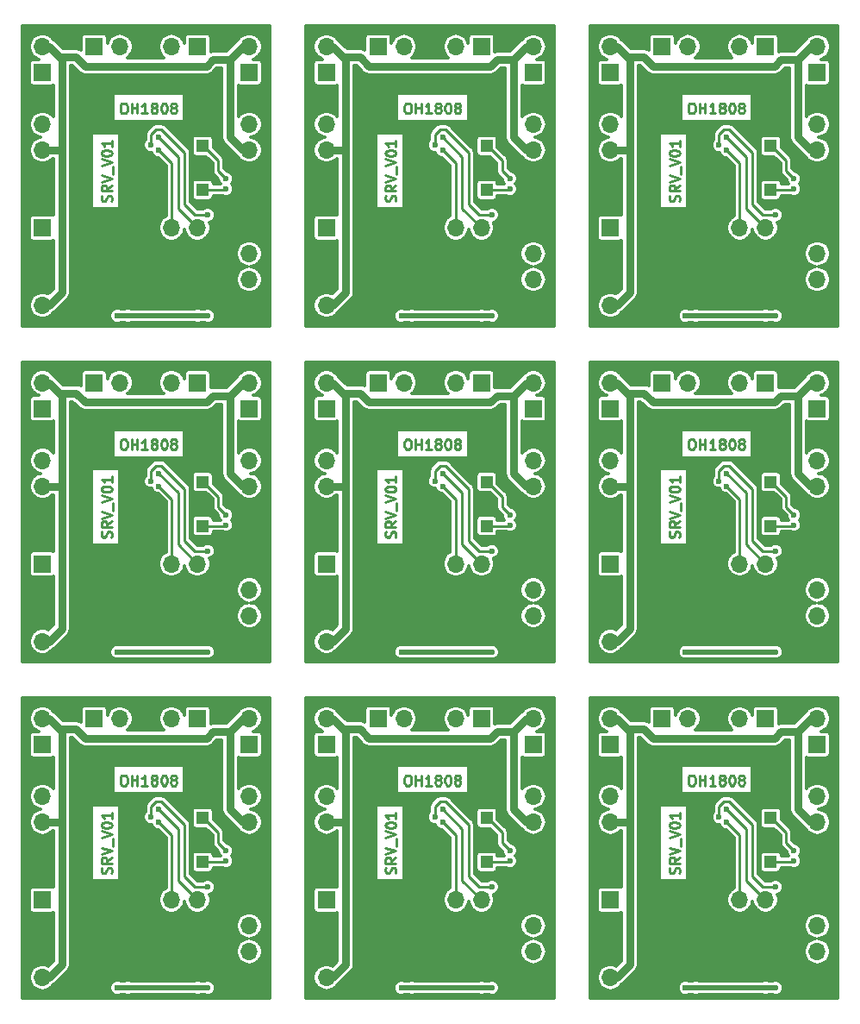
<source format=gbr>
%MOIN*%
%OFA0B0*%
%FSLAX46Y46*%
%IPPOS*%
%LPD*%
%ADD10C,0.0039370078740157488*%
%ADD11C,0.00984251968503937*%
%ADD12R,0.047244094488188976X0.047244094488188976*%
%ADD13R,0.066929133858267723X0.066929133858267723*%
%ADD14O,0.066929133858267723X0.066929133858267723*%
%ADD15C,0.023622047244094488*%
%ADD16C,0.031496062992125991*%
%ADD17C,0.01968503937007874*%
%ADD18C,0.011811023622047244*%
%ADD29C,0.0039370078740157488*%
%ADD30C,0.00984251968503937*%
%ADD31R,0.047244094488188976X0.047244094488188976*%
%ADD32R,0.066929133858267723X0.066929133858267723*%
%ADD33O,0.066929133858267723X0.066929133858267723*%
%ADD34C,0.023622047244094488*%
%ADD35C,0.031496062992125991*%
%ADD36C,0.01968503937007874*%
%ADD37C,0.011811023622047244*%
%ADD38C,0.0039370078740157488*%
%ADD39C,0.00984251968503937*%
%ADD40R,0.047244094488188976X0.047244094488188976*%
%ADD41R,0.066929133858267723X0.066929133858267723*%
%ADD42O,0.066929133858267723X0.066929133858267723*%
%ADD43C,0.023622047244094488*%
%ADD44C,0.031496062992125991*%
%ADD45C,0.01968503937007874*%
%ADD46C,0.011811023622047244*%
%ADD47C,0.0039370078740157488*%
%ADD48C,0.00984251968503937*%
%ADD49R,0.047244094488188976X0.047244094488188976*%
%ADD50R,0.066929133858267723X0.066929133858267723*%
%ADD51O,0.066929133858267723X0.066929133858267723*%
%ADD52C,0.023622047244094488*%
%ADD53C,0.031496062992125991*%
%ADD54C,0.01968503937007874*%
%ADD55C,0.011811023622047244*%
%ADD56C,0.0039370078740157488*%
%ADD57C,0.00984251968503937*%
%ADD58R,0.047244094488188976X0.047244094488188976*%
%ADD59R,0.066929133858267723X0.066929133858267723*%
%ADD60O,0.066929133858267723X0.066929133858267723*%
%ADD61C,0.023622047244094488*%
%ADD62C,0.031496062992125991*%
%ADD63C,0.01968503937007874*%
%ADD64C,0.011811023622047244*%
%ADD65C,0.0039370078740157488*%
%ADD66C,0.00984251968503937*%
%ADD67R,0.047244094488188976X0.047244094488188976*%
%ADD68R,0.066929133858267723X0.066929133858267723*%
%ADD69O,0.066929133858267723X0.066929133858267723*%
%ADD70C,0.023622047244094488*%
%ADD71C,0.031496062992125991*%
%ADD72C,0.01968503937007874*%
%ADD73C,0.011811023622047244*%
%ADD74C,0.0039370078740157488*%
%ADD75C,0.00984251968503937*%
%ADD76R,0.047244094488188976X0.047244094488188976*%
%ADD77R,0.066929133858267723X0.066929133858267723*%
%ADD78O,0.066929133858267723X0.066929133858267723*%
%ADD79C,0.023622047244094488*%
%ADD80C,0.031496062992125991*%
%ADD81C,0.01968503937007874*%
%ADD82C,0.011811023622047244*%
%ADD83C,0.0039370078740157488*%
%ADD84C,0.00984251968503937*%
%ADD85R,0.047244094488188976X0.047244094488188976*%
%ADD86R,0.066929133858267723X0.066929133858267723*%
%ADD87O,0.066929133858267723X0.066929133858267723*%
%ADD88C,0.023622047244094488*%
%ADD89C,0.031496062992125991*%
%ADD90C,0.01968503937007874*%
%ADD91C,0.011811023622047244*%
%ADD92C,0.0039370078740157488*%
%ADD93C,0.00984251968503937*%
%ADD94R,0.047244094488188976X0.047244094488188976*%
%ADD95R,0.066929133858267723X0.066929133858267723*%
%ADD96O,0.066929133858267723X0.066929133858267723*%
%ADD97C,0.023622047244094488*%
%ADD98C,0.031496062992125991*%
%ADD99C,0.01968503937007874*%
%ADD100C,0.011811023622047244*%
G01G01*
D10*
D11*
X0000365935Y0000502827D02*
X0000367810Y0000508451D01*
X0000367810Y0000517825D01*
X0000365935Y0000521574D01*
X0000364060Y0000523449D01*
X0000360311Y0000525324D01*
X0000356561Y0000525324D01*
X0000352812Y0000523449D01*
X0000350937Y0000521574D01*
X0000349062Y0000517825D01*
X0000347187Y0000510326D01*
X0000345312Y0000506576D01*
X0000343438Y0000504701D01*
X0000339688Y0000502827D01*
X0000335939Y0000502827D01*
X0000332189Y0000504701D01*
X0000330314Y0000506576D01*
X0000328440Y0000510326D01*
X0000328440Y0000519699D01*
X0000330314Y0000525324D01*
X0000367810Y0000564694D02*
X0000349062Y0000551570D01*
X0000367810Y0000542197D02*
X0000328440Y0000542197D01*
X0000328440Y0000557195D01*
X0000330314Y0000560944D01*
X0000332189Y0000562819D01*
X0000335939Y0000564694D01*
X0000341563Y0000564694D01*
X0000345312Y0000562819D01*
X0000347187Y0000560944D01*
X0000349062Y0000557195D01*
X0000349062Y0000542197D01*
X0000328440Y0000575942D02*
X0000367810Y0000589066D01*
X0000328440Y0000602189D01*
X0000371559Y0000605939D02*
X0000371559Y0000635935D01*
X0000328440Y0000639684D02*
X0000367810Y0000652808D01*
X0000328440Y0000665931D01*
X0000328440Y0000686554D02*
X0000328440Y0000690303D01*
X0000330314Y0000694053D01*
X0000332189Y0000695927D01*
X0000335939Y0000697802D01*
X0000343438Y0000699677D01*
X0000352812Y0000699677D01*
X0000360311Y0000697802D01*
X0000364060Y0000695927D01*
X0000365935Y0000694053D01*
X0000367810Y0000690303D01*
X0000367810Y0000686554D01*
X0000365935Y0000682804D01*
X0000364060Y0000680929D01*
X0000360311Y0000679055D01*
X0000352812Y0000677180D01*
X0000343438Y0000677180D01*
X0000335939Y0000679055D01*
X0000332189Y0000680929D01*
X0000330314Y0000682804D01*
X0000328440Y0000686554D01*
X0000367810Y0000737172D02*
X0000367810Y0000714675D01*
X0000367810Y0000725924D02*
X0000328440Y0000725924D01*
X0000334064Y0000722174D01*
X0000337813Y0000718425D01*
X0000339688Y0000714675D01*
X0000410637Y0000881559D02*
X0000418136Y0000881559D01*
X0000421885Y0000879684D01*
X0000425635Y0000875935D01*
X0000427510Y0000868436D01*
X0000427510Y0000855312D01*
X0000425635Y0000847813D01*
X0000421885Y0000844064D01*
X0000418136Y0000842189D01*
X0000410637Y0000842189D01*
X0000406887Y0000844064D01*
X0000403138Y0000847813D01*
X0000401263Y0000855312D01*
X0000401263Y0000868436D01*
X0000403138Y0000875935D01*
X0000406887Y0000879684D01*
X0000410637Y0000881559D01*
X0000444383Y0000842189D02*
X0000444383Y0000881559D01*
X0000444383Y0000862812D02*
X0000466880Y0000862812D01*
X0000466880Y0000842189D02*
X0000466880Y0000881559D01*
X0000506250Y0000842189D02*
X0000483753Y0000842189D01*
X0000495001Y0000842189D02*
X0000495001Y0000881559D01*
X0000491252Y0000875935D01*
X0000487502Y0000872185D01*
X0000483753Y0000870311D01*
X0000528747Y0000864686D02*
X0000524997Y0000866561D01*
X0000523123Y0000868436D01*
X0000521248Y0000872185D01*
X0000521248Y0000874060D01*
X0000523123Y0000877810D01*
X0000524997Y0000879684D01*
X0000528747Y0000881559D01*
X0000536246Y0000881559D01*
X0000539996Y0000879684D01*
X0000541870Y0000877810D01*
X0000543745Y0000874060D01*
X0000543745Y0000872185D01*
X0000541870Y0000868436D01*
X0000539996Y0000866561D01*
X0000536246Y0000864686D01*
X0000528747Y0000864686D01*
X0000524997Y0000862812D01*
X0000523123Y0000860937D01*
X0000521248Y0000857187D01*
X0000521248Y0000849688D01*
X0000523123Y0000845939D01*
X0000524997Y0000844064D01*
X0000528747Y0000842189D01*
X0000536246Y0000842189D01*
X0000539996Y0000844064D01*
X0000541870Y0000845939D01*
X0000543745Y0000849688D01*
X0000543745Y0000857187D01*
X0000541870Y0000860937D01*
X0000539996Y0000862812D01*
X0000536246Y0000864686D01*
X0000568117Y0000881559D02*
X0000571867Y0000881559D01*
X0000575616Y0000879684D01*
X0000577491Y0000877810D01*
X0000579366Y0000874060D01*
X0000581240Y0000866561D01*
X0000581240Y0000857187D01*
X0000579366Y0000849688D01*
X0000577491Y0000845939D01*
X0000575616Y0000844064D01*
X0000571867Y0000842189D01*
X0000568117Y0000842189D01*
X0000564368Y0000844064D01*
X0000562493Y0000845939D01*
X0000560618Y0000849688D01*
X0000558743Y0000857187D01*
X0000558743Y0000866561D01*
X0000560618Y0000874060D01*
X0000562493Y0000877810D01*
X0000564368Y0000879684D01*
X0000568117Y0000881559D01*
X0000603738Y0000864686D02*
X0000599988Y0000866561D01*
X0000598113Y0000868436D01*
X0000596239Y0000872185D01*
X0000596239Y0000874060D01*
X0000598113Y0000877810D01*
X0000599988Y0000879684D01*
X0000603738Y0000881559D01*
X0000611237Y0000881559D01*
X0000614986Y0000879684D01*
X0000616861Y0000877810D01*
X0000618736Y0000874060D01*
X0000618736Y0000872185D01*
X0000616861Y0000868436D01*
X0000614986Y0000866561D01*
X0000611237Y0000864686D01*
X0000603738Y0000864686D01*
X0000599988Y0000862812D01*
X0000598113Y0000860937D01*
X0000596239Y0000857187D01*
X0000596239Y0000849688D01*
X0000598113Y0000845939D01*
X0000599988Y0000844064D01*
X0000603738Y0000842189D01*
X0000611237Y0000842189D01*
X0000614986Y0000844064D01*
X0000616861Y0000845939D01*
X0000618736Y0000849688D01*
X0000618736Y0000857187D01*
X0000616861Y0000860937D01*
X0000614986Y0000862812D01*
X0000611237Y0000864686D01*
D12*
X0000719999Y0000716692D03*
X0000719999Y0000803307D03*
X0000719999Y0000546692D03*
X0000719999Y0000633307D03*
D13*
X0000099999Y0000199999D03*
D14*
X0000099999Y0000099999D03*
D13*
X0000099999Y0000399999D03*
X0000899999Y0000099999D03*
D14*
X0000899999Y0000199999D03*
X0000899999Y0000299999D03*
D13*
X0000099999Y0000599999D03*
D14*
X0000099999Y0000699999D03*
X0000099999Y0000799999D03*
D13*
X0000099999Y0000999999D03*
D14*
X0000099999Y0001099999D03*
D13*
X0000299999Y0001099999D03*
D14*
X0000399999Y0001099999D03*
D13*
X0000699999Y0001099999D03*
D14*
X0000599999Y0001099999D03*
D13*
X0000899999Y0000999999D03*
D14*
X0000899999Y0001099999D03*
D13*
X0000899999Y0000599999D03*
D14*
X0000899999Y0000699999D03*
X0000899999Y0000799999D03*
D13*
X0000499999Y0000399999D03*
D14*
X0000599999Y0000399999D03*
X0000699999Y0000399999D03*
D15*
X0000429999Y0000059999D03*
X0000389999Y0000059999D03*
X0000739999Y0000059999D03*
X0000699999Y0000059999D03*
X0000219999Y0000649999D03*
X0000879999Y0000899999D03*
X0000779999Y0000899999D03*
X0000779999Y0000999999D03*
X0000219999Y0000999999D03*
X0000219999Y0000899999D03*
X0000319999Y0000859999D03*
X0000339999Y0000899999D03*
X0000619999Y0000159999D03*
X0000619999Y0000209999D03*
X0000449999Y0000159999D03*
X0000449999Y0000209999D03*
X0000679999Y0000289999D03*
X0000639999Y0000289999D03*
X0000599999Y0000289999D03*
X0000479999Y0000289999D03*
X0000439999Y0000289999D03*
X0000399999Y0000289999D03*
X0000349999Y0000289999D03*
X0000789999Y0000399999D03*
X0000449999Y0000599999D03*
X0000489999Y0000639999D03*
X0000549999Y0000609999D03*
X0000669999Y0000739999D03*
X0000549999Y0000749999D03*
X0000549999Y0000699999D03*
X0000739999Y0000449999D03*
X0000519999Y0000719999D03*
X0000809999Y0000589999D03*
X0000809999Y0000549999D03*
D16*
X0000264999Y0001024999D02*
X0000734999Y0001024999D01*
X0000734999Y0001024999D02*
X0000759999Y0001049999D01*
X0000759999Y0001049999D02*
X0000824999Y0001049999D01*
X0000824999Y0001049999D02*
X0000874999Y0001099999D01*
X0000874999Y0001099999D02*
X0000899999Y0001099999D01*
X0000264999Y0001024999D02*
X0000229999Y0001059999D01*
X0000229999Y0001059999D02*
X0000164999Y0001059999D01*
X0000164999Y0001059999D02*
X0000124999Y0001099999D01*
X0000124999Y0001099999D02*
X0000099999Y0001099999D01*
D17*
X0000699999Y0000059999D02*
X0000429999Y0000059999D01*
X0000389999Y0000059999D02*
X0000429999Y0000059999D01*
X0000739999Y0000059999D02*
X0000699999Y0000059999D01*
D16*
X0000174999Y0000699999D02*
X0000174999Y0000149999D01*
X0000174999Y0000149999D02*
X0000124999Y0000099999D01*
X0000124999Y0000099999D02*
X0000099999Y0000099999D01*
X0000099999Y0000699999D02*
X0000174999Y0000699999D01*
X0000174999Y0001049999D02*
X0000124999Y0001099999D01*
X0000174999Y0000699999D02*
X0000174999Y0000974999D01*
X0000174999Y0000974999D02*
X0000174999Y0001024999D01*
X0000174999Y0001024999D02*
X0000174999Y0001049999D01*
X0000124999Y0001099999D02*
X0000099999Y0001099999D01*
X0000899999Y0000699999D02*
X0000874999Y0000699999D01*
X0000874999Y0000699999D02*
X0000824999Y0000749999D01*
X0000824999Y0000749999D02*
X0000824999Y0000974999D01*
X0000824999Y0000974999D02*
X0000824999Y0001024999D01*
X0000824999Y0001024999D02*
X0000824999Y0001049999D01*
X0000874999Y0001099999D02*
X0000824999Y0001049999D01*
X0000899999Y0001099999D02*
X0000874999Y0001099999D01*
D11*
X0000779999Y0000899999D02*
X0000769999Y0000899999D01*
X0000339999Y0000899999D02*
X0000219999Y0000899999D01*
X0000319999Y0000859999D02*
X0000339999Y0000879999D01*
X0000339999Y0000879999D02*
X0000339999Y0000899999D01*
X0000619999Y0000159999D02*
X0000619999Y0000209999D01*
X0000449999Y0000159999D02*
X0000449999Y0000209999D01*
X0000679999Y0000289999D02*
X0000639999Y0000289999D01*
X0000599999Y0000289999D02*
X0000479999Y0000289999D01*
X0000439999Y0000289999D02*
X0000399999Y0000289999D01*
X0000449999Y0000599999D02*
X0000489999Y0000639999D01*
X0000699999Y0000399999D02*
X0000624999Y0000474999D01*
X0000624999Y0000474999D02*
X0000624999Y0000674999D01*
X0000624999Y0000674999D02*
X0000549999Y0000749999D01*
X0000599999Y0000399999D02*
X0000599999Y0000649999D01*
X0000599999Y0000649999D02*
X0000549999Y0000699999D01*
X0000739999Y0000449999D02*
X0000699999Y0000449999D01*
X0000699999Y0000449999D02*
X0000689999Y0000449999D01*
X0000689999Y0000449999D02*
X0000649999Y0000489999D01*
X0000649999Y0000489999D02*
X0000649999Y0000689999D01*
X0000649999Y0000689999D02*
X0000559999Y0000779999D01*
X0000559999Y0000779999D02*
X0000539999Y0000779999D01*
X0000539999Y0000779999D02*
X0000519999Y0000759999D01*
X0000519999Y0000759999D02*
X0000519999Y0000719999D01*
X0000809999Y0000589999D02*
X0000779999Y0000619999D01*
X0000779999Y0000619999D02*
X0000779999Y0000659999D01*
X0000779999Y0000659999D02*
X0000723306Y0000716692D01*
X0000723306Y0000716692D02*
X0000719999Y0000716692D01*
X0000809999Y0000549999D02*
X0000806692Y0000546692D01*
X0000806692Y0000546692D02*
X0000719999Y0000546692D01*
D18*
G36*
X0000979330Y0000020669D02*
X0000020669Y0000020669D01*
X0000020669Y0001099999D01*
X0000047816Y0001099999D01*
X0000051711Y0001080413D01*
X0000062806Y0001063809D01*
X0000079410Y0001052714D01*
X0000085376Y0001051528D01*
X0000066535Y0001051528D01*
X0000059969Y0001050292D01*
X0000053940Y0001046412D01*
X0000049894Y0001040492D01*
X0000048471Y0001033464D01*
X0000048471Y0000966535D01*
X0000049707Y0000959970D01*
X0000053587Y0000953940D01*
X0000059507Y0000949894D01*
X0000066535Y0000948471D01*
X0000133464Y0000948471D01*
X0000140029Y0000949707D01*
X0000141535Y0000950675D01*
X0000141535Y0000829691D01*
X0000137193Y0000836190D01*
X0000120588Y0000847285D01*
X0000101002Y0000851181D01*
X0000098997Y0000851181D01*
X0000079410Y0000847285D01*
X0000062806Y0000836190D01*
X0000051711Y0000819586D01*
X0000047816Y0000799999D01*
X0000051711Y0000780413D01*
X0000062806Y0000763809D01*
X0000079410Y0000752714D01*
X0000093059Y0000749999D01*
X0000079410Y0000747285D01*
X0000062806Y0000736190D01*
X0000051711Y0000719586D01*
X0000047816Y0000699999D01*
X0000051711Y0000680413D01*
X0000062806Y0000663809D01*
X0000079410Y0000652714D01*
X0000098997Y0000648818D01*
X0000101002Y0000648818D01*
X0000120588Y0000652714D01*
X0000137193Y0000663809D01*
X0000139014Y0000666535D01*
X0000141535Y0000666535D01*
X0000141535Y0000449392D01*
X0000140492Y0000450104D01*
X0000133464Y0000451528D01*
X0000066535Y0000451528D01*
X0000059969Y0000450292D01*
X0000053940Y0000446412D01*
X0000049894Y0000440492D01*
X0000048471Y0000433464D01*
X0000048471Y0000366535D01*
X0000049707Y0000359970D01*
X0000053587Y0000353940D01*
X0000059507Y0000349894D01*
X0000066535Y0000348471D01*
X0000133464Y0000348471D01*
X0000140029Y0000349707D01*
X0000141535Y0000350675D01*
X0000141535Y0000163861D01*
X0000123208Y0000145534D01*
X0000120588Y0000147285D01*
X0000101002Y0000151181D01*
X0000098997Y0000151181D01*
X0000079410Y0000147285D01*
X0000062806Y0000136190D01*
X0000051711Y0000119586D01*
X0000047816Y0000099999D01*
X0000051711Y0000080413D01*
X0000062806Y0000063809D01*
X0000079410Y0000052714D01*
X0000098997Y0000048818D01*
X0000101002Y0000048818D01*
X0000120588Y0000052714D01*
X0000122740Y0000054152D01*
X0000360467Y0000054152D01*
X0000364953Y0000043295D01*
X0000373252Y0000034982D01*
X0000384100Y0000030477D01*
X0000395847Y0000030467D01*
X0000400623Y0000032440D01*
X0000419372Y0000032440D01*
X0000424100Y0000030477D01*
X0000435847Y0000030467D01*
X0000440623Y0000032440D01*
X0000689372Y0000032440D01*
X0000694100Y0000030477D01*
X0000705847Y0000030467D01*
X0000710623Y0000032440D01*
X0000729372Y0000032440D01*
X0000734100Y0000030477D01*
X0000745847Y0000030467D01*
X0000756704Y0000034953D01*
X0000765017Y0000043252D01*
X0000769522Y0000054100D01*
X0000769532Y0000065847D01*
X0000765046Y0000076704D01*
X0000756747Y0000085017D01*
X0000745899Y0000089522D01*
X0000734152Y0000089532D01*
X0000729375Y0000087558D01*
X0000710627Y0000087558D01*
X0000705899Y0000089522D01*
X0000694152Y0000089532D01*
X0000689375Y0000087558D01*
X0000440627Y0000087558D01*
X0000435899Y0000089522D01*
X0000424152Y0000089532D01*
X0000419375Y0000087558D01*
X0000400627Y0000087558D01*
X0000395899Y0000089522D01*
X0000384152Y0000089532D01*
X0000373295Y0000085046D01*
X0000364982Y0000076747D01*
X0000360477Y0000065899D01*
X0000360467Y0000054152D01*
X0000122740Y0000054152D01*
X0000137193Y0000063809D01*
X0000143063Y0000072595D01*
X0000148662Y0000076336D01*
X0000198662Y0000126336D01*
X0000205917Y0000137193D01*
X0000208464Y0000149999D01*
X0000208464Y0000299999D01*
X0000847816Y0000299999D01*
X0000851711Y0000280413D01*
X0000862806Y0000263809D01*
X0000879410Y0000252714D01*
X0000893059Y0000249999D01*
X0000879410Y0000247285D01*
X0000862806Y0000236190D01*
X0000851711Y0000219586D01*
X0000847816Y0000199999D01*
X0000851711Y0000180413D01*
X0000862806Y0000163809D01*
X0000879410Y0000152714D01*
X0000898997Y0000148818D01*
X0000901002Y0000148818D01*
X0000920588Y0000152714D01*
X0000937193Y0000163809D01*
X0000948287Y0000180413D01*
X0000952183Y0000199999D01*
X0000948287Y0000219586D01*
X0000937193Y0000236190D01*
X0000920588Y0000247285D01*
X0000906940Y0000249999D01*
X0000920588Y0000252714D01*
X0000937193Y0000263809D01*
X0000948287Y0000280413D01*
X0000952183Y0000299999D01*
X0000948287Y0000319586D01*
X0000937193Y0000336190D01*
X0000920588Y0000347285D01*
X0000901002Y0000351181D01*
X0000898997Y0000351181D01*
X0000879410Y0000347285D01*
X0000862806Y0000336190D01*
X0000851711Y0000319586D01*
X0000847816Y0000299999D01*
X0000208464Y0000299999D01*
X0000208464Y0000767309D01*
X0000289960Y0000767309D01*
X0000289960Y0000472690D01*
X0000400196Y0000472690D01*
X0000400196Y0000714152D01*
X0000490467Y0000714152D01*
X0000494953Y0000703295D01*
X0000503252Y0000694982D01*
X0000514100Y0000690477D01*
X0000521988Y0000690470D01*
X0000524953Y0000683295D01*
X0000533252Y0000674982D01*
X0000544100Y0000670477D01*
X0000547510Y0000670474D01*
X0000577362Y0000640623D01*
X0000577362Y0000446248D01*
X0000563809Y0000437193D01*
X0000552714Y0000420588D01*
X0000548818Y0000401002D01*
X0000548818Y0000398997D01*
X0000552714Y0000379411D01*
X0000563809Y0000362806D01*
X0000580413Y0000351712D01*
X0000599999Y0000347816D01*
X0000619585Y0000351712D01*
X0000636190Y0000362806D01*
X0000647285Y0000379411D01*
X0000649999Y0000393059D01*
X0000652714Y0000379411D01*
X0000663809Y0000362806D01*
X0000680413Y0000351712D01*
X0000699999Y0000347816D01*
X0000719585Y0000351712D01*
X0000736190Y0000362806D01*
X0000747285Y0000379411D01*
X0000751180Y0000398997D01*
X0000751180Y0000401002D01*
X0000747285Y0000420588D01*
X0000747037Y0000420959D01*
X0000756704Y0000424953D01*
X0000765017Y0000433252D01*
X0000769522Y0000444100D01*
X0000769532Y0000455847D01*
X0000765046Y0000466704D01*
X0000756747Y0000475017D01*
X0000745899Y0000479522D01*
X0000734152Y0000479532D01*
X0000723295Y0000475046D01*
X0000720882Y0000472637D01*
X0000699376Y0000472637D01*
X0000672637Y0000499376D01*
X0000672637Y0000689999D01*
X0000670914Y0000698663D01*
X0000670632Y0000699085D01*
X0000666007Y0000706007D01*
X0000631699Y0000740314D01*
X0000678314Y0000740314D01*
X0000678314Y0000693070D01*
X0000679549Y0000686505D01*
X0000683429Y0000680475D01*
X0000689350Y0000676430D01*
X0000696377Y0000675007D01*
X0000732977Y0000675007D01*
X0000757362Y0000650623D01*
X0000757362Y0000619999D01*
X0000758353Y0000615017D01*
X0000759085Y0000611336D01*
X0000763992Y0000603992D01*
X0000780470Y0000587515D01*
X0000780467Y0000584152D01*
X0000784953Y0000573295D01*
X0000788241Y0000570001D01*
X0000787569Y0000569330D01*
X0000761685Y0000569330D01*
X0000761685Y0000570314D01*
X0000760450Y0000576880D01*
X0000756570Y0000582910D01*
X0000750649Y0000586955D01*
X0000743621Y0000588378D01*
X0000696377Y0000588378D01*
X0000689812Y0000587143D01*
X0000683782Y0000583263D01*
X0000679737Y0000577342D01*
X0000678314Y0000570314D01*
X0000678314Y0000523070D01*
X0000679549Y0000516505D01*
X0000683429Y0000510475D01*
X0000689350Y0000506430D01*
X0000696377Y0000505007D01*
X0000743621Y0000505007D01*
X0000750187Y0000506242D01*
X0000756217Y0000510122D01*
X0000760262Y0000516043D01*
X0000761685Y0000523070D01*
X0000761685Y0000524055D01*
X0000795485Y0000524055D01*
X0000804100Y0000520477D01*
X0000815847Y0000520467D01*
X0000826704Y0000524953D01*
X0000835017Y0000533252D01*
X0000839522Y0000544100D01*
X0000839532Y0000555847D01*
X0000835046Y0000566704D01*
X0000831758Y0000569998D01*
X0000835017Y0000573252D01*
X0000839522Y0000584100D01*
X0000839532Y0000595847D01*
X0000835046Y0000606704D01*
X0000826747Y0000615017D01*
X0000815899Y0000619522D01*
X0000812489Y0000619525D01*
X0000802637Y0000629376D01*
X0000802637Y0000659999D01*
X0000800914Y0000668663D01*
X0000799410Y0000670914D01*
X0000796007Y0000676007D01*
X0000761685Y0000710328D01*
X0000761685Y0000740314D01*
X0000760450Y0000746880D01*
X0000756570Y0000752910D01*
X0000750649Y0000756955D01*
X0000743621Y0000758378D01*
X0000696377Y0000758378D01*
X0000689812Y0000757143D01*
X0000683782Y0000753263D01*
X0000679737Y0000747342D01*
X0000678314Y0000740314D01*
X0000631699Y0000740314D01*
X0000576007Y0000796007D01*
X0000568662Y0000800914D01*
X0000559999Y0000802637D01*
X0000539999Y0000802637D01*
X0000531336Y0000800914D01*
X0000523992Y0000796007D01*
X0000503992Y0000776007D01*
X0000499085Y0000768663D01*
X0000497362Y0000759999D01*
X0000497362Y0000739123D01*
X0000494982Y0000736747D01*
X0000490477Y0000725899D01*
X0000490467Y0000714152D01*
X0000400196Y0000714152D01*
X0000400196Y0000767309D01*
X0000289960Y0000767309D01*
X0000208464Y0000767309D01*
X0000208464Y0000920039D01*
X0000371126Y0000920039D01*
X0000371126Y0000809803D01*
X0000648873Y0000809803D01*
X0000648873Y0000920039D01*
X0000371126Y0000920039D01*
X0000208464Y0000920039D01*
X0000208464Y0001026535D01*
X0000216138Y0001026535D01*
X0000241336Y0001001336D01*
X0000252193Y0000994082D01*
X0000264999Y0000991535D01*
X0000734999Y0000991535D01*
X0000747806Y0000994082D01*
X0000758662Y0001001336D01*
X0000773861Y0001016535D01*
X0000791535Y0001016535D01*
X0000791535Y0000749999D01*
X0000794082Y0000737193D01*
X0000801336Y0000726336D01*
X0000851336Y0000676336D01*
X0000856935Y0000672595D01*
X0000862806Y0000663809D01*
X0000879410Y0000652714D01*
X0000898997Y0000648818D01*
X0000901002Y0000648818D01*
X0000920588Y0000652714D01*
X0000937193Y0000663809D01*
X0000948287Y0000680413D01*
X0000952183Y0000699999D01*
X0000948287Y0000719586D01*
X0000937193Y0000736190D01*
X0000920588Y0000747285D01*
X0000906940Y0000749999D01*
X0000920588Y0000752714D01*
X0000937193Y0000763809D01*
X0000948287Y0000780413D01*
X0000952183Y0000799999D01*
X0000948287Y0000819586D01*
X0000937193Y0000836190D01*
X0000920588Y0000847285D01*
X0000901002Y0000851181D01*
X0000898997Y0000851181D01*
X0000879410Y0000847285D01*
X0000862806Y0000836190D01*
X0000858464Y0000829691D01*
X0000858464Y0000950607D01*
X0000859507Y0000949894D01*
X0000866535Y0000948471D01*
X0000933464Y0000948471D01*
X0000940029Y0000949707D01*
X0000946059Y0000953587D01*
X0000950104Y0000959507D01*
X0000951528Y0000966535D01*
X0000951528Y0001033464D01*
X0000950292Y0001040029D01*
X0000946412Y0001046059D01*
X0000940492Y0001050104D01*
X0000933464Y0001051528D01*
X0000914623Y0001051528D01*
X0000920588Y0001052714D01*
X0000937193Y0001063809D01*
X0000948287Y0001080413D01*
X0000952183Y0001099999D01*
X0000948287Y0001119586D01*
X0000937193Y0001136190D01*
X0000920588Y0001147285D01*
X0000901002Y0001151181D01*
X0000898997Y0001151181D01*
X0000879410Y0001147285D01*
X0000862806Y0001136190D01*
X0000856935Y0001127404D01*
X0000851336Y0001123662D01*
X0000811138Y0001083464D01*
X0000760000Y0001083464D01*
X0000759999Y0001083464D01*
X0000751528Y0001081779D01*
X0000751528Y0001133464D01*
X0000750292Y0001140029D01*
X0000746412Y0001146059D01*
X0000740492Y0001150104D01*
X0000733464Y0001151528D01*
X0000666535Y0001151528D01*
X0000659969Y0001150292D01*
X0000653940Y0001146412D01*
X0000649894Y0001140492D01*
X0000648471Y0001133464D01*
X0000648471Y0001114623D01*
X0000647285Y0001120588D01*
X0000636190Y0001137193D01*
X0000619585Y0001148287D01*
X0000599999Y0001152183D01*
X0000580413Y0001148287D01*
X0000563809Y0001137193D01*
X0000552714Y0001120588D01*
X0000548818Y0001101002D01*
X0000548818Y0001098997D01*
X0000552714Y0001079411D01*
X0000563809Y0001062806D01*
X0000570307Y0001058464D01*
X0000429691Y0001058464D01*
X0000436190Y0001062806D01*
X0000447285Y0001079411D01*
X0000451180Y0001098997D01*
X0000451180Y0001101002D01*
X0000447285Y0001120588D01*
X0000436190Y0001137193D01*
X0000419585Y0001148287D01*
X0000399999Y0001152183D01*
X0000380413Y0001148287D01*
X0000363809Y0001137193D01*
X0000352714Y0001120588D01*
X0000351528Y0001114623D01*
X0000351528Y0001133464D01*
X0000350292Y0001140029D01*
X0000346412Y0001146059D01*
X0000340492Y0001150104D01*
X0000333464Y0001151528D01*
X0000266535Y0001151528D01*
X0000259969Y0001150292D01*
X0000253940Y0001146412D01*
X0000249894Y0001140492D01*
X0000248471Y0001133464D01*
X0000248471Y0001087131D01*
X0000242806Y0001090917D01*
X0000229999Y0001093464D01*
X0000178861Y0001093464D01*
X0000148662Y0001123662D01*
X0000143063Y0001127404D01*
X0000137193Y0001136190D01*
X0000120588Y0001147285D01*
X0000101002Y0001151181D01*
X0000098997Y0001151181D01*
X0000079410Y0001147285D01*
X0000062806Y0001136190D01*
X0000051711Y0001119586D01*
X0000047816Y0001099999D01*
X0000020669Y0001099999D01*
X0000020669Y0001179330D01*
X0000979330Y0001179330D01*
X0000979330Y0000020669D01*
X0000979330Y0000020669D01*
G37*
X0000979330Y0000020669D02*
X0000020669Y0000020669D01*
X0000020669Y0001099999D01*
X0000047816Y0001099999D01*
X0000051711Y0001080413D01*
X0000062806Y0001063809D01*
X0000079410Y0001052714D01*
X0000085376Y0001051528D01*
X0000066535Y0001051528D01*
X0000059969Y0001050292D01*
X0000053940Y0001046412D01*
X0000049894Y0001040492D01*
X0000048471Y0001033464D01*
X0000048471Y0000966535D01*
X0000049707Y0000959970D01*
X0000053587Y0000953940D01*
X0000059507Y0000949894D01*
X0000066535Y0000948471D01*
X0000133464Y0000948471D01*
X0000140029Y0000949707D01*
X0000141535Y0000950675D01*
X0000141535Y0000829691D01*
X0000137193Y0000836190D01*
X0000120588Y0000847285D01*
X0000101002Y0000851181D01*
X0000098997Y0000851181D01*
X0000079410Y0000847285D01*
X0000062806Y0000836190D01*
X0000051711Y0000819586D01*
X0000047816Y0000799999D01*
X0000051711Y0000780413D01*
X0000062806Y0000763809D01*
X0000079410Y0000752714D01*
X0000093059Y0000749999D01*
X0000079410Y0000747285D01*
X0000062806Y0000736190D01*
X0000051711Y0000719586D01*
X0000047816Y0000699999D01*
X0000051711Y0000680413D01*
X0000062806Y0000663809D01*
X0000079410Y0000652714D01*
X0000098997Y0000648818D01*
X0000101002Y0000648818D01*
X0000120588Y0000652714D01*
X0000137193Y0000663809D01*
X0000139014Y0000666535D01*
X0000141535Y0000666535D01*
X0000141535Y0000449392D01*
X0000140492Y0000450104D01*
X0000133464Y0000451528D01*
X0000066535Y0000451528D01*
X0000059969Y0000450292D01*
X0000053940Y0000446412D01*
X0000049894Y0000440492D01*
X0000048471Y0000433464D01*
X0000048471Y0000366535D01*
X0000049707Y0000359970D01*
X0000053587Y0000353940D01*
X0000059507Y0000349894D01*
X0000066535Y0000348471D01*
X0000133464Y0000348471D01*
X0000140029Y0000349707D01*
X0000141535Y0000350675D01*
X0000141535Y0000163861D01*
X0000123208Y0000145534D01*
X0000120588Y0000147285D01*
X0000101002Y0000151181D01*
X0000098997Y0000151181D01*
X0000079410Y0000147285D01*
X0000062806Y0000136190D01*
X0000051711Y0000119586D01*
X0000047816Y0000099999D01*
X0000051711Y0000080413D01*
X0000062806Y0000063809D01*
X0000079410Y0000052714D01*
X0000098997Y0000048818D01*
X0000101002Y0000048818D01*
X0000120588Y0000052714D01*
X0000122740Y0000054152D01*
X0000360467Y0000054152D01*
X0000364953Y0000043295D01*
X0000373252Y0000034982D01*
X0000384100Y0000030477D01*
X0000395847Y0000030467D01*
X0000400623Y0000032440D01*
X0000419372Y0000032440D01*
X0000424100Y0000030477D01*
X0000435847Y0000030467D01*
X0000440623Y0000032440D01*
X0000689372Y0000032440D01*
X0000694100Y0000030477D01*
X0000705847Y0000030467D01*
X0000710623Y0000032440D01*
X0000729372Y0000032440D01*
X0000734100Y0000030477D01*
X0000745847Y0000030467D01*
X0000756704Y0000034953D01*
X0000765017Y0000043252D01*
X0000769522Y0000054100D01*
X0000769532Y0000065847D01*
X0000765046Y0000076704D01*
X0000756747Y0000085017D01*
X0000745899Y0000089522D01*
X0000734152Y0000089532D01*
X0000729375Y0000087558D01*
X0000710627Y0000087558D01*
X0000705899Y0000089522D01*
X0000694152Y0000089532D01*
X0000689375Y0000087558D01*
X0000440627Y0000087558D01*
X0000435899Y0000089522D01*
X0000424152Y0000089532D01*
X0000419375Y0000087558D01*
X0000400627Y0000087558D01*
X0000395899Y0000089522D01*
X0000384152Y0000089532D01*
X0000373295Y0000085046D01*
X0000364982Y0000076747D01*
X0000360477Y0000065899D01*
X0000360467Y0000054152D01*
X0000122740Y0000054152D01*
X0000137193Y0000063809D01*
X0000143063Y0000072595D01*
X0000148662Y0000076336D01*
X0000198662Y0000126336D01*
X0000205917Y0000137193D01*
X0000208464Y0000149999D01*
X0000208464Y0000299999D01*
X0000847816Y0000299999D01*
X0000851711Y0000280413D01*
X0000862806Y0000263809D01*
X0000879410Y0000252714D01*
X0000893059Y0000249999D01*
X0000879410Y0000247285D01*
X0000862806Y0000236190D01*
X0000851711Y0000219586D01*
X0000847816Y0000199999D01*
X0000851711Y0000180413D01*
X0000862806Y0000163809D01*
X0000879410Y0000152714D01*
X0000898997Y0000148818D01*
X0000901002Y0000148818D01*
X0000920588Y0000152714D01*
X0000937193Y0000163809D01*
X0000948287Y0000180413D01*
X0000952183Y0000199999D01*
X0000948287Y0000219586D01*
X0000937193Y0000236190D01*
X0000920588Y0000247285D01*
X0000906940Y0000249999D01*
X0000920588Y0000252714D01*
X0000937193Y0000263809D01*
X0000948287Y0000280413D01*
X0000952183Y0000299999D01*
X0000948287Y0000319586D01*
X0000937193Y0000336190D01*
X0000920588Y0000347285D01*
X0000901002Y0000351181D01*
X0000898997Y0000351181D01*
X0000879410Y0000347285D01*
X0000862806Y0000336190D01*
X0000851711Y0000319586D01*
X0000847816Y0000299999D01*
X0000208464Y0000299999D01*
X0000208464Y0000767309D01*
X0000289960Y0000767309D01*
X0000289960Y0000472690D01*
X0000400196Y0000472690D01*
X0000400196Y0000714152D01*
X0000490467Y0000714152D01*
X0000494953Y0000703295D01*
X0000503252Y0000694982D01*
X0000514100Y0000690477D01*
X0000521988Y0000690470D01*
X0000524953Y0000683295D01*
X0000533252Y0000674982D01*
X0000544100Y0000670477D01*
X0000547510Y0000670474D01*
X0000577362Y0000640623D01*
X0000577362Y0000446248D01*
X0000563809Y0000437193D01*
X0000552714Y0000420588D01*
X0000548818Y0000401002D01*
X0000548818Y0000398997D01*
X0000552714Y0000379411D01*
X0000563809Y0000362806D01*
X0000580413Y0000351712D01*
X0000599999Y0000347816D01*
X0000619585Y0000351712D01*
X0000636190Y0000362806D01*
X0000647285Y0000379411D01*
X0000649999Y0000393059D01*
X0000652714Y0000379411D01*
X0000663809Y0000362806D01*
X0000680413Y0000351712D01*
X0000699999Y0000347816D01*
X0000719585Y0000351712D01*
X0000736190Y0000362806D01*
X0000747285Y0000379411D01*
X0000751180Y0000398997D01*
X0000751180Y0000401002D01*
X0000747285Y0000420588D01*
X0000747037Y0000420959D01*
X0000756704Y0000424953D01*
X0000765017Y0000433252D01*
X0000769522Y0000444100D01*
X0000769532Y0000455847D01*
X0000765046Y0000466704D01*
X0000756747Y0000475017D01*
X0000745899Y0000479522D01*
X0000734152Y0000479532D01*
X0000723295Y0000475046D01*
X0000720882Y0000472637D01*
X0000699376Y0000472637D01*
X0000672637Y0000499376D01*
X0000672637Y0000689999D01*
X0000670914Y0000698663D01*
X0000670632Y0000699085D01*
X0000666007Y0000706007D01*
X0000631699Y0000740314D01*
X0000678314Y0000740314D01*
X0000678314Y0000693070D01*
X0000679549Y0000686505D01*
X0000683429Y0000680475D01*
X0000689350Y0000676430D01*
X0000696377Y0000675007D01*
X0000732977Y0000675007D01*
X0000757362Y0000650623D01*
X0000757362Y0000619999D01*
X0000758353Y0000615017D01*
X0000759085Y0000611336D01*
X0000763992Y0000603992D01*
X0000780470Y0000587515D01*
X0000780467Y0000584152D01*
X0000784953Y0000573295D01*
X0000788241Y0000570001D01*
X0000787569Y0000569330D01*
X0000761685Y0000569330D01*
X0000761685Y0000570314D01*
X0000760450Y0000576880D01*
X0000756570Y0000582910D01*
X0000750649Y0000586955D01*
X0000743621Y0000588378D01*
X0000696377Y0000588378D01*
X0000689812Y0000587143D01*
X0000683782Y0000583263D01*
X0000679737Y0000577342D01*
X0000678314Y0000570314D01*
X0000678314Y0000523070D01*
X0000679549Y0000516505D01*
X0000683429Y0000510475D01*
X0000689350Y0000506430D01*
X0000696377Y0000505007D01*
X0000743621Y0000505007D01*
X0000750187Y0000506242D01*
X0000756217Y0000510122D01*
X0000760262Y0000516043D01*
X0000761685Y0000523070D01*
X0000761685Y0000524055D01*
X0000795485Y0000524055D01*
X0000804100Y0000520477D01*
X0000815847Y0000520467D01*
X0000826704Y0000524953D01*
X0000835017Y0000533252D01*
X0000839522Y0000544100D01*
X0000839532Y0000555847D01*
X0000835046Y0000566704D01*
X0000831758Y0000569998D01*
X0000835017Y0000573252D01*
X0000839522Y0000584100D01*
X0000839532Y0000595847D01*
X0000835046Y0000606704D01*
X0000826747Y0000615017D01*
X0000815899Y0000619522D01*
X0000812489Y0000619525D01*
X0000802637Y0000629376D01*
X0000802637Y0000659999D01*
X0000800914Y0000668663D01*
X0000799410Y0000670914D01*
X0000796007Y0000676007D01*
X0000761685Y0000710328D01*
X0000761685Y0000740314D01*
X0000760450Y0000746880D01*
X0000756570Y0000752910D01*
X0000750649Y0000756955D01*
X0000743621Y0000758378D01*
X0000696377Y0000758378D01*
X0000689812Y0000757143D01*
X0000683782Y0000753263D01*
X0000679737Y0000747342D01*
X0000678314Y0000740314D01*
X0000631699Y0000740314D01*
X0000576007Y0000796007D01*
X0000568662Y0000800914D01*
X0000559999Y0000802637D01*
X0000539999Y0000802637D01*
X0000531336Y0000800914D01*
X0000523992Y0000796007D01*
X0000503992Y0000776007D01*
X0000499085Y0000768663D01*
X0000497362Y0000759999D01*
X0000497362Y0000739123D01*
X0000494982Y0000736747D01*
X0000490477Y0000725899D01*
X0000490467Y0000714152D01*
X0000400196Y0000714152D01*
X0000400196Y0000767309D01*
X0000289960Y0000767309D01*
X0000208464Y0000767309D01*
X0000208464Y0000920039D01*
X0000371126Y0000920039D01*
X0000371126Y0000809803D01*
X0000648873Y0000809803D01*
X0000648873Y0000920039D01*
X0000371126Y0000920039D01*
X0000208464Y0000920039D01*
X0000208464Y0001026535D01*
X0000216138Y0001026535D01*
X0000241336Y0001001336D01*
X0000252193Y0000994082D01*
X0000264999Y0000991535D01*
X0000734999Y0000991535D01*
X0000747806Y0000994082D01*
X0000758662Y0001001336D01*
X0000773861Y0001016535D01*
X0000791535Y0001016535D01*
X0000791535Y0000749999D01*
X0000794082Y0000737193D01*
X0000801336Y0000726336D01*
X0000851336Y0000676336D01*
X0000856935Y0000672595D01*
X0000862806Y0000663809D01*
X0000879410Y0000652714D01*
X0000898997Y0000648818D01*
X0000901002Y0000648818D01*
X0000920588Y0000652714D01*
X0000937193Y0000663809D01*
X0000948287Y0000680413D01*
X0000952183Y0000699999D01*
X0000948287Y0000719586D01*
X0000937193Y0000736190D01*
X0000920588Y0000747285D01*
X0000906940Y0000749999D01*
X0000920588Y0000752714D01*
X0000937193Y0000763809D01*
X0000948287Y0000780413D01*
X0000952183Y0000799999D01*
X0000948287Y0000819586D01*
X0000937193Y0000836190D01*
X0000920588Y0000847285D01*
X0000901002Y0000851181D01*
X0000898997Y0000851181D01*
X0000879410Y0000847285D01*
X0000862806Y0000836190D01*
X0000858464Y0000829691D01*
X0000858464Y0000950607D01*
X0000859507Y0000949894D01*
X0000866535Y0000948471D01*
X0000933464Y0000948471D01*
X0000940029Y0000949707D01*
X0000946059Y0000953587D01*
X0000950104Y0000959507D01*
X0000951528Y0000966535D01*
X0000951528Y0001033464D01*
X0000950292Y0001040029D01*
X0000946412Y0001046059D01*
X0000940492Y0001050104D01*
X0000933464Y0001051528D01*
X0000914623Y0001051528D01*
X0000920588Y0001052714D01*
X0000937193Y0001063809D01*
X0000948287Y0001080413D01*
X0000952183Y0001099999D01*
X0000948287Y0001119586D01*
X0000937193Y0001136190D01*
X0000920588Y0001147285D01*
X0000901002Y0001151181D01*
X0000898997Y0001151181D01*
X0000879410Y0001147285D01*
X0000862806Y0001136190D01*
X0000856935Y0001127404D01*
X0000851336Y0001123662D01*
X0000811138Y0001083464D01*
X0000760000Y0001083464D01*
X0000759999Y0001083464D01*
X0000751528Y0001081779D01*
X0000751528Y0001133464D01*
X0000750292Y0001140029D01*
X0000746412Y0001146059D01*
X0000740492Y0001150104D01*
X0000733464Y0001151528D01*
X0000666535Y0001151528D01*
X0000659969Y0001150292D01*
X0000653940Y0001146412D01*
X0000649894Y0001140492D01*
X0000648471Y0001133464D01*
X0000648471Y0001114623D01*
X0000647285Y0001120588D01*
X0000636190Y0001137193D01*
X0000619585Y0001148287D01*
X0000599999Y0001152183D01*
X0000580413Y0001148287D01*
X0000563809Y0001137193D01*
X0000552714Y0001120588D01*
X0000548818Y0001101002D01*
X0000548818Y0001098997D01*
X0000552714Y0001079411D01*
X0000563809Y0001062806D01*
X0000570307Y0001058464D01*
X0000429691Y0001058464D01*
X0000436190Y0001062806D01*
X0000447285Y0001079411D01*
X0000451180Y0001098997D01*
X0000451180Y0001101002D01*
X0000447285Y0001120588D01*
X0000436190Y0001137193D01*
X0000419585Y0001148287D01*
X0000399999Y0001152183D01*
X0000380413Y0001148287D01*
X0000363809Y0001137193D01*
X0000352714Y0001120588D01*
X0000351528Y0001114623D01*
X0000351528Y0001133464D01*
X0000350292Y0001140029D01*
X0000346412Y0001146059D01*
X0000340492Y0001150104D01*
X0000333464Y0001151528D01*
X0000266535Y0001151528D01*
X0000259969Y0001150292D01*
X0000253940Y0001146412D01*
X0000249894Y0001140492D01*
X0000248471Y0001133464D01*
X0000248471Y0001087131D01*
X0000242806Y0001090917D01*
X0000229999Y0001093464D01*
X0000178861Y0001093464D01*
X0000148662Y0001123662D01*
X0000143063Y0001127404D01*
X0000137193Y0001136190D01*
X0000120588Y0001147285D01*
X0000101002Y0001151181D01*
X0000098997Y0001151181D01*
X0000079410Y0001147285D01*
X0000062806Y0001136190D01*
X0000051711Y0001119586D01*
X0000047816Y0001099999D01*
X0000020669Y0001099999D01*
X0000020669Y0001179330D01*
X0000979330Y0001179330D01*
X0000979330Y0000020669D01*
G04 next file*
G04 #@! TF.FileFunction,Copper,L1,Top,Signal*
G04 Gerber Fmt 4.6, Leading zero omitted, Abs format (unit mm)*
G04 Created by KiCad (PCBNEW (2015-09-22 BZR 6208)-product) date 14.8.2018 10:54:20*
G01G01*
G04 APERTURE LIST*
G04 APERTURE END LIST*
D29*
D30*
X0000365935Y0001801252D02*
X0000367810Y0001806876D01*
X0000367810Y0001816250D01*
X0000365935Y0001819999D01*
X0000364060Y0001821874D01*
X0000360311Y0001823749D01*
X0000356561Y0001823749D01*
X0000352812Y0001821874D01*
X0000350937Y0001819999D01*
X0000349062Y0001816250D01*
X0000347187Y0001808751D01*
X0000345312Y0001805001D01*
X0000343438Y0001803126D01*
X0000339688Y0001801252D01*
X0000335939Y0001801252D01*
X0000332189Y0001803126D01*
X0000330314Y0001805001D01*
X0000328440Y0001808751D01*
X0000328440Y0001818124D01*
X0000330314Y0001823749D01*
X0000367810Y0001863119D02*
X0000349062Y0001849995D01*
X0000367810Y0001840622D02*
X0000328440Y0001840622D01*
X0000328440Y0001855620D01*
X0000330314Y0001859369D01*
X0000332189Y0001861244D01*
X0000335939Y0001863119D01*
X0000341563Y0001863119D01*
X0000345312Y0001861244D01*
X0000347187Y0001859369D01*
X0000349062Y0001855620D01*
X0000349062Y0001840622D01*
X0000328440Y0001874367D02*
X0000367810Y0001887491D01*
X0000328440Y0001900614D01*
X0000371559Y0001904364D02*
X0000371559Y0001934360D01*
X0000328440Y0001938109D02*
X0000367810Y0001951233D01*
X0000328440Y0001964356D01*
X0000328440Y0001984979D02*
X0000328440Y0001988728D01*
X0000330314Y0001992478D01*
X0000332189Y0001994352D01*
X0000335939Y0001996227D01*
X0000343438Y0001998102D01*
X0000352812Y0001998102D01*
X0000360311Y0001996227D01*
X0000364060Y0001994352D01*
X0000365935Y0001992478D01*
X0000367810Y0001988728D01*
X0000367810Y0001984979D01*
X0000365935Y0001981229D01*
X0000364060Y0001979354D01*
X0000360311Y0001977480D01*
X0000352812Y0001975605D01*
X0000343438Y0001975605D01*
X0000335939Y0001977480D01*
X0000332189Y0001979354D01*
X0000330314Y0001981229D01*
X0000328440Y0001984979D01*
X0000367810Y0002035597D02*
X0000367810Y0002013100D01*
X0000367810Y0002024349D02*
X0000328440Y0002024349D01*
X0000334064Y0002020599D01*
X0000337813Y0002016850D01*
X0000339688Y0002013100D01*
X0000410637Y0002179984D02*
X0000418136Y0002179984D01*
X0000421885Y0002178109D01*
X0000425635Y0002174360D01*
X0000427510Y0002166861D01*
X0000427510Y0002153737D01*
X0000425635Y0002146238D01*
X0000421885Y0002142489D01*
X0000418136Y0002140614D01*
X0000410637Y0002140614D01*
X0000406887Y0002142489D01*
X0000403138Y0002146238D01*
X0000401263Y0002153737D01*
X0000401263Y0002166861D01*
X0000403138Y0002174360D01*
X0000406887Y0002178109D01*
X0000410637Y0002179984D01*
X0000444383Y0002140614D02*
X0000444383Y0002179984D01*
X0000444383Y0002161237D02*
X0000466880Y0002161237D01*
X0000466880Y0002140614D02*
X0000466880Y0002179984D01*
X0000506250Y0002140614D02*
X0000483753Y0002140614D01*
X0000495001Y0002140614D02*
X0000495001Y0002179984D01*
X0000491252Y0002174360D01*
X0000487502Y0002170610D01*
X0000483753Y0002168736D01*
X0000528747Y0002163111D02*
X0000524997Y0002164986D01*
X0000523123Y0002166861D01*
X0000521248Y0002170610D01*
X0000521248Y0002172485D01*
X0000523123Y0002176235D01*
X0000524997Y0002178109D01*
X0000528747Y0002179984D01*
X0000536246Y0002179984D01*
X0000539996Y0002178109D01*
X0000541870Y0002176235D01*
X0000543745Y0002172485D01*
X0000543745Y0002170610D01*
X0000541870Y0002166861D01*
X0000539996Y0002164986D01*
X0000536246Y0002163111D01*
X0000528747Y0002163111D01*
X0000524997Y0002161237D01*
X0000523123Y0002159362D01*
X0000521248Y0002155612D01*
X0000521248Y0002148113D01*
X0000523123Y0002144364D01*
X0000524997Y0002142489D01*
X0000528747Y0002140614D01*
X0000536246Y0002140614D01*
X0000539996Y0002142489D01*
X0000541870Y0002144364D01*
X0000543745Y0002148113D01*
X0000543745Y0002155612D01*
X0000541870Y0002159362D01*
X0000539996Y0002161237D01*
X0000536246Y0002163111D01*
X0000568117Y0002179984D02*
X0000571867Y0002179984D01*
X0000575616Y0002178109D01*
X0000577491Y0002176235D01*
X0000579366Y0002172485D01*
X0000581240Y0002164986D01*
X0000581240Y0002155612D01*
X0000579366Y0002148113D01*
X0000577491Y0002144364D01*
X0000575616Y0002142489D01*
X0000571867Y0002140614D01*
X0000568117Y0002140614D01*
X0000564368Y0002142489D01*
X0000562493Y0002144364D01*
X0000560618Y0002148113D01*
X0000558743Y0002155612D01*
X0000558743Y0002164986D01*
X0000560618Y0002172485D01*
X0000562493Y0002176235D01*
X0000564368Y0002178109D01*
X0000568117Y0002179984D01*
X0000603738Y0002163111D02*
X0000599988Y0002164986D01*
X0000598113Y0002166861D01*
X0000596239Y0002170610D01*
X0000596239Y0002172485D01*
X0000598113Y0002176235D01*
X0000599988Y0002178109D01*
X0000603738Y0002179984D01*
X0000611237Y0002179984D01*
X0000614986Y0002178109D01*
X0000616861Y0002176235D01*
X0000618736Y0002172485D01*
X0000618736Y0002170610D01*
X0000616861Y0002166861D01*
X0000614986Y0002164986D01*
X0000611237Y0002163111D01*
X0000603738Y0002163111D01*
X0000599988Y0002161237D01*
X0000598113Y0002159362D01*
X0000596239Y0002155612D01*
X0000596239Y0002148113D01*
X0000598113Y0002144364D01*
X0000599988Y0002142489D01*
X0000603738Y0002140614D01*
X0000611237Y0002140614D01*
X0000614986Y0002142489D01*
X0000616861Y0002144364D01*
X0000618736Y0002148113D01*
X0000618736Y0002155612D01*
X0000616861Y0002159362D01*
X0000614986Y0002161237D01*
X0000611237Y0002163111D01*
D31*
X0000719999Y0002015117D03*
X0000719999Y0002101732D03*
X0000719999Y0001845117D03*
X0000719999Y0001931732D03*
D32*
X0000099999Y0001498424D03*
D33*
X0000099999Y0001398424D03*
D32*
X0000099999Y0001698424D03*
X0000899999Y0001398424D03*
D33*
X0000899999Y0001498424D03*
X0000899999Y0001598424D03*
D32*
X0000099999Y0001898424D03*
D33*
X0000099999Y0001998424D03*
X0000099999Y0002098424D03*
D32*
X0000099999Y0002298424D03*
D33*
X0000099999Y0002398424D03*
D32*
X0000299999Y0002398424D03*
D33*
X0000399999Y0002398424D03*
D32*
X0000699999Y0002398424D03*
D33*
X0000599999Y0002398424D03*
D32*
X0000899999Y0002298424D03*
D33*
X0000899999Y0002398424D03*
D32*
X0000899999Y0001898424D03*
D33*
X0000899999Y0001998424D03*
X0000899999Y0002098424D03*
D32*
X0000499999Y0001698424D03*
D33*
X0000599999Y0001698424D03*
X0000699999Y0001698424D03*
D34*
X0000429999Y0001358424D03*
X0000389999Y0001358424D03*
X0000739999Y0001358424D03*
X0000699999Y0001358424D03*
X0000219999Y0001948424D03*
X0000879999Y0002198424D03*
X0000779999Y0002198424D03*
X0000779999Y0002298424D03*
X0000219999Y0002298424D03*
X0000219999Y0002198424D03*
X0000319999Y0002158424D03*
X0000339999Y0002198424D03*
X0000619999Y0001458424D03*
X0000619999Y0001508424D03*
X0000449999Y0001458424D03*
X0000449999Y0001508424D03*
X0000679999Y0001588424D03*
X0000639999Y0001588424D03*
X0000599999Y0001588424D03*
X0000479999Y0001588424D03*
X0000439999Y0001588424D03*
X0000399999Y0001588424D03*
X0000349999Y0001588424D03*
X0000789999Y0001698424D03*
X0000449999Y0001898424D03*
X0000489999Y0001938424D03*
X0000549999Y0001908424D03*
X0000669999Y0002038424D03*
X0000549999Y0002048424D03*
X0000549999Y0001998424D03*
X0000739999Y0001748424D03*
X0000519999Y0002018424D03*
X0000809999Y0001888424D03*
X0000809999Y0001848424D03*
D35*
X0000264999Y0002323424D02*
X0000734999Y0002323424D01*
X0000734999Y0002323424D02*
X0000759999Y0002348424D01*
X0000759999Y0002348424D02*
X0000824999Y0002348424D01*
X0000824999Y0002348424D02*
X0000874999Y0002398424D01*
X0000874999Y0002398424D02*
X0000899999Y0002398424D01*
X0000264999Y0002323424D02*
X0000229999Y0002358424D01*
X0000229999Y0002358424D02*
X0000164999Y0002358424D01*
X0000164999Y0002358424D02*
X0000124999Y0002398424D01*
X0000124999Y0002398424D02*
X0000099999Y0002398424D01*
D36*
X0000699999Y0001358424D02*
X0000429999Y0001358424D01*
X0000389999Y0001358424D02*
X0000429999Y0001358424D01*
X0000739999Y0001358424D02*
X0000699999Y0001358424D01*
D35*
X0000174999Y0001998424D02*
X0000174999Y0001448424D01*
X0000174999Y0001448424D02*
X0000124999Y0001398424D01*
X0000124999Y0001398424D02*
X0000099999Y0001398424D01*
X0000099999Y0001998424D02*
X0000174999Y0001998424D01*
X0000174999Y0002348424D02*
X0000124999Y0002398424D01*
X0000174999Y0001998424D02*
X0000174999Y0002273424D01*
X0000174999Y0002273424D02*
X0000174999Y0002323424D01*
X0000174999Y0002323424D02*
X0000174999Y0002348424D01*
X0000124999Y0002398424D02*
X0000099999Y0002398424D01*
X0000899999Y0001998424D02*
X0000874999Y0001998424D01*
X0000874999Y0001998424D02*
X0000824999Y0002048424D01*
X0000824999Y0002048424D02*
X0000824999Y0002273424D01*
X0000824999Y0002273424D02*
X0000824999Y0002323424D01*
X0000824999Y0002323424D02*
X0000824999Y0002348424D01*
X0000874999Y0002398424D02*
X0000824999Y0002348424D01*
X0000899999Y0002398424D02*
X0000874999Y0002398424D01*
D30*
X0000779999Y0002198424D02*
X0000769999Y0002198424D01*
X0000339999Y0002198424D02*
X0000219999Y0002198424D01*
X0000319999Y0002158424D02*
X0000339999Y0002178424D01*
X0000339999Y0002178424D02*
X0000339999Y0002198424D01*
X0000619999Y0001458424D02*
X0000619999Y0001508424D01*
X0000449999Y0001458424D02*
X0000449999Y0001508424D01*
X0000679999Y0001588424D02*
X0000639999Y0001588424D01*
X0000599999Y0001588424D02*
X0000479999Y0001588424D01*
X0000439999Y0001588424D02*
X0000399999Y0001588424D01*
X0000449999Y0001898424D02*
X0000489999Y0001938424D01*
X0000699999Y0001698424D02*
X0000624999Y0001773424D01*
X0000624999Y0001773424D02*
X0000624999Y0001973424D01*
X0000624999Y0001973424D02*
X0000549999Y0002048424D01*
X0000599999Y0001698424D02*
X0000599999Y0001948424D01*
X0000599999Y0001948424D02*
X0000549999Y0001998424D01*
X0000739999Y0001748424D02*
X0000699999Y0001748424D01*
X0000699999Y0001748424D02*
X0000689999Y0001748424D01*
X0000689999Y0001748424D02*
X0000649999Y0001788424D01*
X0000649999Y0001788424D02*
X0000649999Y0001988424D01*
X0000649999Y0001988424D02*
X0000559999Y0002078424D01*
X0000559999Y0002078424D02*
X0000539999Y0002078424D01*
X0000539999Y0002078424D02*
X0000519999Y0002058424D01*
X0000519999Y0002058424D02*
X0000519999Y0002018424D01*
X0000809999Y0001888424D02*
X0000779999Y0001918424D01*
X0000779999Y0001918424D02*
X0000779999Y0001958424D01*
X0000779999Y0001958424D02*
X0000723306Y0002015117D01*
X0000723306Y0002015117D02*
X0000719999Y0002015117D01*
X0000809999Y0001848424D02*
X0000806692Y0001845117D01*
X0000806692Y0001845117D02*
X0000719999Y0001845117D01*
D37*
G36*
X0000979330Y0001319094D02*
X0000020669Y0001319094D01*
X0000020669Y0002398424D01*
X0000047816Y0002398424D01*
X0000051711Y0002378838D01*
X0000062806Y0002362234D01*
X0000079410Y0002351139D01*
X0000085376Y0002349953D01*
X0000066535Y0002349953D01*
X0000059969Y0002348717D01*
X0000053940Y0002344837D01*
X0000049894Y0002338917D01*
X0000048471Y0002331889D01*
X0000048471Y0002264960D01*
X0000049707Y0002258395D01*
X0000053587Y0002252365D01*
X0000059507Y0002248319D01*
X0000066535Y0002246896D01*
X0000133464Y0002246896D01*
X0000140029Y0002248132D01*
X0000141535Y0002249100D01*
X0000141535Y0002128116D01*
X0000137193Y0002134615D01*
X0000120588Y0002145710D01*
X0000101002Y0002149606D01*
X0000098997Y0002149606D01*
X0000079410Y0002145710D01*
X0000062806Y0002134615D01*
X0000051711Y0002118011D01*
X0000047816Y0002098424D01*
X0000051711Y0002078838D01*
X0000062806Y0002062234D01*
X0000079410Y0002051139D01*
X0000093059Y0002048424D01*
X0000079410Y0002045710D01*
X0000062806Y0002034615D01*
X0000051711Y0002018011D01*
X0000047816Y0001998424D01*
X0000051711Y0001978838D01*
X0000062806Y0001962234D01*
X0000079410Y0001951139D01*
X0000098997Y0001947243D01*
X0000101002Y0001947243D01*
X0000120588Y0001951139D01*
X0000137193Y0001962234D01*
X0000139014Y0001964960D01*
X0000141535Y0001964960D01*
X0000141535Y0001747817D01*
X0000140492Y0001748529D01*
X0000133464Y0001749953D01*
X0000066535Y0001749953D01*
X0000059969Y0001748717D01*
X0000053940Y0001744837D01*
X0000049894Y0001738917D01*
X0000048471Y0001731889D01*
X0000048471Y0001664960D01*
X0000049707Y0001658395D01*
X0000053587Y0001652365D01*
X0000059507Y0001648319D01*
X0000066535Y0001646896D01*
X0000133464Y0001646896D01*
X0000140029Y0001648132D01*
X0000141535Y0001649100D01*
X0000141535Y0001462286D01*
X0000123208Y0001443959D01*
X0000120588Y0001445710D01*
X0000101002Y0001449606D01*
X0000098997Y0001449606D01*
X0000079410Y0001445710D01*
X0000062806Y0001434615D01*
X0000051711Y0001418011D01*
X0000047816Y0001398424D01*
X0000051711Y0001378838D01*
X0000062806Y0001362234D01*
X0000079410Y0001351139D01*
X0000098997Y0001347243D01*
X0000101002Y0001347243D01*
X0000120588Y0001351139D01*
X0000122740Y0001352577D01*
X0000360467Y0001352577D01*
X0000364953Y0001341720D01*
X0000373252Y0001333407D01*
X0000384100Y0001328902D01*
X0000395847Y0001328892D01*
X0000400623Y0001330865D01*
X0000419372Y0001330865D01*
X0000424100Y0001328902D01*
X0000435847Y0001328892D01*
X0000440623Y0001330865D01*
X0000689372Y0001330865D01*
X0000694100Y0001328902D01*
X0000705847Y0001328892D01*
X0000710623Y0001330865D01*
X0000729372Y0001330865D01*
X0000734100Y0001328902D01*
X0000745847Y0001328892D01*
X0000756704Y0001333378D01*
X0000765017Y0001341677D01*
X0000769522Y0001352525D01*
X0000769532Y0001364272D01*
X0000765046Y0001375129D01*
X0000756747Y0001383442D01*
X0000745899Y0001387947D01*
X0000734152Y0001387957D01*
X0000729375Y0001385983D01*
X0000710627Y0001385983D01*
X0000705899Y0001387947D01*
X0000694152Y0001387957D01*
X0000689375Y0001385983D01*
X0000440627Y0001385983D01*
X0000435899Y0001387947D01*
X0000424152Y0001387957D01*
X0000419375Y0001385983D01*
X0000400627Y0001385983D01*
X0000395899Y0001387947D01*
X0000384152Y0001387957D01*
X0000373295Y0001383471D01*
X0000364982Y0001375172D01*
X0000360477Y0001364324D01*
X0000360467Y0001352577D01*
X0000122740Y0001352577D01*
X0000137193Y0001362234D01*
X0000143063Y0001371020D01*
X0000148662Y0001374761D01*
X0000198662Y0001424761D01*
X0000205917Y0001435618D01*
X0000208464Y0001448424D01*
X0000208464Y0001598424D01*
X0000847816Y0001598424D01*
X0000851711Y0001578838D01*
X0000862806Y0001562234D01*
X0000879410Y0001551139D01*
X0000893059Y0001548424D01*
X0000879410Y0001545710D01*
X0000862806Y0001534615D01*
X0000851711Y0001518011D01*
X0000847816Y0001498424D01*
X0000851711Y0001478838D01*
X0000862806Y0001462234D01*
X0000879410Y0001451139D01*
X0000898997Y0001447243D01*
X0000901002Y0001447243D01*
X0000920588Y0001451139D01*
X0000937193Y0001462234D01*
X0000948287Y0001478838D01*
X0000952183Y0001498424D01*
X0000948287Y0001518011D01*
X0000937193Y0001534615D01*
X0000920588Y0001545710D01*
X0000906940Y0001548424D01*
X0000920588Y0001551139D01*
X0000937193Y0001562234D01*
X0000948287Y0001578838D01*
X0000952183Y0001598424D01*
X0000948287Y0001618011D01*
X0000937193Y0001634615D01*
X0000920588Y0001645710D01*
X0000901002Y0001649606D01*
X0000898997Y0001649606D01*
X0000879410Y0001645710D01*
X0000862806Y0001634615D01*
X0000851711Y0001618011D01*
X0000847816Y0001598424D01*
X0000208464Y0001598424D01*
X0000208464Y0002065734D01*
X0000289960Y0002065734D01*
X0000289960Y0001771115D01*
X0000400196Y0001771115D01*
X0000400196Y0002012577D01*
X0000490467Y0002012577D01*
X0000494953Y0002001720D01*
X0000503252Y0001993407D01*
X0000514100Y0001988902D01*
X0000521988Y0001988895D01*
X0000524953Y0001981720D01*
X0000533252Y0001973407D01*
X0000544100Y0001968902D01*
X0000547510Y0001968899D01*
X0000577362Y0001939048D01*
X0000577362Y0001744673D01*
X0000563809Y0001735618D01*
X0000552714Y0001719013D01*
X0000548818Y0001699427D01*
X0000548818Y0001697422D01*
X0000552714Y0001677836D01*
X0000563809Y0001661231D01*
X0000580413Y0001650137D01*
X0000599999Y0001646241D01*
X0000619585Y0001650137D01*
X0000636190Y0001661231D01*
X0000647285Y0001677836D01*
X0000649999Y0001691484D01*
X0000652714Y0001677836D01*
X0000663809Y0001661231D01*
X0000680413Y0001650137D01*
X0000699999Y0001646241D01*
X0000719585Y0001650137D01*
X0000736190Y0001661231D01*
X0000747285Y0001677836D01*
X0000751180Y0001697422D01*
X0000751180Y0001699427D01*
X0000747285Y0001719013D01*
X0000747037Y0001719384D01*
X0000756704Y0001723378D01*
X0000765017Y0001731677D01*
X0000769522Y0001742525D01*
X0000769532Y0001754272D01*
X0000765046Y0001765129D01*
X0000756747Y0001773442D01*
X0000745899Y0001777947D01*
X0000734152Y0001777957D01*
X0000723295Y0001773471D01*
X0000720882Y0001771062D01*
X0000699376Y0001771062D01*
X0000672637Y0001797801D01*
X0000672637Y0001988424D01*
X0000670914Y0001997088D01*
X0000670632Y0001997510D01*
X0000666007Y0002004432D01*
X0000631699Y0002038739D01*
X0000678314Y0002038739D01*
X0000678314Y0001991495D01*
X0000679549Y0001984930D01*
X0000683429Y0001978900D01*
X0000689350Y0001974855D01*
X0000696377Y0001973432D01*
X0000732977Y0001973432D01*
X0000757362Y0001949048D01*
X0000757362Y0001918424D01*
X0000758353Y0001913442D01*
X0000759085Y0001909761D01*
X0000763992Y0001902417D01*
X0000780470Y0001885940D01*
X0000780467Y0001882577D01*
X0000784953Y0001871720D01*
X0000788241Y0001868426D01*
X0000787569Y0001867755D01*
X0000761685Y0001867755D01*
X0000761685Y0001868739D01*
X0000760450Y0001875305D01*
X0000756570Y0001881335D01*
X0000750649Y0001885380D01*
X0000743621Y0001886803D01*
X0000696377Y0001886803D01*
X0000689812Y0001885568D01*
X0000683782Y0001881688D01*
X0000679737Y0001875767D01*
X0000678314Y0001868739D01*
X0000678314Y0001821495D01*
X0000679549Y0001814930D01*
X0000683429Y0001808900D01*
X0000689350Y0001804855D01*
X0000696377Y0001803432D01*
X0000743621Y0001803432D01*
X0000750187Y0001804667D01*
X0000756217Y0001808547D01*
X0000760262Y0001814468D01*
X0000761685Y0001821495D01*
X0000761685Y0001822480D01*
X0000795485Y0001822480D01*
X0000804100Y0001818902D01*
X0000815847Y0001818892D01*
X0000826704Y0001823378D01*
X0000835017Y0001831677D01*
X0000839522Y0001842525D01*
X0000839532Y0001854272D01*
X0000835046Y0001865129D01*
X0000831758Y0001868423D01*
X0000835017Y0001871677D01*
X0000839522Y0001882525D01*
X0000839532Y0001894272D01*
X0000835046Y0001905129D01*
X0000826747Y0001913442D01*
X0000815899Y0001917947D01*
X0000812489Y0001917950D01*
X0000802637Y0001927801D01*
X0000802637Y0001958424D01*
X0000800914Y0001967088D01*
X0000799410Y0001969339D01*
X0000796007Y0001974432D01*
X0000761685Y0002008753D01*
X0000761685Y0002038739D01*
X0000760450Y0002045305D01*
X0000756570Y0002051335D01*
X0000750649Y0002055380D01*
X0000743621Y0002056803D01*
X0000696377Y0002056803D01*
X0000689812Y0002055568D01*
X0000683782Y0002051688D01*
X0000679737Y0002045767D01*
X0000678314Y0002038739D01*
X0000631699Y0002038739D01*
X0000576007Y0002094432D01*
X0000568662Y0002099339D01*
X0000559999Y0002101062D01*
X0000539999Y0002101062D01*
X0000531336Y0002099339D01*
X0000523992Y0002094432D01*
X0000503992Y0002074432D01*
X0000499085Y0002067088D01*
X0000497362Y0002058424D01*
X0000497362Y0002037548D01*
X0000494982Y0002035172D01*
X0000490477Y0002024324D01*
X0000490467Y0002012577D01*
X0000400196Y0002012577D01*
X0000400196Y0002065734D01*
X0000289960Y0002065734D01*
X0000208464Y0002065734D01*
X0000208464Y0002218464D01*
X0000371126Y0002218464D01*
X0000371126Y0002108228D01*
X0000648873Y0002108228D01*
X0000648873Y0002218464D01*
X0000371126Y0002218464D01*
X0000208464Y0002218464D01*
X0000208464Y0002324960D01*
X0000216138Y0002324960D01*
X0000241336Y0002299761D01*
X0000252193Y0002292507D01*
X0000264999Y0002289960D01*
X0000734999Y0002289960D01*
X0000747806Y0002292507D01*
X0000758662Y0002299761D01*
X0000773861Y0002314960D01*
X0000791535Y0002314960D01*
X0000791535Y0002048424D01*
X0000794082Y0002035618D01*
X0000801336Y0002024761D01*
X0000851336Y0001974761D01*
X0000856935Y0001971020D01*
X0000862806Y0001962234D01*
X0000879410Y0001951139D01*
X0000898997Y0001947243D01*
X0000901002Y0001947243D01*
X0000920588Y0001951139D01*
X0000937193Y0001962234D01*
X0000948287Y0001978838D01*
X0000952183Y0001998424D01*
X0000948287Y0002018011D01*
X0000937193Y0002034615D01*
X0000920588Y0002045710D01*
X0000906940Y0002048424D01*
X0000920588Y0002051139D01*
X0000937193Y0002062234D01*
X0000948287Y0002078838D01*
X0000952183Y0002098424D01*
X0000948287Y0002118011D01*
X0000937193Y0002134615D01*
X0000920588Y0002145710D01*
X0000901002Y0002149606D01*
X0000898997Y0002149606D01*
X0000879410Y0002145710D01*
X0000862806Y0002134615D01*
X0000858464Y0002128116D01*
X0000858464Y0002249032D01*
X0000859507Y0002248319D01*
X0000866535Y0002246896D01*
X0000933464Y0002246896D01*
X0000940029Y0002248132D01*
X0000946059Y0002252012D01*
X0000950104Y0002257932D01*
X0000951528Y0002264960D01*
X0000951528Y0002331889D01*
X0000950292Y0002338454D01*
X0000946412Y0002344484D01*
X0000940492Y0002348529D01*
X0000933464Y0002349953D01*
X0000914623Y0002349953D01*
X0000920588Y0002351139D01*
X0000937193Y0002362234D01*
X0000948287Y0002378838D01*
X0000952183Y0002398424D01*
X0000948287Y0002418011D01*
X0000937193Y0002434615D01*
X0000920588Y0002445710D01*
X0000901002Y0002449606D01*
X0000898997Y0002449606D01*
X0000879410Y0002445710D01*
X0000862806Y0002434615D01*
X0000856935Y0002425829D01*
X0000851336Y0002422087D01*
X0000811138Y0002381889D01*
X0000760000Y0002381889D01*
X0000759999Y0002381889D01*
X0000751528Y0002380204D01*
X0000751528Y0002431889D01*
X0000750292Y0002438454D01*
X0000746412Y0002444484D01*
X0000740492Y0002448529D01*
X0000733464Y0002449953D01*
X0000666535Y0002449953D01*
X0000659969Y0002448717D01*
X0000653940Y0002444837D01*
X0000649894Y0002438917D01*
X0000648471Y0002431889D01*
X0000648471Y0002413048D01*
X0000647285Y0002419013D01*
X0000636190Y0002435618D01*
X0000619585Y0002446712D01*
X0000599999Y0002450608D01*
X0000580413Y0002446712D01*
X0000563809Y0002435618D01*
X0000552714Y0002419013D01*
X0000548818Y0002399427D01*
X0000548818Y0002397422D01*
X0000552714Y0002377836D01*
X0000563809Y0002361231D01*
X0000570307Y0002356889D01*
X0000429691Y0002356889D01*
X0000436190Y0002361231D01*
X0000447285Y0002377836D01*
X0000451180Y0002397422D01*
X0000451180Y0002399427D01*
X0000447285Y0002419013D01*
X0000436190Y0002435618D01*
X0000419585Y0002446712D01*
X0000399999Y0002450608D01*
X0000380413Y0002446712D01*
X0000363809Y0002435618D01*
X0000352714Y0002419013D01*
X0000351528Y0002413048D01*
X0000351528Y0002431889D01*
X0000350292Y0002438454D01*
X0000346412Y0002444484D01*
X0000340492Y0002448529D01*
X0000333464Y0002449953D01*
X0000266535Y0002449953D01*
X0000259969Y0002448717D01*
X0000253940Y0002444837D01*
X0000249894Y0002438917D01*
X0000248471Y0002431889D01*
X0000248471Y0002385556D01*
X0000242806Y0002389342D01*
X0000229999Y0002391889D01*
X0000178861Y0002391889D01*
X0000148662Y0002422087D01*
X0000143063Y0002425829D01*
X0000137193Y0002434615D01*
X0000120588Y0002445710D01*
X0000101002Y0002449606D01*
X0000098997Y0002449606D01*
X0000079410Y0002445710D01*
X0000062806Y0002434615D01*
X0000051711Y0002418011D01*
X0000047816Y0002398424D01*
X0000020669Y0002398424D01*
X0000020669Y0002477755D01*
X0000979330Y0002477755D01*
X0000979330Y0001319094D01*
X0000979330Y0001319094D01*
G37*
X0000979330Y0001319094D02*
X0000020669Y0001319094D01*
X0000020669Y0002398424D01*
X0000047816Y0002398424D01*
X0000051711Y0002378838D01*
X0000062806Y0002362234D01*
X0000079410Y0002351139D01*
X0000085376Y0002349953D01*
X0000066535Y0002349953D01*
X0000059969Y0002348717D01*
X0000053940Y0002344837D01*
X0000049894Y0002338917D01*
X0000048471Y0002331889D01*
X0000048471Y0002264960D01*
X0000049707Y0002258395D01*
X0000053587Y0002252365D01*
X0000059507Y0002248319D01*
X0000066535Y0002246896D01*
X0000133464Y0002246896D01*
X0000140029Y0002248132D01*
X0000141535Y0002249100D01*
X0000141535Y0002128116D01*
X0000137193Y0002134615D01*
X0000120588Y0002145710D01*
X0000101002Y0002149606D01*
X0000098997Y0002149606D01*
X0000079410Y0002145710D01*
X0000062806Y0002134615D01*
X0000051711Y0002118011D01*
X0000047816Y0002098424D01*
X0000051711Y0002078838D01*
X0000062806Y0002062234D01*
X0000079410Y0002051139D01*
X0000093059Y0002048424D01*
X0000079410Y0002045710D01*
X0000062806Y0002034615D01*
X0000051711Y0002018011D01*
X0000047816Y0001998424D01*
X0000051711Y0001978838D01*
X0000062806Y0001962234D01*
X0000079410Y0001951139D01*
X0000098997Y0001947243D01*
X0000101002Y0001947243D01*
X0000120588Y0001951139D01*
X0000137193Y0001962234D01*
X0000139014Y0001964960D01*
X0000141535Y0001964960D01*
X0000141535Y0001747817D01*
X0000140492Y0001748529D01*
X0000133464Y0001749953D01*
X0000066535Y0001749953D01*
X0000059969Y0001748717D01*
X0000053940Y0001744837D01*
X0000049894Y0001738917D01*
X0000048471Y0001731889D01*
X0000048471Y0001664960D01*
X0000049707Y0001658395D01*
X0000053587Y0001652365D01*
X0000059507Y0001648319D01*
X0000066535Y0001646896D01*
X0000133464Y0001646896D01*
X0000140029Y0001648132D01*
X0000141535Y0001649100D01*
X0000141535Y0001462286D01*
X0000123208Y0001443959D01*
X0000120588Y0001445710D01*
X0000101002Y0001449606D01*
X0000098997Y0001449606D01*
X0000079410Y0001445710D01*
X0000062806Y0001434615D01*
X0000051711Y0001418011D01*
X0000047816Y0001398424D01*
X0000051711Y0001378838D01*
X0000062806Y0001362234D01*
X0000079410Y0001351139D01*
X0000098997Y0001347243D01*
X0000101002Y0001347243D01*
X0000120588Y0001351139D01*
X0000122740Y0001352577D01*
X0000360467Y0001352577D01*
X0000364953Y0001341720D01*
X0000373252Y0001333407D01*
X0000384100Y0001328902D01*
X0000395847Y0001328892D01*
X0000400623Y0001330865D01*
X0000419372Y0001330865D01*
X0000424100Y0001328902D01*
X0000435847Y0001328892D01*
X0000440623Y0001330865D01*
X0000689372Y0001330865D01*
X0000694100Y0001328902D01*
X0000705847Y0001328892D01*
X0000710623Y0001330865D01*
X0000729372Y0001330865D01*
X0000734100Y0001328902D01*
X0000745847Y0001328892D01*
X0000756704Y0001333378D01*
X0000765017Y0001341677D01*
X0000769522Y0001352525D01*
X0000769532Y0001364272D01*
X0000765046Y0001375129D01*
X0000756747Y0001383442D01*
X0000745899Y0001387947D01*
X0000734152Y0001387957D01*
X0000729375Y0001385983D01*
X0000710627Y0001385983D01*
X0000705899Y0001387947D01*
X0000694152Y0001387957D01*
X0000689375Y0001385983D01*
X0000440627Y0001385983D01*
X0000435899Y0001387947D01*
X0000424152Y0001387957D01*
X0000419375Y0001385983D01*
X0000400627Y0001385983D01*
X0000395899Y0001387947D01*
X0000384152Y0001387957D01*
X0000373295Y0001383471D01*
X0000364982Y0001375172D01*
X0000360477Y0001364324D01*
X0000360467Y0001352577D01*
X0000122740Y0001352577D01*
X0000137193Y0001362234D01*
X0000143063Y0001371020D01*
X0000148662Y0001374761D01*
X0000198662Y0001424761D01*
X0000205917Y0001435618D01*
X0000208464Y0001448424D01*
X0000208464Y0001598424D01*
X0000847816Y0001598424D01*
X0000851711Y0001578838D01*
X0000862806Y0001562234D01*
X0000879410Y0001551139D01*
X0000893059Y0001548424D01*
X0000879410Y0001545710D01*
X0000862806Y0001534615D01*
X0000851711Y0001518011D01*
X0000847816Y0001498424D01*
X0000851711Y0001478838D01*
X0000862806Y0001462234D01*
X0000879410Y0001451139D01*
X0000898997Y0001447243D01*
X0000901002Y0001447243D01*
X0000920588Y0001451139D01*
X0000937193Y0001462234D01*
X0000948287Y0001478838D01*
X0000952183Y0001498424D01*
X0000948287Y0001518011D01*
X0000937193Y0001534615D01*
X0000920588Y0001545710D01*
X0000906940Y0001548424D01*
X0000920588Y0001551139D01*
X0000937193Y0001562234D01*
X0000948287Y0001578838D01*
X0000952183Y0001598424D01*
X0000948287Y0001618011D01*
X0000937193Y0001634615D01*
X0000920588Y0001645710D01*
X0000901002Y0001649606D01*
X0000898997Y0001649606D01*
X0000879410Y0001645710D01*
X0000862806Y0001634615D01*
X0000851711Y0001618011D01*
X0000847816Y0001598424D01*
X0000208464Y0001598424D01*
X0000208464Y0002065734D01*
X0000289960Y0002065734D01*
X0000289960Y0001771115D01*
X0000400196Y0001771115D01*
X0000400196Y0002012577D01*
X0000490467Y0002012577D01*
X0000494953Y0002001720D01*
X0000503252Y0001993407D01*
X0000514100Y0001988902D01*
X0000521988Y0001988895D01*
X0000524953Y0001981720D01*
X0000533252Y0001973407D01*
X0000544100Y0001968902D01*
X0000547510Y0001968899D01*
X0000577362Y0001939048D01*
X0000577362Y0001744673D01*
X0000563809Y0001735618D01*
X0000552714Y0001719013D01*
X0000548818Y0001699427D01*
X0000548818Y0001697422D01*
X0000552714Y0001677836D01*
X0000563809Y0001661231D01*
X0000580413Y0001650137D01*
X0000599999Y0001646241D01*
X0000619585Y0001650137D01*
X0000636190Y0001661231D01*
X0000647285Y0001677836D01*
X0000649999Y0001691484D01*
X0000652714Y0001677836D01*
X0000663809Y0001661231D01*
X0000680413Y0001650137D01*
X0000699999Y0001646241D01*
X0000719585Y0001650137D01*
X0000736190Y0001661231D01*
X0000747285Y0001677836D01*
X0000751180Y0001697422D01*
X0000751180Y0001699427D01*
X0000747285Y0001719013D01*
X0000747037Y0001719384D01*
X0000756704Y0001723378D01*
X0000765017Y0001731677D01*
X0000769522Y0001742525D01*
X0000769532Y0001754272D01*
X0000765046Y0001765129D01*
X0000756747Y0001773442D01*
X0000745899Y0001777947D01*
X0000734152Y0001777957D01*
X0000723295Y0001773471D01*
X0000720882Y0001771062D01*
X0000699376Y0001771062D01*
X0000672637Y0001797801D01*
X0000672637Y0001988424D01*
X0000670914Y0001997088D01*
X0000670632Y0001997510D01*
X0000666007Y0002004432D01*
X0000631699Y0002038739D01*
X0000678314Y0002038739D01*
X0000678314Y0001991495D01*
X0000679549Y0001984930D01*
X0000683429Y0001978900D01*
X0000689350Y0001974855D01*
X0000696377Y0001973432D01*
X0000732977Y0001973432D01*
X0000757362Y0001949048D01*
X0000757362Y0001918424D01*
X0000758353Y0001913442D01*
X0000759085Y0001909761D01*
X0000763992Y0001902417D01*
X0000780470Y0001885940D01*
X0000780467Y0001882577D01*
X0000784953Y0001871720D01*
X0000788241Y0001868426D01*
X0000787569Y0001867755D01*
X0000761685Y0001867755D01*
X0000761685Y0001868739D01*
X0000760450Y0001875305D01*
X0000756570Y0001881335D01*
X0000750649Y0001885380D01*
X0000743621Y0001886803D01*
X0000696377Y0001886803D01*
X0000689812Y0001885568D01*
X0000683782Y0001881688D01*
X0000679737Y0001875767D01*
X0000678314Y0001868739D01*
X0000678314Y0001821495D01*
X0000679549Y0001814930D01*
X0000683429Y0001808900D01*
X0000689350Y0001804855D01*
X0000696377Y0001803432D01*
X0000743621Y0001803432D01*
X0000750187Y0001804667D01*
X0000756217Y0001808547D01*
X0000760262Y0001814468D01*
X0000761685Y0001821495D01*
X0000761685Y0001822480D01*
X0000795485Y0001822480D01*
X0000804100Y0001818902D01*
X0000815847Y0001818892D01*
X0000826704Y0001823378D01*
X0000835017Y0001831677D01*
X0000839522Y0001842525D01*
X0000839532Y0001854272D01*
X0000835046Y0001865129D01*
X0000831758Y0001868423D01*
X0000835017Y0001871677D01*
X0000839522Y0001882525D01*
X0000839532Y0001894272D01*
X0000835046Y0001905129D01*
X0000826747Y0001913442D01*
X0000815899Y0001917947D01*
X0000812489Y0001917950D01*
X0000802637Y0001927801D01*
X0000802637Y0001958424D01*
X0000800914Y0001967088D01*
X0000799410Y0001969339D01*
X0000796007Y0001974432D01*
X0000761685Y0002008753D01*
X0000761685Y0002038739D01*
X0000760450Y0002045305D01*
X0000756570Y0002051335D01*
X0000750649Y0002055380D01*
X0000743621Y0002056803D01*
X0000696377Y0002056803D01*
X0000689812Y0002055568D01*
X0000683782Y0002051688D01*
X0000679737Y0002045767D01*
X0000678314Y0002038739D01*
X0000631699Y0002038739D01*
X0000576007Y0002094432D01*
X0000568662Y0002099339D01*
X0000559999Y0002101062D01*
X0000539999Y0002101062D01*
X0000531336Y0002099339D01*
X0000523992Y0002094432D01*
X0000503992Y0002074432D01*
X0000499085Y0002067088D01*
X0000497362Y0002058424D01*
X0000497362Y0002037548D01*
X0000494982Y0002035172D01*
X0000490477Y0002024324D01*
X0000490467Y0002012577D01*
X0000400196Y0002012577D01*
X0000400196Y0002065734D01*
X0000289960Y0002065734D01*
X0000208464Y0002065734D01*
X0000208464Y0002218464D01*
X0000371126Y0002218464D01*
X0000371126Y0002108228D01*
X0000648873Y0002108228D01*
X0000648873Y0002218464D01*
X0000371126Y0002218464D01*
X0000208464Y0002218464D01*
X0000208464Y0002324960D01*
X0000216138Y0002324960D01*
X0000241336Y0002299761D01*
X0000252193Y0002292507D01*
X0000264999Y0002289960D01*
X0000734999Y0002289960D01*
X0000747806Y0002292507D01*
X0000758662Y0002299761D01*
X0000773861Y0002314960D01*
X0000791535Y0002314960D01*
X0000791535Y0002048424D01*
X0000794082Y0002035618D01*
X0000801336Y0002024761D01*
X0000851336Y0001974761D01*
X0000856935Y0001971020D01*
X0000862806Y0001962234D01*
X0000879410Y0001951139D01*
X0000898997Y0001947243D01*
X0000901002Y0001947243D01*
X0000920588Y0001951139D01*
X0000937193Y0001962234D01*
X0000948287Y0001978838D01*
X0000952183Y0001998424D01*
X0000948287Y0002018011D01*
X0000937193Y0002034615D01*
X0000920588Y0002045710D01*
X0000906940Y0002048424D01*
X0000920588Y0002051139D01*
X0000937193Y0002062234D01*
X0000948287Y0002078838D01*
X0000952183Y0002098424D01*
X0000948287Y0002118011D01*
X0000937193Y0002134615D01*
X0000920588Y0002145710D01*
X0000901002Y0002149606D01*
X0000898997Y0002149606D01*
X0000879410Y0002145710D01*
X0000862806Y0002134615D01*
X0000858464Y0002128116D01*
X0000858464Y0002249032D01*
X0000859507Y0002248319D01*
X0000866535Y0002246896D01*
X0000933464Y0002246896D01*
X0000940029Y0002248132D01*
X0000946059Y0002252012D01*
X0000950104Y0002257932D01*
X0000951528Y0002264960D01*
X0000951528Y0002331889D01*
X0000950292Y0002338454D01*
X0000946412Y0002344484D01*
X0000940492Y0002348529D01*
X0000933464Y0002349953D01*
X0000914623Y0002349953D01*
X0000920588Y0002351139D01*
X0000937193Y0002362234D01*
X0000948287Y0002378838D01*
X0000952183Y0002398424D01*
X0000948287Y0002418011D01*
X0000937193Y0002434615D01*
X0000920588Y0002445710D01*
X0000901002Y0002449606D01*
X0000898997Y0002449606D01*
X0000879410Y0002445710D01*
X0000862806Y0002434615D01*
X0000856935Y0002425829D01*
X0000851336Y0002422087D01*
X0000811138Y0002381889D01*
X0000760000Y0002381889D01*
X0000759999Y0002381889D01*
X0000751528Y0002380204D01*
X0000751528Y0002431889D01*
X0000750292Y0002438454D01*
X0000746412Y0002444484D01*
X0000740492Y0002448529D01*
X0000733464Y0002449953D01*
X0000666535Y0002449953D01*
X0000659969Y0002448717D01*
X0000653940Y0002444837D01*
X0000649894Y0002438917D01*
X0000648471Y0002431889D01*
X0000648471Y0002413048D01*
X0000647285Y0002419013D01*
X0000636190Y0002435618D01*
X0000619585Y0002446712D01*
X0000599999Y0002450608D01*
X0000580413Y0002446712D01*
X0000563809Y0002435618D01*
X0000552714Y0002419013D01*
X0000548818Y0002399427D01*
X0000548818Y0002397422D01*
X0000552714Y0002377836D01*
X0000563809Y0002361231D01*
X0000570307Y0002356889D01*
X0000429691Y0002356889D01*
X0000436190Y0002361231D01*
X0000447285Y0002377836D01*
X0000451180Y0002397422D01*
X0000451180Y0002399427D01*
X0000447285Y0002419013D01*
X0000436190Y0002435618D01*
X0000419585Y0002446712D01*
X0000399999Y0002450608D01*
X0000380413Y0002446712D01*
X0000363809Y0002435618D01*
X0000352714Y0002419013D01*
X0000351528Y0002413048D01*
X0000351528Y0002431889D01*
X0000350292Y0002438454D01*
X0000346412Y0002444484D01*
X0000340492Y0002448529D01*
X0000333464Y0002449953D01*
X0000266535Y0002449953D01*
X0000259969Y0002448717D01*
X0000253940Y0002444837D01*
X0000249894Y0002438917D01*
X0000248471Y0002431889D01*
X0000248471Y0002385556D01*
X0000242806Y0002389342D01*
X0000229999Y0002391889D01*
X0000178861Y0002391889D01*
X0000148662Y0002422087D01*
X0000143063Y0002425829D01*
X0000137193Y0002434615D01*
X0000120588Y0002445710D01*
X0000101002Y0002449606D01*
X0000098997Y0002449606D01*
X0000079410Y0002445710D01*
X0000062806Y0002434615D01*
X0000051711Y0002418011D01*
X0000047816Y0002398424D01*
X0000020669Y0002398424D01*
X0000020669Y0002477755D01*
X0000979330Y0002477755D01*
X0000979330Y0001319094D01*
G04 next file*
G04 #@! TF.FileFunction,Copper,L1,Top,Signal*
G04 Gerber Fmt 4.6, Leading zero omitted, Abs format (unit mm)*
G04 Created by KiCad (PCBNEW (2015-09-22 BZR 6208)-product) date 14.8.2018 10:54:20*
G01G01*
G04 APERTURE LIST*
G04 APERTURE END LIST*
D38*
D39*
X0000365935Y0003099677D02*
X0000367810Y0003105301D01*
X0000367810Y0003114675D01*
X0000365935Y0003118425D01*
X0000364060Y0003120300D01*
X0000360311Y0003122174D01*
X0000356561Y0003122174D01*
X0000352812Y0003120300D01*
X0000350937Y0003118425D01*
X0000349062Y0003114675D01*
X0000347187Y0003107176D01*
X0000345312Y0003103427D01*
X0000343438Y0003101552D01*
X0000339688Y0003099677D01*
X0000335939Y0003099677D01*
X0000332189Y0003101552D01*
X0000330314Y0003103427D01*
X0000328440Y0003107176D01*
X0000328440Y0003116550D01*
X0000330314Y0003122174D01*
X0000367810Y0003161544D02*
X0000349062Y0003148421D01*
X0000367810Y0003139047D02*
X0000328440Y0003139047D01*
X0000328440Y0003154045D01*
X0000330314Y0003157795D01*
X0000332189Y0003159670D01*
X0000335939Y0003161544D01*
X0000341563Y0003161544D01*
X0000345312Y0003159670D01*
X0000347187Y0003157795D01*
X0000349062Y0003154045D01*
X0000349062Y0003139047D01*
X0000328440Y0003172793D02*
X0000367810Y0003185916D01*
X0000328440Y0003199040D01*
X0000371559Y0003202789D02*
X0000371559Y0003232786D01*
X0000328440Y0003236535D02*
X0000367810Y0003249658D01*
X0000328440Y0003262782D01*
X0000328440Y0003283404D02*
X0000328440Y0003287154D01*
X0000330314Y0003290903D01*
X0000332189Y0003292778D01*
X0000335939Y0003294653D01*
X0000343438Y0003296528D01*
X0000352812Y0003296528D01*
X0000360311Y0003294653D01*
X0000364060Y0003292778D01*
X0000365935Y0003290903D01*
X0000367810Y0003287154D01*
X0000367810Y0003283404D01*
X0000365935Y0003279655D01*
X0000364060Y0003277780D01*
X0000360311Y0003275905D01*
X0000352812Y0003274030D01*
X0000343438Y0003274030D01*
X0000335939Y0003275905D01*
X0000332189Y0003277780D01*
X0000330314Y0003279655D01*
X0000328440Y0003283404D01*
X0000367810Y0003334023D02*
X0000367810Y0003311526D01*
X0000367810Y0003322774D02*
X0000328440Y0003322774D01*
X0000334064Y0003319025D01*
X0000337813Y0003315275D01*
X0000339688Y0003311526D01*
X0000410637Y0003478410D02*
X0000418136Y0003478410D01*
X0000421885Y0003476535D01*
X0000425635Y0003472786D01*
X0000427510Y0003465287D01*
X0000427510Y0003452163D01*
X0000425635Y0003444664D01*
X0000421885Y0003440915D01*
X0000418136Y0003439040D01*
X0000410637Y0003439040D01*
X0000406887Y0003440915D01*
X0000403138Y0003444664D01*
X0000401263Y0003452163D01*
X0000401263Y0003465287D01*
X0000403138Y0003472786D01*
X0000406887Y0003476535D01*
X0000410637Y0003478410D01*
X0000444383Y0003439040D02*
X0000444383Y0003478410D01*
X0000444383Y0003459662D02*
X0000466880Y0003459662D01*
X0000466880Y0003439040D02*
X0000466880Y0003478410D01*
X0000506250Y0003439040D02*
X0000483753Y0003439040D01*
X0000495001Y0003439040D02*
X0000495001Y0003478410D01*
X0000491252Y0003472786D01*
X0000487502Y0003469036D01*
X0000483753Y0003467161D01*
X0000528747Y0003461537D02*
X0000524997Y0003463412D01*
X0000523123Y0003465287D01*
X0000521248Y0003469036D01*
X0000521248Y0003470911D01*
X0000523123Y0003474660D01*
X0000524997Y0003476535D01*
X0000528747Y0003478410D01*
X0000536246Y0003478410D01*
X0000539996Y0003476535D01*
X0000541870Y0003474660D01*
X0000543745Y0003470911D01*
X0000543745Y0003469036D01*
X0000541870Y0003465287D01*
X0000539996Y0003463412D01*
X0000536246Y0003461537D01*
X0000528747Y0003461537D01*
X0000524997Y0003459662D01*
X0000523123Y0003457787D01*
X0000521248Y0003454038D01*
X0000521248Y0003446539D01*
X0000523123Y0003442789D01*
X0000524997Y0003440915D01*
X0000528747Y0003439040D01*
X0000536246Y0003439040D01*
X0000539996Y0003440915D01*
X0000541870Y0003442789D01*
X0000543745Y0003446539D01*
X0000543745Y0003454038D01*
X0000541870Y0003457787D01*
X0000539996Y0003459662D01*
X0000536246Y0003461537D01*
X0000568117Y0003478410D02*
X0000571867Y0003478410D01*
X0000575616Y0003476535D01*
X0000577491Y0003474660D01*
X0000579366Y0003470911D01*
X0000581240Y0003463412D01*
X0000581240Y0003454038D01*
X0000579366Y0003446539D01*
X0000577491Y0003442789D01*
X0000575616Y0003440915D01*
X0000571867Y0003439040D01*
X0000568117Y0003439040D01*
X0000564368Y0003440915D01*
X0000562493Y0003442789D01*
X0000560618Y0003446539D01*
X0000558743Y0003454038D01*
X0000558743Y0003463412D01*
X0000560618Y0003470911D01*
X0000562493Y0003474660D01*
X0000564368Y0003476535D01*
X0000568117Y0003478410D01*
X0000603738Y0003461537D02*
X0000599988Y0003463412D01*
X0000598113Y0003465287D01*
X0000596239Y0003469036D01*
X0000596239Y0003470911D01*
X0000598113Y0003474660D01*
X0000599988Y0003476535D01*
X0000603738Y0003478410D01*
X0000611237Y0003478410D01*
X0000614986Y0003476535D01*
X0000616861Y0003474660D01*
X0000618736Y0003470911D01*
X0000618736Y0003469036D01*
X0000616861Y0003465287D01*
X0000614986Y0003463412D01*
X0000611237Y0003461537D01*
X0000603738Y0003461537D01*
X0000599988Y0003459662D01*
X0000598113Y0003457787D01*
X0000596239Y0003454038D01*
X0000596239Y0003446539D01*
X0000598113Y0003442789D01*
X0000599988Y0003440915D01*
X0000603738Y0003439040D01*
X0000611237Y0003439040D01*
X0000614986Y0003440915D01*
X0000616861Y0003442789D01*
X0000618736Y0003446539D01*
X0000618736Y0003454038D01*
X0000616861Y0003457787D01*
X0000614986Y0003459662D01*
X0000611237Y0003461537D01*
D40*
X0000719999Y0003313543D03*
X0000719999Y0003400157D03*
X0000719999Y0003143543D03*
X0000719999Y0003230157D03*
D41*
X0000099999Y0002796850D03*
D42*
X0000099999Y0002696850D03*
D41*
X0000099999Y0002996850D03*
X0000899999Y0002696850D03*
D42*
X0000899999Y0002796850D03*
X0000899999Y0002896850D03*
D41*
X0000099999Y0003196850D03*
D42*
X0000099999Y0003296850D03*
X0000099999Y0003396850D03*
D41*
X0000099999Y0003596850D03*
D42*
X0000099999Y0003696850D03*
D41*
X0000299999Y0003696850D03*
D42*
X0000399999Y0003696850D03*
D41*
X0000699999Y0003696850D03*
D42*
X0000599999Y0003696850D03*
D41*
X0000899999Y0003596850D03*
D42*
X0000899999Y0003696850D03*
D41*
X0000899999Y0003196850D03*
D42*
X0000899999Y0003296850D03*
X0000899999Y0003396850D03*
D41*
X0000499999Y0002996850D03*
D42*
X0000599999Y0002996850D03*
X0000699999Y0002996850D03*
D43*
X0000429999Y0002656850D03*
X0000389999Y0002656850D03*
X0000739999Y0002656850D03*
X0000699999Y0002656850D03*
X0000219999Y0003246850D03*
X0000879999Y0003496850D03*
X0000779999Y0003496850D03*
X0000779999Y0003596850D03*
X0000219999Y0003596850D03*
X0000219999Y0003496850D03*
X0000319999Y0003456850D03*
X0000339999Y0003496850D03*
X0000619999Y0002756850D03*
X0000619999Y0002806850D03*
X0000449999Y0002756850D03*
X0000449999Y0002806850D03*
X0000679999Y0002886850D03*
X0000639999Y0002886850D03*
X0000599999Y0002886850D03*
X0000479999Y0002886850D03*
X0000439999Y0002886850D03*
X0000399999Y0002886850D03*
X0000349999Y0002886850D03*
X0000789999Y0002996850D03*
X0000449999Y0003196850D03*
X0000489999Y0003236850D03*
X0000549999Y0003206850D03*
X0000669999Y0003336850D03*
X0000549999Y0003346850D03*
X0000549999Y0003296850D03*
X0000739999Y0003046850D03*
X0000519999Y0003316850D03*
X0000809999Y0003186850D03*
X0000809999Y0003146850D03*
D44*
X0000264999Y0003621850D02*
X0000734999Y0003621850D01*
X0000734999Y0003621850D02*
X0000759999Y0003646850D01*
X0000759999Y0003646850D02*
X0000824999Y0003646850D01*
X0000824999Y0003646850D02*
X0000874999Y0003696850D01*
X0000874999Y0003696850D02*
X0000899999Y0003696850D01*
X0000264999Y0003621850D02*
X0000229999Y0003656850D01*
X0000229999Y0003656850D02*
X0000164999Y0003656850D01*
X0000164999Y0003656850D02*
X0000124999Y0003696850D01*
X0000124999Y0003696850D02*
X0000099999Y0003696850D01*
D45*
X0000699999Y0002656850D02*
X0000429999Y0002656850D01*
X0000389999Y0002656850D02*
X0000429999Y0002656850D01*
X0000739999Y0002656850D02*
X0000699999Y0002656850D01*
D44*
X0000174999Y0003296850D02*
X0000174999Y0002746850D01*
X0000174999Y0002746850D02*
X0000124999Y0002696850D01*
X0000124999Y0002696850D02*
X0000099999Y0002696850D01*
X0000099999Y0003296850D02*
X0000174999Y0003296850D01*
X0000174999Y0003646850D02*
X0000124999Y0003696850D01*
X0000174999Y0003296850D02*
X0000174999Y0003571850D01*
X0000174999Y0003571850D02*
X0000174999Y0003621850D01*
X0000174999Y0003621850D02*
X0000174999Y0003646850D01*
X0000124999Y0003696850D02*
X0000099999Y0003696850D01*
X0000899999Y0003296850D02*
X0000874999Y0003296850D01*
X0000874999Y0003296850D02*
X0000824999Y0003346850D01*
X0000824999Y0003346850D02*
X0000824999Y0003571850D01*
X0000824999Y0003571850D02*
X0000824999Y0003621850D01*
X0000824999Y0003621850D02*
X0000824999Y0003646850D01*
X0000874999Y0003696850D02*
X0000824999Y0003646850D01*
X0000899999Y0003696850D02*
X0000874999Y0003696850D01*
D39*
X0000779999Y0003496850D02*
X0000769999Y0003496850D01*
X0000339999Y0003496850D02*
X0000219999Y0003496850D01*
X0000319999Y0003456850D02*
X0000339999Y0003476850D01*
X0000339999Y0003476850D02*
X0000339999Y0003496850D01*
X0000619999Y0002756850D02*
X0000619999Y0002806850D01*
X0000449999Y0002756850D02*
X0000449999Y0002806850D01*
X0000679999Y0002886850D02*
X0000639999Y0002886850D01*
X0000599999Y0002886850D02*
X0000479999Y0002886850D01*
X0000439999Y0002886850D02*
X0000399999Y0002886850D01*
X0000449999Y0003196850D02*
X0000489999Y0003236850D01*
X0000699999Y0002996850D02*
X0000624999Y0003071850D01*
X0000624999Y0003071850D02*
X0000624999Y0003271850D01*
X0000624999Y0003271850D02*
X0000549999Y0003346850D01*
X0000599999Y0002996850D02*
X0000599999Y0003246850D01*
X0000599999Y0003246850D02*
X0000549999Y0003296850D01*
X0000739999Y0003046850D02*
X0000699999Y0003046850D01*
X0000699999Y0003046850D02*
X0000689999Y0003046850D01*
X0000689999Y0003046850D02*
X0000649999Y0003086850D01*
X0000649999Y0003086850D02*
X0000649999Y0003286850D01*
X0000649999Y0003286850D02*
X0000559999Y0003376850D01*
X0000559999Y0003376850D02*
X0000539999Y0003376850D01*
X0000539999Y0003376850D02*
X0000519999Y0003356850D01*
X0000519999Y0003356850D02*
X0000519999Y0003316850D01*
X0000809999Y0003186850D02*
X0000779999Y0003216850D01*
X0000779999Y0003216850D02*
X0000779999Y0003256850D01*
X0000779999Y0003256850D02*
X0000723306Y0003313543D01*
X0000723306Y0003313543D02*
X0000719999Y0003313543D01*
X0000809999Y0003146850D02*
X0000806692Y0003143543D01*
X0000806692Y0003143543D02*
X0000719999Y0003143543D01*
D46*
G36*
X0000979330Y0002617519D02*
X0000020669Y0002617519D01*
X0000020669Y0003696850D01*
X0000047816Y0003696850D01*
X0000051711Y0003677264D01*
X0000062806Y0003660660D01*
X0000079410Y0003649565D01*
X0000085376Y0003648378D01*
X0000066535Y0003648378D01*
X0000059969Y0003647143D01*
X0000053940Y0003643263D01*
X0000049894Y0003637342D01*
X0000048471Y0003630315D01*
X0000048471Y0003563385D01*
X0000049707Y0003556820D01*
X0000053587Y0003550790D01*
X0000059507Y0003546745D01*
X0000066535Y0003545322D01*
X0000133464Y0003545322D01*
X0000140029Y0003546557D01*
X0000141535Y0003547526D01*
X0000141535Y0003426542D01*
X0000137193Y0003433041D01*
X0000120588Y0003444135D01*
X0000101002Y0003448031D01*
X0000098997Y0003448031D01*
X0000079410Y0003444135D01*
X0000062806Y0003433041D01*
X0000051711Y0003416436D01*
X0000047816Y0003396850D01*
X0000051711Y0003377264D01*
X0000062806Y0003360660D01*
X0000079410Y0003349565D01*
X0000093059Y0003346850D01*
X0000079410Y0003344135D01*
X0000062806Y0003333041D01*
X0000051711Y0003316436D01*
X0000047816Y0003296850D01*
X0000051711Y0003277264D01*
X0000062806Y0003260660D01*
X0000079410Y0003249565D01*
X0000098997Y0003245669D01*
X0000101002Y0003245669D01*
X0000120588Y0003249565D01*
X0000137193Y0003260660D01*
X0000139014Y0003263385D01*
X0000141535Y0003263385D01*
X0000141535Y0003046242D01*
X0000140492Y0003046955D01*
X0000133464Y0003048378D01*
X0000066535Y0003048378D01*
X0000059969Y0003047143D01*
X0000053940Y0003043263D01*
X0000049894Y0003037342D01*
X0000048471Y0003030315D01*
X0000048471Y0002963385D01*
X0000049707Y0002956820D01*
X0000053587Y0002950790D01*
X0000059507Y0002946745D01*
X0000066535Y0002945322D01*
X0000133464Y0002945322D01*
X0000140029Y0002946557D01*
X0000141535Y0002947526D01*
X0000141535Y0002760712D01*
X0000123208Y0002742385D01*
X0000120588Y0002744135D01*
X0000101002Y0002748031D01*
X0000098997Y0002748031D01*
X0000079410Y0002744135D01*
X0000062806Y0002733041D01*
X0000051711Y0002716436D01*
X0000047816Y0002696850D01*
X0000051711Y0002677264D01*
X0000062806Y0002660660D01*
X0000079410Y0002649565D01*
X0000098997Y0002645669D01*
X0000101002Y0002645669D01*
X0000120588Y0002649565D01*
X0000122740Y0002651002D01*
X0000360467Y0002651002D01*
X0000364953Y0002640146D01*
X0000373252Y0002631832D01*
X0000384100Y0002627328D01*
X0000395847Y0002627317D01*
X0000400623Y0002629291D01*
X0000419372Y0002629291D01*
X0000424100Y0002627328D01*
X0000435847Y0002627317D01*
X0000440623Y0002629291D01*
X0000689372Y0002629291D01*
X0000694100Y0002627328D01*
X0000705847Y0002627317D01*
X0000710623Y0002629291D01*
X0000729372Y0002629291D01*
X0000734100Y0002627328D01*
X0000745847Y0002627317D01*
X0000756704Y0002631803D01*
X0000765017Y0002640102D01*
X0000769522Y0002650951D01*
X0000769532Y0002662698D01*
X0000765046Y0002673554D01*
X0000756747Y0002681868D01*
X0000745899Y0002686372D01*
X0000734152Y0002686383D01*
X0000729375Y0002684409D01*
X0000710627Y0002684409D01*
X0000705899Y0002686372D01*
X0000694152Y0002686383D01*
X0000689375Y0002684409D01*
X0000440627Y0002684409D01*
X0000435899Y0002686372D01*
X0000424152Y0002686383D01*
X0000419375Y0002684409D01*
X0000400627Y0002684409D01*
X0000395899Y0002686372D01*
X0000384152Y0002686383D01*
X0000373295Y0002681897D01*
X0000364982Y0002673598D01*
X0000360477Y0002662749D01*
X0000360467Y0002651002D01*
X0000122740Y0002651002D01*
X0000137193Y0002660660D01*
X0000143063Y0002669446D01*
X0000148662Y0002673187D01*
X0000198662Y0002723187D01*
X0000205917Y0002734044D01*
X0000208464Y0002746850D01*
X0000208464Y0002896850D01*
X0000847816Y0002896850D01*
X0000851711Y0002877264D01*
X0000862806Y0002860660D01*
X0000879410Y0002849565D01*
X0000893059Y0002846850D01*
X0000879410Y0002844135D01*
X0000862806Y0002833041D01*
X0000851711Y0002816436D01*
X0000847816Y0002796850D01*
X0000851711Y0002777264D01*
X0000862806Y0002760660D01*
X0000879410Y0002749565D01*
X0000898997Y0002745669D01*
X0000901002Y0002745669D01*
X0000920588Y0002749565D01*
X0000937193Y0002760660D01*
X0000948287Y0002777264D01*
X0000952183Y0002796850D01*
X0000948287Y0002816436D01*
X0000937193Y0002833041D01*
X0000920588Y0002844135D01*
X0000906940Y0002846850D01*
X0000920588Y0002849565D01*
X0000937193Y0002860660D01*
X0000948287Y0002877264D01*
X0000952183Y0002896850D01*
X0000948287Y0002916436D01*
X0000937193Y0002933041D01*
X0000920588Y0002944135D01*
X0000901002Y0002948031D01*
X0000898997Y0002948031D01*
X0000879410Y0002944135D01*
X0000862806Y0002933041D01*
X0000851711Y0002916436D01*
X0000847816Y0002896850D01*
X0000208464Y0002896850D01*
X0000208464Y0003364160D01*
X0000289960Y0003364160D01*
X0000289960Y0003069540D01*
X0000400196Y0003069540D01*
X0000400196Y0003311002D01*
X0000490467Y0003311002D01*
X0000494953Y0003300146D01*
X0000503252Y0003291832D01*
X0000514100Y0003287328D01*
X0000521988Y0003287321D01*
X0000524953Y0003280146D01*
X0000533252Y0003271832D01*
X0000544100Y0003267328D01*
X0000547510Y0003267325D01*
X0000577362Y0003237473D01*
X0000577362Y0003043099D01*
X0000563809Y0003034043D01*
X0000552714Y0003017439D01*
X0000548818Y0002997853D01*
X0000548818Y0002995847D01*
X0000552714Y0002976261D01*
X0000563809Y0002959657D01*
X0000580413Y0002948562D01*
X0000599999Y0002944666D01*
X0000619585Y0002948562D01*
X0000636190Y0002959657D01*
X0000647285Y0002976261D01*
X0000649999Y0002989910D01*
X0000652714Y0002976261D01*
X0000663809Y0002959657D01*
X0000680413Y0002948562D01*
X0000699999Y0002944666D01*
X0000719585Y0002948562D01*
X0000736190Y0002959657D01*
X0000747285Y0002976261D01*
X0000751180Y0002995847D01*
X0000751180Y0002997853D01*
X0000747285Y0003017439D01*
X0000747037Y0003017809D01*
X0000756704Y0003021803D01*
X0000765017Y0003030102D01*
X0000769522Y0003040951D01*
X0000769532Y0003052698D01*
X0000765046Y0003063554D01*
X0000756747Y0003071868D01*
X0000745899Y0003076372D01*
X0000734152Y0003076383D01*
X0000723295Y0003071897D01*
X0000720882Y0003069488D01*
X0000699376Y0003069488D01*
X0000672637Y0003096227D01*
X0000672637Y0003286850D01*
X0000670914Y0003295513D01*
X0000670632Y0003295935D01*
X0000666007Y0003302857D01*
X0000631699Y0003337165D01*
X0000678314Y0003337165D01*
X0000678314Y0003289921D01*
X0000679549Y0003283356D01*
X0000683429Y0003277326D01*
X0000689350Y0003273280D01*
X0000696377Y0003271857D01*
X0000732977Y0003271857D01*
X0000757362Y0003247473D01*
X0000757362Y0003216850D01*
X0000758353Y0003211868D01*
X0000759085Y0003208187D01*
X0000763992Y0003200843D01*
X0000780470Y0003184365D01*
X0000780467Y0003181002D01*
X0000784953Y0003170146D01*
X0000788241Y0003166852D01*
X0000787569Y0003166181D01*
X0000761685Y0003166181D01*
X0000761685Y0003167165D01*
X0000760450Y0003173730D01*
X0000756570Y0003179760D01*
X0000750649Y0003183805D01*
X0000743621Y0003185229D01*
X0000696377Y0003185229D01*
X0000689812Y0003183993D01*
X0000683782Y0003180113D01*
X0000679737Y0003174193D01*
X0000678314Y0003167165D01*
X0000678314Y0003119921D01*
X0000679549Y0003113356D01*
X0000683429Y0003107326D01*
X0000689350Y0003103280D01*
X0000696377Y0003101857D01*
X0000743621Y0003101857D01*
X0000750187Y0003103093D01*
X0000756217Y0003106973D01*
X0000760262Y0003112893D01*
X0000761685Y0003119921D01*
X0000761685Y0003120905D01*
X0000795485Y0003120905D01*
X0000804100Y0003117328D01*
X0000815847Y0003117317D01*
X0000826704Y0003121803D01*
X0000835017Y0003130102D01*
X0000839522Y0003140951D01*
X0000839532Y0003152698D01*
X0000835046Y0003163554D01*
X0000831758Y0003166849D01*
X0000835017Y0003170102D01*
X0000839522Y0003180951D01*
X0000839532Y0003192698D01*
X0000835046Y0003203554D01*
X0000826747Y0003211868D01*
X0000815899Y0003216372D01*
X0000812489Y0003216375D01*
X0000802637Y0003226227D01*
X0000802637Y0003256850D01*
X0000800914Y0003265513D01*
X0000799410Y0003267765D01*
X0000796007Y0003272857D01*
X0000761685Y0003307179D01*
X0000761685Y0003337165D01*
X0000760450Y0003343730D01*
X0000756570Y0003349760D01*
X0000750649Y0003353805D01*
X0000743621Y0003355229D01*
X0000696377Y0003355229D01*
X0000689812Y0003353993D01*
X0000683782Y0003350113D01*
X0000679737Y0003344193D01*
X0000678314Y0003337165D01*
X0000631699Y0003337165D01*
X0000576007Y0003392857D01*
X0000568662Y0003397765D01*
X0000559999Y0003399488D01*
X0000539999Y0003399488D01*
X0000531336Y0003397765D01*
X0000523992Y0003392857D01*
X0000503992Y0003372857D01*
X0000499085Y0003365513D01*
X0000497362Y0003356850D01*
X0000497362Y0003335974D01*
X0000494982Y0003333598D01*
X0000490477Y0003322749D01*
X0000490467Y0003311002D01*
X0000400196Y0003311002D01*
X0000400196Y0003364160D01*
X0000289960Y0003364160D01*
X0000208464Y0003364160D01*
X0000208464Y0003516889D01*
X0000371126Y0003516889D01*
X0000371126Y0003406653D01*
X0000648873Y0003406653D01*
X0000648873Y0003516889D01*
X0000371126Y0003516889D01*
X0000208464Y0003516889D01*
X0000208464Y0003623385D01*
X0000216138Y0003623385D01*
X0000241336Y0003598187D01*
X0000252193Y0003590933D01*
X0000264999Y0003588385D01*
X0000734999Y0003588385D01*
X0000747806Y0003590933D01*
X0000758662Y0003598187D01*
X0000773861Y0003613385D01*
X0000791535Y0003613385D01*
X0000791535Y0003346850D01*
X0000794082Y0003334044D01*
X0000801336Y0003323187D01*
X0000851336Y0003273187D01*
X0000856935Y0003269446D01*
X0000862806Y0003260660D01*
X0000879410Y0003249565D01*
X0000898997Y0003245669D01*
X0000901002Y0003245669D01*
X0000920588Y0003249565D01*
X0000937193Y0003260660D01*
X0000948287Y0003277264D01*
X0000952183Y0003296850D01*
X0000948287Y0003316436D01*
X0000937193Y0003333041D01*
X0000920588Y0003344135D01*
X0000906940Y0003346850D01*
X0000920588Y0003349565D01*
X0000937193Y0003360660D01*
X0000948287Y0003377264D01*
X0000952183Y0003396850D01*
X0000948287Y0003416436D01*
X0000937193Y0003433041D01*
X0000920588Y0003444135D01*
X0000901002Y0003448031D01*
X0000898997Y0003448031D01*
X0000879410Y0003444135D01*
X0000862806Y0003433041D01*
X0000858464Y0003426542D01*
X0000858464Y0003547458D01*
X0000859507Y0003546745D01*
X0000866535Y0003545322D01*
X0000933464Y0003545322D01*
X0000940029Y0003546557D01*
X0000946059Y0003550437D01*
X0000950104Y0003556358D01*
X0000951528Y0003563385D01*
X0000951528Y0003630315D01*
X0000950292Y0003636880D01*
X0000946412Y0003642910D01*
X0000940492Y0003646955D01*
X0000933464Y0003648378D01*
X0000914623Y0003648378D01*
X0000920588Y0003649565D01*
X0000937193Y0003660660D01*
X0000948287Y0003677264D01*
X0000952183Y0003696850D01*
X0000948287Y0003716436D01*
X0000937193Y0003733041D01*
X0000920588Y0003744135D01*
X0000901002Y0003748031D01*
X0000898997Y0003748031D01*
X0000879410Y0003744135D01*
X0000862806Y0003733041D01*
X0000856935Y0003724254D01*
X0000851336Y0003720513D01*
X0000811138Y0003680315D01*
X0000760000Y0003680315D01*
X0000759999Y0003680315D01*
X0000751528Y0003678630D01*
X0000751528Y0003730315D01*
X0000750292Y0003736880D01*
X0000746412Y0003742910D01*
X0000740492Y0003746955D01*
X0000733464Y0003748378D01*
X0000666535Y0003748378D01*
X0000659969Y0003747143D01*
X0000653940Y0003743263D01*
X0000649894Y0003737342D01*
X0000648471Y0003730315D01*
X0000648471Y0003711473D01*
X0000647285Y0003717439D01*
X0000636190Y0003734043D01*
X0000619585Y0003745138D01*
X0000599999Y0003749034D01*
X0000580413Y0003745138D01*
X0000563809Y0003734043D01*
X0000552714Y0003717439D01*
X0000548818Y0003697853D01*
X0000548818Y0003695847D01*
X0000552714Y0003676261D01*
X0000563809Y0003659657D01*
X0000570307Y0003655315D01*
X0000429691Y0003655315D01*
X0000436190Y0003659657D01*
X0000447285Y0003676261D01*
X0000451180Y0003695847D01*
X0000451180Y0003697853D01*
X0000447285Y0003717439D01*
X0000436190Y0003734043D01*
X0000419585Y0003745138D01*
X0000399999Y0003749034D01*
X0000380413Y0003745138D01*
X0000363809Y0003734043D01*
X0000352714Y0003717439D01*
X0000351528Y0003711473D01*
X0000351528Y0003730315D01*
X0000350292Y0003736880D01*
X0000346412Y0003742910D01*
X0000340492Y0003746955D01*
X0000333464Y0003748378D01*
X0000266535Y0003748378D01*
X0000259969Y0003747143D01*
X0000253940Y0003743263D01*
X0000249894Y0003737342D01*
X0000248471Y0003730315D01*
X0000248471Y0003683982D01*
X0000242806Y0003687767D01*
X0000229999Y0003690315D01*
X0000178861Y0003690315D01*
X0000148662Y0003720513D01*
X0000143063Y0003724254D01*
X0000137193Y0003733041D01*
X0000120588Y0003744135D01*
X0000101002Y0003748031D01*
X0000098997Y0003748031D01*
X0000079410Y0003744135D01*
X0000062806Y0003733041D01*
X0000051711Y0003716436D01*
X0000047816Y0003696850D01*
X0000020669Y0003696850D01*
X0000020669Y0003776181D01*
X0000979330Y0003776181D01*
X0000979330Y0002617519D01*
X0000979330Y0002617519D01*
G37*
X0000979330Y0002617519D02*
X0000020669Y0002617519D01*
X0000020669Y0003696850D01*
X0000047816Y0003696850D01*
X0000051711Y0003677264D01*
X0000062806Y0003660660D01*
X0000079410Y0003649565D01*
X0000085376Y0003648378D01*
X0000066535Y0003648378D01*
X0000059969Y0003647143D01*
X0000053940Y0003643263D01*
X0000049894Y0003637342D01*
X0000048471Y0003630315D01*
X0000048471Y0003563385D01*
X0000049707Y0003556820D01*
X0000053587Y0003550790D01*
X0000059507Y0003546745D01*
X0000066535Y0003545322D01*
X0000133464Y0003545322D01*
X0000140029Y0003546557D01*
X0000141535Y0003547526D01*
X0000141535Y0003426542D01*
X0000137193Y0003433041D01*
X0000120588Y0003444135D01*
X0000101002Y0003448031D01*
X0000098997Y0003448031D01*
X0000079410Y0003444135D01*
X0000062806Y0003433041D01*
X0000051711Y0003416436D01*
X0000047816Y0003396850D01*
X0000051711Y0003377264D01*
X0000062806Y0003360660D01*
X0000079410Y0003349565D01*
X0000093059Y0003346850D01*
X0000079410Y0003344135D01*
X0000062806Y0003333041D01*
X0000051711Y0003316436D01*
X0000047816Y0003296850D01*
X0000051711Y0003277264D01*
X0000062806Y0003260660D01*
X0000079410Y0003249565D01*
X0000098997Y0003245669D01*
X0000101002Y0003245669D01*
X0000120588Y0003249565D01*
X0000137193Y0003260660D01*
X0000139014Y0003263385D01*
X0000141535Y0003263385D01*
X0000141535Y0003046242D01*
X0000140492Y0003046955D01*
X0000133464Y0003048378D01*
X0000066535Y0003048378D01*
X0000059969Y0003047143D01*
X0000053940Y0003043263D01*
X0000049894Y0003037342D01*
X0000048471Y0003030315D01*
X0000048471Y0002963385D01*
X0000049707Y0002956820D01*
X0000053587Y0002950790D01*
X0000059507Y0002946745D01*
X0000066535Y0002945322D01*
X0000133464Y0002945322D01*
X0000140029Y0002946557D01*
X0000141535Y0002947526D01*
X0000141535Y0002760712D01*
X0000123208Y0002742385D01*
X0000120588Y0002744135D01*
X0000101002Y0002748031D01*
X0000098997Y0002748031D01*
X0000079410Y0002744135D01*
X0000062806Y0002733041D01*
X0000051711Y0002716436D01*
X0000047816Y0002696850D01*
X0000051711Y0002677264D01*
X0000062806Y0002660660D01*
X0000079410Y0002649565D01*
X0000098997Y0002645669D01*
X0000101002Y0002645669D01*
X0000120588Y0002649565D01*
X0000122740Y0002651002D01*
X0000360467Y0002651002D01*
X0000364953Y0002640146D01*
X0000373252Y0002631832D01*
X0000384100Y0002627328D01*
X0000395847Y0002627317D01*
X0000400623Y0002629291D01*
X0000419372Y0002629291D01*
X0000424100Y0002627328D01*
X0000435847Y0002627317D01*
X0000440623Y0002629291D01*
X0000689372Y0002629291D01*
X0000694100Y0002627328D01*
X0000705847Y0002627317D01*
X0000710623Y0002629291D01*
X0000729372Y0002629291D01*
X0000734100Y0002627328D01*
X0000745847Y0002627317D01*
X0000756704Y0002631803D01*
X0000765017Y0002640102D01*
X0000769522Y0002650951D01*
X0000769532Y0002662698D01*
X0000765046Y0002673554D01*
X0000756747Y0002681868D01*
X0000745899Y0002686372D01*
X0000734152Y0002686383D01*
X0000729375Y0002684409D01*
X0000710627Y0002684409D01*
X0000705899Y0002686372D01*
X0000694152Y0002686383D01*
X0000689375Y0002684409D01*
X0000440627Y0002684409D01*
X0000435899Y0002686372D01*
X0000424152Y0002686383D01*
X0000419375Y0002684409D01*
X0000400627Y0002684409D01*
X0000395899Y0002686372D01*
X0000384152Y0002686383D01*
X0000373295Y0002681897D01*
X0000364982Y0002673598D01*
X0000360477Y0002662749D01*
X0000360467Y0002651002D01*
X0000122740Y0002651002D01*
X0000137193Y0002660660D01*
X0000143063Y0002669446D01*
X0000148662Y0002673187D01*
X0000198662Y0002723187D01*
X0000205917Y0002734044D01*
X0000208464Y0002746850D01*
X0000208464Y0002896850D01*
X0000847816Y0002896850D01*
X0000851711Y0002877264D01*
X0000862806Y0002860660D01*
X0000879410Y0002849565D01*
X0000893059Y0002846850D01*
X0000879410Y0002844135D01*
X0000862806Y0002833041D01*
X0000851711Y0002816436D01*
X0000847816Y0002796850D01*
X0000851711Y0002777264D01*
X0000862806Y0002760660D01*
X0000879410Y0002749565D01*
X0000898997Y0002745669D01*
X0000901002Y0002745669D01*
X0000920588Y0002749565D01*
X0000937193Y0002760660D01*
X0000948287Y0002777264D01*
X0000952183Y0002796850D01*
X0000948287Y0002816436D01*
X0000937193Y0002833041D01*
X0000920588Y0002844135D01*
X0000906940Y0002846850D01*
X0000920588Y0002849565D01*
X0000937193Y0002860660D01*
X0000948287Y0002877264D01*
X0000952183Y0002896850D01*
X0000948287Y0002916436D01*
X0000937193Y0002933041D01*
X0000920588Y0002944135D01*
X0000901002Y0002948031D01*
X0000898997Y0002948031D01*
X0000879410Y0002944135D01*
X0000862806Y0002933041D01*
X0000851711Y0002916436D01*
X0000847816Y0002896850D01*
X0000208464Y0002896850D01*
X0000208464Y0003364160D01*
X0000289960Y0003364160D01*
X0000289960Y0003069540D01*
X0000400196Y0003069540D01*
X0000400196Y0003311002D01*
X0000490467Y0003311002D01*
X0000494953Y0003300146D01*
X0000503252Y0003291832D01*
X0000514100Y0003287328D01*
X0000521988Y0003287321D01*
X0000524953Y0003280146D01*
X0000533252Y0003271832D01*
X0000544100Y0003267328D01*
X0000547510Y0003267325D01*
X0000577362Y0003237473D01*
X0000577362Y0003043099D01*
X0000563809Y0003034043D01*
X0000552714Y0003017439D01*
X0000548818Y0002997853D01*
X0000548818Y0002995847D01*
X0000552714Y0002976261D01*
X0000563809Y0002959657D01*
X0000580413Y0002948562D01*
X0000599999Y0002944666D01*
X0000619585Y0002948562D01*
X0000636190Y0002959657D01*
X0000647285Y0002976261D01*
X0000649999Y0002989910D01*
X0000652714Y0002976261D01*
X0000663809Y0002959657D01*
X0000680413Y0002948562D01*
X0000699999Y0002944666D01*
X0000719585Y0002948562D01*
X0000736190Y0002959657D01*
X0000747285Y0002976261D01*
X0000751180Y0002995847D01*
X0000751180Y0002997853D01*
X0000747285Y0003017439D01*
X0000747037Y0003017809D01*
X0000756704Y0003021803D01*
X0000765017Y0003030102D01*
X0000769522Y0003040951D01*
X0000769532Y0003052698D01*
X0000765046Y0003063554D01*
X0000756747Y0003071868D01*
X0000745899Y0003076372D01*
X0000734152Y0003076383D01*
X0000723295Y0003071897D01*
X0000720882Y0003069488D01*
X0000699376Y0003069488D01*
X0000672637Y0003096227D01*
X0000672637Y0003286850D01*
X0000670914Y0003295513D01*
X0000670632Y0003295935D01*
X0000666007Y0003302857D01*
X0000631699Y0003337165D01*
X0000678314Y0003337165D01*
X0000678314Y0003289921D01*
X0000679549Y0003283356D01*
X0000683429Y0003277326D01*
X0000689350Y0003273280D01*
X0000696377Y0003271857D01*
X0000732977Y0003271857D01*
X0000757362Y0003247473D01*
X0000757362Y0003216850D01*
X0000758353Y0003211868D01*
X0000759085Y0003208187D01*
X0000763992Y0003200843D01*
X0000780470Y0003184365D01*
X0000780467Y0003181002D01*
X0000784953Y0003170146D01*
X0000788241Y0003166852D01*
X0000787569Y0003166181D01*
X0000761685Y0003166181D01*
X0000761685Y0003167165D01*
X0000760450Y0003173730D01*
X0000756570Y0003179760D01*
X0000750649Y0003183805D01*
X0000743621Y0003185229D01*
X0000696377Y0003185229D01*
X0000689812Y0003183993D01*
X0000683782Y0003180113D01*
X0000679737Y0003174193D01*
X0000678314Y0003167165D01*
X0000678314Y0003119921D01*
X0000679549Y0003113356D01*
X0000683429Y0003107326D01*
X0000689350Y0003103280D01*
X0000696377Y0003101857D01*
X0000743621Y0003101857D01*
X0000750187Y0003103093D01*
X0000756217Y0003106973D01*
X0000760262Y0003112893D01*
X0000761685Y0003119921D01*
X0000761685Y0003120905D01*
X0000795485Y0003120905D01*
X0000804100Y0003117328D01*
X0000815847Y0003117317D01*
X0000826704Y0003121803D01*
X0000835017Y0003130102D01*
X0000839522Y0003140951D01*
X0000839532Y0003152698D01*
X0000835046Y0003163554D01*
X0000831758Y0003166849D01*
X0000835017Y0003170102D01*
X0000839522Y0003180951D01*
X0000839532Y0003192698D01*
X0000835046Y0003203554D01*
X0000826747Y0003211868D01*
X0000815899Y0003216372D01*
X0000812489Y0003216375D01*
X0000802637Y0003226227D01*
X0000802637Y0003256850D01*
X0000800914Y0003265513D01*
X0000799410Y0003267765D01*
X0000796007Y0003272857D01*
X0000761685Y0003307179D01*
X0000761685Y0003337165D01*
X0000760450Y0003343730D01*
X0000756570Y0003349760D01*
X0000750649Y0003353805D01*
X0000743621Y0003355229D01*
X0000696377Y0003355229D01*
X0000689812Y0003353993D01*
X0000683782Y0003350113D01*
X0000679737Y0003344193D01*
X0000678314Y0003337165D01*
X0000631699Y0003337165D01*
X0000576007Y0003392857D01*
X0000568662Y0003397765D01*
X0000559999Y0003399488D01*
X0000539999Y0003399488D01*
X0000531336Y0003397765D01*
X0000523992Y0003392857D01*
X0000503992Y0003372857D01*
X0000499085Y0003365513D01*
X0000497362Y0003356850D01*
X0000497362Y0003335974D01*
X0000494982Y0003333598D01*
X0000490477Y0003322749D01*
X0000490467Y0003311002D01*
X0000400196Y0003311002D01*
X0000400196Y0003364160D01*
X0000289960Y0003364160D01*
X0000208464Y0003364160D01*
X0000208464Y0003516889D01*
X0000371126Y0003516889D01*
X0000371126Y0003406653D01*
X0000648873Y0003406653D01*
X0000648873Y0003516889D01*
X0000371126Y0003516889D01*
X0000208464Y0003516889D01*
X0000208464Y0003623385D01*
X0000216138Y0003623385D01*
X0000241336Y0003598187D01*
X0000252193Y0003590933D01*
X0000264999Y0003588385D01*
X0000734999Y0003588385D01*
X0000747806Y0003590933D01*
X0000758662Y0003598187D01*
X0000773861Y0003613385D01*
X0000791535Y0003613385D01*
X0000791535Y0003346850D01*
X0000794082Y0003334044D01*
X0000801336Y0003323187D01*
X0000851336Y0003273187D01*
X0000856935Y0003269446D01*
X0000862806Y0003260660D01*
X0000879410Y0003249565D01*
X0000898997Y0003245669D01*
X0000901002Y0003245669D01*
X0000920588Y0003249565D01*
X0000937193Y0003260660D01*
X0000948287Y0003277264D01*
X0000952183Y0003296850D01*
X0000948287Y0003316436D01*
X0000937193Y0003333041D01*
X0000920588Y0003344135D01*
X0000906940Y0003346850D01*
X0000920588Y0003349565D01*
X0000937193Y0003360660D01*
X0000948287Y0003377264D01*
X0000952183Y0003396850D01*
X0000948287Y0003416436D01*
X0000937193Y0003433041D01*
X0000920588Y0003444135D01*
X0000901002Y0003448031D01*
X0000898997Y0003448031D01*
X0000879410Y0003444135D01*
X0000862806Y0003433041D01*
X0000858464Y0003426542D01*
X0000858464Y0003547458D01*
X0000859507Y0003546745D01*
X0000866535Y0003545322D01*
X0000933464Y0003545322D01*
X0000940029Y0003546557D01*
X0000946059Y0003550437D01*
X0000950104Y0003556358D01*
X0000951528Y0003563385D01*
X0000951528Y0003630315D01*
X0000950292Y0003636880D01*
X0000946412Y0003642910D01*
X0000940492Y0003646955D01*
X0000933464Y0003648378D01*
X0000914623Y0003648378D01*
X0000920588Y0003649565D01*
X0000937193Y0003660660D01*
X0000948287Y0003677264D01*
X0000952183Y0003696850D01*
X0000948287Y0003716436D01*
X0000937193Y0003733041D01*
X0000920588Y0003744135D01*
X0000901002Y0003748031D01*
X0000898997Y0003748031D01*
X0000879410Y0003744135D01*
X0000862806Y0003733041D01*
X0000856935Y0003724254D01*
X0000851336Y0003720513D01*
X0000811138Y0003680315D01*
X0000760000Y0003680315D01*
X0000759999Y0003680315D01*
X0000751528Y0003678630D01*
X0000751528Y0003730315D01*
X0000750292Y0003736880D01*
X0000746412Y0003742910D01*
X0000740492Y0003746955D01*
X0000733464Y0003748378D01*
X0000666535Y0003748378D01*
X0000659969Y0003747143D01*
X0000653940Y0003743263D01*
X0000649894Y0003737342D01*
X0000648471Y0003730315D01*
X0000648471Y0003711473D01*
X0000647285Y0003717439D01*
X0000636190Y0003734043D01*
X0000619585Y0003745138D01*
X0000599999Y0003749034D01*
X0000580413Y0003745138D01*
X0000563809Y0003734043D01*
X0000552714Y0003717439D01*
X0000548818Y0003697853D01*
X0000548818Y0003695847D01*
X0000552714Y0003676261D01*
X0000563809Y0003659657D01*
X0000570307Y0003655315D01*
X0000429691Y0003655315D01*
X0000436190Y0003659657D01*
X0000447285Y0003676261D01*
X0000451180Y0003695847D01*
X0000451180Y0003697853D01*
X0000447285Y0003717439D01*
X0000436190Y0003734043D01*
X0000419585Y0003745138D01*
X0000399999Y0003749034D01*
X0000380413Y0003745138D01*
X0000363809Y0003734043D01*
X0000352714Y0003717439D01*
X0000351528Y0003711473D01*
X0000351528Y0003730315D01*
X0000350292Y0003736880D01*
X0000346412Y0003742910D01*
X0000340492Y0003746955D01*
X0000333464Y0003748378D01*
X0000266535Y0003748378D01*
X0000259969Y0003747143D01*
X0000253940Y0003743263D01*
X0000249894Y0003737342D01*
X0000248471Y0003730315D01*
X0000248471Y0003683982D01*
X0000242806Y0003687767D01*
X0000229999Y0003690315D01*
X0000178861Y0003690315D01*
X0000148662Y0003720513D01*
X0000143063Y0003724254D01*
X0000137193Y0003733041D01*
X0000120588Y0003744135D01*
X0000101002Y0003748031D01*
X0000098997Y0003748031D01*
X0000079410Y0003744135D01*
X0000062806Y0003733041D01*
X0000051711Y0003716436D01*
X0000047816Y0003696850D01*
X0000020669Y0003696850D01*
X0000020669Y0003776181D01*
X0000979330Y0003776181D01*
X0000979330Y0002617519D01*
G04 next file*
G04 #@! TF.FileFunction,Copper,L1,Top,Signal*
G04 Gerber Fmt 4.6, Leading zero omitted, Abs format (unit mm)*
G04 Created by KiCad (PCBNEW (2015-09-22 BZR 6208)-product) date 14.8.2018 10:54:20*
G01G01*
G04 APERTURE LIST*
G04 APERTURE END LIST*
D47*
D48*
X0001464360Y0000502827D02*
X0001466235Y0000508451D01*
X0001466235Y0000517825D01*
X0001464360Y0000521574D01*
X0001462485Y0000523449D01*
X0001458736Y0000525324D01*
X0001454986Y0000525324D01*
X0001451237Y0000523449D01*
X0001449362Y0000521574D01*
X0001447487Y0000517825D01*
X0001445612Y0000510326D01*
X0001443738Y0000506576D01*
X0001441863Y0000504701D01*
X0001438113Y0000502827D01*
X0001434364Y0000502827D01*
X0001430614Y0000504701D01*
X0001428740Y0000506576D01*
X0001426865Y0000510326D01*
X0001426865Y0000519699D01*
X0001428740Y0000525324D01*
X0001466235Y0000564694D02*
X0001447487Y0000551570D01*
X0001466235Y0000542197D02*
X0001426865Y0000542197D01*
X0001426865Y0000557195D01*
X0001428740Y0000560944D01*
X0001430614Y0000562819D01*
X0001434364Y0000564694D01*
X0001439988Y0000564694D01*
X0001443738Y0000562819D01*
X0001445612Y0000560944D01*
X0001447487Y0000557195D01*
X0001447487Y0000542197D01*
X0001426865Y0000575942D02*
X0001466235Y0000589066D01*
X0001426865Y0000602189D01*
X0001469984Y0000605939D02*
X0001469984Y0000635935D01*
X0001426865Y0000639684D02*
X0001466235Y0000652808D01*
X0001426865Y0000665931D01*
X0001426865Y0000686554D02*
X0001426865Y0000690303D01*
X0001428740Y0000694053D01*
X0001430614Y0000695927D01*
X0001434364Y0000697802D01*
X0001441863Y0000699677D01*
X0001451237Y0000699677D01*
X0001458736Y0000697802D01*
X0001462485Y0000695927D01*
X0001464360Y0000694053D01*
X0001466235Y0000690303D01*
X0001466235Y0000686554D01*
X0001464360Y0000682804D01*
X0001462485Y0000680929D01*
X0001458736Y0000679055D01*
X0001451237Y0000677180D01*
X0001441863Y0000677180D01*
X0001434364Y0000679055D01*
X0001430614Y0000680929D01*
X0001428740Y0000682804D01*
X0001426865Y0000686554D01*
X0001466235Y0000737172D02*
X0001466235Y0000714675D01*
X0001466235Y0000725924D02*
X0001426865Y0000725924D01*
X0001432489Y0000722174D01*
X0001436239Y0000718425D01*
X0001438113Y0000714675D01*
X0001509062Y0000881559D02*
X0001516561Y0000881559D01*
X0001520311Y0000879684D01*
X0001524060Y0000875935D01*
X0001525935Y0000868436D01*
X0001525935Y0000855312D01*
X0001524060Y0000847813D01*
X0001520311Y0000844064D01*
X0001516561Y0000842189D01*
X0001509062Y0000842189D01*
X0001505312Y0000844064D01*
X0001501563Y0000847813D01*
X0001499688Y0000855312D01*
X0001499688Y0000868436D01*
X0001501563Y0000875935D01*
X0001505312Y0000879684D01*
X0001509062Y0000881559D01*
X0001542808Y0000842189D02*
X0001542808Y0000881559D01*
X0001542808Y0000862812D02*
X0001565305Y0000862812D01*
X0001565305Y0000842189D02*
X0001565305Y0000881559D01*
X0001604675Y0000842189D02*
X0001582178Y0000842189D01*
X0001593426Y0000842189D02*
X0001593426Y0000881559D01*
X0001589677Y0000875935D01*
X0001585927Y0000872185D01*
X0001582178Y0000870311D01*
X0001627172Y0000864686D02*
X0001623423Y0000866561D01*
X0001621548Y0000868436D01*
X0001619673Y0000872185D01*
X0001619673Y0000874060D01*
X0001621548Y0000877810D01*
X0001623423Y0000879684D01*
X0001627172Y0000881559D01*
X0001634671Y0000881559D01*
X0001638421Y0000879684D01*
X0001640296Y0000877810D01*
X0001642170Y0000874060D01*
X0001642170Y0000872185D01*
X0001640296Y0000868436D01*
X0001638421Y0000866561D01*
X0001634671Y0000864686D01*
X0001627172Y0000864686D01*
X0001623423Y0000862812D01*
X0001621548Y0000860937D01*
X0001619673Y0000857187D01*
X0001619673Y0000849688D01*
X0001621548Y0000845939D01*
X0001623423Y0000844064D01*
X0001627172Y0000842189D01*
X0001634671Y0000842189D01*
X0001638421Y0000844064D01*
X0001640296Y0000845939D01*
X0001642170Y0000849688D01*
X0001642170Y0000857187D01*
X0001640296Y0000860937D01*
X0001638421Y0000862812D01*
X0001634671Y0000864686D01*
X0001666542Y0000881559D02*
X0001670292Y0000881559D01*
X0001674041Y0000879684D01*
X0001675916Y0000877810D01*
X0001677791Y0000874060D01*
X0001679666Y0000866561D01*
X0001679666Y0000857187D01*
X0001677791Y0000849688D01*
X0001675916Y0000845939D01*
X0001674041Y0000844064D01*
X0001670292Y0000842189D01*
X0001666542Y0000842189D01*
X0001662793Y0000844064D01*
X0001660918Y0000845939D01*
X0001659043Y0000849688D01*
X0001657168Y0000857187D01*
X0001657168Y0000866561D01*
X0001659043Y0000874060D01*
X0001660918Y0000877810D01*
X0001662793Y0000879684D01*
X0001666542Y0000881559D01*
X0001702163Y0000864686D02*
X0001698413Y0000866561D01*
X0001696539Y0000868436D01*
X0001694664Y0000872185D01*
X0001694664Y0000874060D01*
X0001696539Y0000877810D01*
X0001698413Y0000879684D01*
X0001702163Y0000881559D01*
X0001709662Y0000881559D01*
X0001713411Y0000879684D01*
X0001715286Y0000877810D01*
X0001717161Y0000874060D01*
X0001717161Y0000872185D01*
X0001715286Y0000868436D01*
X0001713411Y0000866561D01*
X0001709662Y0000864686D01*
X0001702163Y0000864686D01*
X0001698413Y0000862812D01*
X0001696539Y0000860937D01*
X0001694664Y0000857187D01*
X0001694664Y0000849688D01*
X0001696539Y0000845939D01*
X0001698413Y0000844064D01*
X0001702163Y0000842189D01*
X0001709662Y0000842189D01*
X0001713411Y0000844064D01*
X0001715286Y0000845939D01*
X0001717161Y0000849688D01*
X0001717161Y0000857187D01*
X0001715286Y0000860937D01*
X0001713411Y0000862812D01*
X0001709662Y0000864686D01*
D49*
X0001818425Y0000716692D03*
X0001818425Y0000803307D03*
X0001818425Y0000546692D03*
X0001818425Y0000633307D03*
D50*
X0001198425Y0000199999D03*
D51*
X0001198425Y0000099999D03*
D50*
X0001198425Y0000399999D03*
X0001998425Y0000099999D03*
D51*
X0001998425Y0000199999D03*
X0001998425Y0000299999D03*
D50*
X0001198425Y0000599999D03*
D51*
X0001198425Y0000699999D03*
X0001198425Y0000799999D03*
D50*
X0001198425Y0000999999D03*
D51*
X0001198425Y0001099999D03*
D50*
X0001398425Y0001099999D03*
D51*
X0001498425Y0001099999D03*
D50*
X0001798425Y0001099999D03*
D51*
X0001698425Y0001099999D03*
D50*
X0001998425Y0000999999D03*
D51*
X0001998425Y0001099999D03*
D50*
X0001998425Y0000599999D03*
D51*
X0001998425Y0000699999D03*
X0001998425Y0000799999D03*
D50*
X0001598425Y0000399999D03*
D51*
X0001698425Y0000399999D03*
X0001798425Y0000399999D03*
D52*
X0001528425Y0000059999D03*
X0001488425Y0000059999D03*
X0001838425Y0000059999D03*
X0001798425Y0000059999D03*
X0001318425Y0000649999D03*
X0001978425Y0000899999D03*
X0001878425Y0000899999D03*
X0001878425Y0000999999D03*
X0001318425Y0000999999D03*
X0001318425Y0000899999D03*
X0001418425Y0000859999D03*
X0001438425Y0000899999D03*
X0001718425Y0000159999D03*
X0001718425Y0000209999D03*
X0001548425Y0000159999D03*
X0001548425Y0000209999D03*
X0001778425Y0000289999D03*
X0001738425Y0000289999D03*
X0001698425Y0000289999D03*
X0001578425Y0000289999D03*
X0001538425Y0000289999D03*
X0001498425Y0000289999D03*
X0001448425Y0000289999D03*
X0001888425Y0000399999D03*
X0001548425Y0000599999D03*
X0001588425Y0000639999D03*
X0001648425Y0000609999D03*
X0001768425Y0000739999D03*
X0001648425Y0000749999D03*
X0001648425Y0000699999D03*
X0001838425Y0000449999D03*
X0001618425Y0000719999D03*
X0001908425Y0000589999D03*
X0001908425Y0000549999D03*
D53*
X0001363425Y0001024999D02*
X0001833425Y0001024999D01*
X0001833425Y0001024999D02*
X0001858425Y0001049999D01*
X0001858425Y0001049999D02*
X0001923425Y0001049999D01*
X0001923425Y0001049999D02*
X0001973425Y0001099999D01*
X0001973425Y0001099999D02*
X0001998425Y0001099999D01*
X0001363425Y0001024999D02*
X0001328425Y0001059999D01*
X0001328425Y0001059999D02*
X0001263425Y0001059999D01*
X0001263425Y0001059999D02*
X0001223425Y0001099999D01*
X0001223425Y0001099999D02*
X0001198425Y0001099999D01*
D54*
X0001798425Y0000059999D02*
X0001528425Y0000059999D01*
X0001488425Y0000059999D02*
X0001528425Y0000059999D01*
X0001838425Y0000059999D02*
X0001798425Y0000059999D01*
D53*
X0001273425Y0000699999D02*
X0001273425Y0000149999D01*
X0001273425Y0000149999D02*
X0001223425Y0000099999D01*
X0001223425Y0000099999D02*
X0001198425Y0000099999D01*
X0001198425Y0000699999D02*
X0001273425Y0000699999D01*
X0001273425Y0001049999D02*
X0001223425Y0001099999D01*
X0001273425Y0000699999D02*
X0001273425Y0000974999D01*
X0001273425Y0000974999D02*
X0001273425Y0001024999D01*
X0001273425Y0001024999D02*
X0001273425Y0001049999D01*
X0001223425Y0001099999D02*
X0001198425Y0001099999D01*
X0001998425Y0000699999D02*
X0001973425Y0000699999D01*
X0001973425Y0000699999D02*
X0001923425Y0000749999D01*
X0001923425Y0000749999D02*
X0001923425Y0000974999D01*
X0001923425Y0000974999D02*
X0001923425Y0001024999D01*
X0001923425Y0001024999D02*
X0001923425Y0001049999D01*
X0001973425Y0001099999D02*
X0001923425Y0001049999D01*
X0001998425Y0001099999D02*
X0001973425Y0001099999D01*
D48*
X0001878425Y0000899999D02*
X0001868425Y0000899999D01*
X0001438425Y0000899999D02*
X0001318425Y0000899999D01*
X0001418425Y0000859999D02*
X0001438425Y0000879999D01*
X0001438425Y0000879999D02*
X0001438425Y0000899999D01*
X0001718425Y0000159999D02*
X0001718425Y0000209999D01*
X0001548425Y0000159999D02*
X0001548425Y0000209999D01*
X0001778425Y0000289999D02*
X0001738425Y0000289999D01*
X0001698425Y0000289999D02*
X0001578425Y0000289999D01*
X0001538425Y0000289999D02*
X0001498425Y0000289999D01*
X0001548425Y0000599999D02*
X0001588425Y0000639999D01*
X0001798425Y0000399999D02*
X0001723425Y0000474999D01*
X0001723425Y0000474999D02*
X0001723425Y0000674999D01*
X0001723425Y0000674999D02*
X0001648425Y0000749999D01*
X0001698425Y0000399999D02*
X0001698425Y0000649999D01*
X0001698425Y0000649999D02*
X0001648425Y0000699999D01*
X0001838425Y0000449999D02*
X0001798425Y0000449999D01*
X0001798425Y0000449999D02*
X0001788425Y0000449999D01*
X0001788425Y0000449999D02*
X0001748425Y0000489999D01*
X0001748425Y0000489999D02*
X0001748425Y0000689999D01*
X0001748425Y0000689999D02*
X0001658425Y0000779999D01*
X0001658425Y0000779999D02*
X0001638425Y0000779999D01*
X0001638425Y0000779999D02*
X0001618425Y0000759999D01*
X0001618425Y0000759999D02*
X0001618425Y0000719999D01*
X0001908425Y0000589999D02*
X0001878425Y0000619999D01*
X0001878425Y0000619999D02*
X0001878425Y0000659999D01*
X0001878425Y0000659999D02*
X0001821732Y0000716692D01*
X0001821732Y0000716692D02*
X0001818425Y0000716692D01*
X0001908425Y0000549999D02*
X0001905117Y0000546692D01*
X0001905117Y0000546692D02*
X0001818425Y0000546692D01*
D55*
G36*
X0002077755Y0000020669D02*
X0001119094Y0000020669D01*
X0001119094Y0001099999D01*
X0001146241Y0001099999D01*
X0001150137Y0001080413D01*
X0001161231Y0001063809D01*
X0001177836Y0001052714D01*
X0001183801Y0001051528D01*
X0001164960Y0001051528D01*
X0001158395Y0001050292D01*
X0001152365Y0001046412D01*
X0001148320Y0001040492D01*
X0001146896Y0001033464D01*
X0001146896Y0000966535D01*
X0001148132Y0000959970D01*
X0001152012Y0000953940D01*
X0001157932Y0000949894D01*
X0001164960Y0000948471D01*
X0001231889Y0000948471D01*
X0001238455Y0000949707D01*
X0001239960Y0000950675D01*
X0001239960Y0000829691D01*
X0001235618Y0000836190D01*
X0001219013Y0000847285D01*
X0001199427Y0000851181D01*
X0001197422Y0000851181D01*
X0001177836Y0000847285D01*
X0001161231Y0000836190D01*
X0001150137Y0000819586D01*
X0001146241Y0000799999D01*
X0001150137Y0000780413D01*
X0001161231Y0000763809D01*
X0001177836Y0000752714D01*
X0001191484Y0000749999D01*
X0001177836Y0000747285D01*
X0001161231Y0000736190D01*
X0001150137Y0000719586D01*
X0001146241Y0000699999D01*
X0001150137Y0000680413D01*
X0001161231Y0000663809D01*
X0001177836Y0000652714D01*
X0001197422Y0000648818D01*
X0001199427Y0000648818D01*
X0001219013Y0000652714D01*
X0001235618Y0000663809D01*
X0001237439Y0000666535D01*
X0001239960Y0000666535D01*
X0001239960Y0000449392D01*
X0001238917Y0000450104D01*
X0001231889Y0000451528D01*
X0001164960Y0000451528D01*
X0001158395Y0000450292D01*
X0001152365Y0000446412D01*
X0001148320Y0000440492D01*
X0001146896Y0000433464D01*
X0001146896Y0000366535D01*
X0001148132Y0000359970D01*
X0001152012Y0000353940D01*
X0001157932Y0000349894D01*
X0001164960Y0000348471D01*
X0001231889Y0000348471D01*
X0001238455Y0000349707D01*
X0001239960Y0000350675D01*
X0001239960Y0000163861D01*
X0001221633Y0000145534D01*
X0001219013Y0000147285D01*
X0001199427Y0000151181D01*
X0001197422Y0000151181D01*
X0001177836Y0000147285D01*
X0001161231Y0000136190D01*
X0001150137Y0000119586D01*
X0001146241Y0000099999D01*
X0001150137Y0000080413D01*
X0001161231Y0000063809D01*
X0001177836Y0000052714D01*
X0001197422Y0000048818D01*
X0001199427Y0000048818D01*
X0001219013Y0000052714D01*
X0001221165Y0000054152D01*
X0001458892Y0000054152D01*
X0001463378Y0000043295D01*
X0001471677Y0000034982D01*
X0001482525Y0000030477D01*
X0001494272Y0000030467D01*
X0001499049Y0000032440D01*
X0001517797Y0000032440D01*
X0001522525Y0000030477D01*
X0001534272Y0000030467D01*
X0001539049Y0000032440D01*
X0001787797Y0000032440D01*
X0001792525Y0000030477D01*
X0001804272Y0000030467D01*
X0001809049Y0000032440D01*
X0001827797Y0000032440D01*
X0001832525Y0000030477D01*
X0001844272Y0000030467D01*
X0001855129Y0000034953D01*
X0001863442Y0000043252D01*
X0001867947Y0000054100D01*
X0001867957Y0000065847D01*
X0001863471Y0000076704D01*
X0001855172Y0000085017D01*
X0001844324Y0000089522D01*
X0001832577Y0000089532D01*
X0001827800Y0000087558D01*
X0001809052Y0000087558D01*
X0001804324Y0000089522D01*
X0001792577Y0000089532D01*
X0001787800Y0000087558D01*
X0001539052Y0000087558D01*
X0001534324Y0000089522D01*
X0001522577Y0000089532D01*
X0001517800Y0000087558D01*
X0001499052Y0000087558D01*
X0001494324Y0000089522D01*
X0001482577Y0000089532D01*
X0001471720Y0000085046D01*
X0001463407Y0000076747D01*
X0001458902Y0000065899D01*
X0001458892Y0000054152D01*
X0001221165Y0000054152D01*
X0001235618Y0000063809D01*
X0001241489Y0000072595D01*
X0001247088Y0000076336D01*
X0001297088Y0000126336D01*
X0001304342Y0000137193D01*
X0001306889Y0000149999D01*
X0001306889Y0000299999D01*
X0001946241Y0000299999D01*
X0001950137Y0000280413D01*
X0001961231Y0000263809D01*
X0001977836Y0000252714D01*
X0001991484Y0000249999D01*
X0001977836Y0000247285D01*
X0001961231Y0000236190D01*
X0001950137Y0000219586D01*
X0001946241Y0000199999D01*
X0001950137Y0000180413D01*
X0001961231Y0000163809D01*
X0001977836Y0000152714D01*
X0001997422Y0000148818D01*
X0001999427Y0000148818D01*
X0002019013Y0000152714D01*
X0002035618Y0000163809D01*
X0002046712Y0000180413D01*
X0002050608Y0000199999D01*
X0002046712Y0000219586D01*
X0002035618Y0000236190D01*
X0002019013Y0000247285D01*
X0002005365Y0000249999D01*
X0002019013Y0000252714D01*
X0002035618Y0000263809D01*
X0002046712Y0000280413D01*
X0002050608Y0000299999D01*
X0002046712Y0000319586D01*
X0002035618Y0000336190D01*
X0002019013Y0000347285D01*
X0001999427Y0000351181D01*
X0001997422Y0000351181D01*
X0001977836Y0000347285D01*
X0001961231Y0000336190D01*
X0001950137Y0000319586D01*
X0001946241Y0000299999D01*
X0001306889Y0000299999D01*
X0001306889Y0000767309D01*
X0001388385Y0000767309D01*
X0001388385Y0000472690D01*
X0001498621Y0000472690D01*
X0001498621Y0000714152D01*
X0001588892Y0000714152D01*
X0001593378Y0000703295D01*
X0001601677Y0000694982D01*
X0001612525Y0000690477D01*
X0001620413Y0000690470D01*
X0001623378Y0000683295D01*
X0001631677Y0000674982D01*
X0001642525Y0000670477D01*
X0001645935Y0000670474D01*
X0001675787Y0000640623D01*
X0001675787Y0000446248D01*
X0001662234Y0000437193D01*
X0001651139Y0000420588D01*
X0001647243Y0000401002D01*
X0001647243Y0000398997D01*
X0001651139Y0000379411D01*
X0001662234Y0000362806D01*
X0001678838Y0000351712D01*
X0001698425Y0000347816D01*
X0001718011Y0000351712D01*
X0001734615Y0000362806D01*
X0001745710Y0000379411D01*
X0001748425Y0000393059D01*
X0001751139Y0000379411D01*
X0001762234Y0000362806D01*
X0001778838Y0000351712D01*
X0001798425Y0000347816D01*
X0001818011Y0000351712D01*
X0001834615Y0000362806D01*
X0001845710Y0000379411D01*
X0001849606Y0000398997D01*
X0001849606Y0000401002D01*
X0001845710Y0000420588D01*
X0001845462Y0000420959D01*
X0001855129Y0000424953D01*
X0001863442Y0000433252D01*
X0001867947Y0000444100D01*
X0001867957Y0000455847D01*
X0001863471Y0000466704D01*
X0001855172Y0000475017D01*
X0001844324Y0000479522D01*
X0001832577Y0000479532D01*
X0001821720Y0000475046D01*
X0001819307Y0000472637D01*
X0001797801Y0000472637D01*
X0001771062Y0000499376D01*
X0001771062Y0000689999D01*
X0001769339Y0000698663D01*
X0001769057Y0000699085D01*
X0001764432Y0000706007D01*
X0001730124Y0000740314D01*
X0001776739Y0000740314D01*
X0001776739Y0000693070D01*
X0001777974Y0000686505D01*
X0001781854Y0000680475D01*
X0001787775Y0000676430D01*
X0001794803Y0000675007D01*
X0001831403Y0000675007D01*
X0001855787Y0000650623D01*
X0001855787Y0000619999D01*
X0001856778Y0000615017D01*
X0001857510Y0000611336D01*
X0001862417Y0000603992D01*
X0001878895Y0000587515D01*
X0001878892Y0000584152D01*
X0001883378Y0000573295D01*
X0001886666Y0000570001D01*
X0001885994Y0000569330D01*
X0001860110Y0000569330D01*
X0001860110Y0000570314D01*
X0001858875Y0000576880D01*
X0001854995Y0000582910D01*
X0001849074Y0000586955D01*
X0001842047Y0000588378D01*
X0001794803Y0000588378D01*
X0001788237Y0000587143D01*
X0001782207Y0000583263D01*
X0001778162Y0000577342D01*
X0001776739Y0000570314D01*
X0001776739Y0000523070D01*
X0001777974Y0000516505D01*
X0001781854Y0000510475D01*
X0001787775Y0000506430D01*
X0001794803Y0000505007D01*
X0001842047Y0000505007D01*
X0001848612Y0000506242D01*
X0001854642Y0000510122D01*
X0001858687Y0000516043D01*
X0001860110Y0000523070D01*
X0001860110Y0000524055D01*
X0001893910Y0000524055D01*
X0001902525Y0000520477D01*
X0001914272Y0000520467D01*
X0001925129Y0000524953D01*
X0001933442Y0000533252D01*
X0001937947Y0000544100D01*
X0001937957Y0000555847D01*
X0001933471Y0000566704D01*
X0001930183Y0000569998D01*
X0001933442Y0000573252D01*
X0001937947Y0000584100D01*
X0001937957Y0000595847D01*
X0001933471Y0000606704D01*
X0001925172Y0000615017D01*
X0001914324Y0000619522D01*
X0001910914Y0000619525D01*
X0001901062Y0000629376D01*
X0001901062Y0000659999D01*
X0001899339Y0000668663D01*
X0001897835Y0000670914D01*
X0001894432Y0000676007D01*
X0001860110Y0000710328D01*
X0001860110Y0000740314D01*
X0001858875Y0000746880D01*
X0001854995Y0000752910D01*
X0001849074Y0000756955D01*
X0001842047Y0000758378D01*
X0001794803Y0000758378D01*
X0001788237Y0000757143D01*
X0001782207Y0000753263D01*
X0001778162Y0000747342D01*
X0001776739Y0000740314D01*
X0001730124Y0000740314D01*
X0001674432Y0000796007D01*
X0001667088Y0000800914D01*
X0001658425Y0000802637D01*
X0001638425Y0000802637D01*
X0001629761Y0000800914D01*
X0001622417Y0000796007D01*
X0001602417Y0000776007D01*
X0001597510Y0000768663D01*
X0001595787Y0000759999D01*
X0001595787Y0000739123D01*
X0001593407Y0000736747D01*
X0001588902Y0000725899D01*
X0001588892Y0000714152D01*
X0001498621Y0000714152D01*
X0001498621Y0000767309D01*
X0001388385Y0000767309D01*
X0001306889Y0000767309D01*
X0001306889Y0000920039D01*
X0001469551Y0000920039D01*
X0001469551Y0000809803D01*
X0001747298Y0000809803D01*
X0001747298Y0000920039D01*
X0001469551Y0000920039D01*
X0001306889Y0000920039D01*
X0001306889Y0001026535D01*
X0001314563Y0001026535D01*
X0001339762Y0001001336D01*
X0001350618Y0000994082D01*
X0001363425Y0000991535D01*
X0001833425Y0000991535D01*
X0001846231Y0000994082D01*
X0001857088Y0001001336D01*
X0001872286Y0001016535D01*
X0001889960Y0001016535D01*
X0001889960Y0000749999D01*
X0001892507Y0000737193D01*
X0001899762Y0000726336D01*
X0001949762Y0000676336D01*
X0001955360Y0000672595D01*
X0001961231Y0000663809D01*
X0001977836Y0000652714D01*
X0001997422Y0000648818D01*
X0001999427Y0000648818D01*
X0002019013Y0000652714D01*
X0002035618Y0000663809D01*
X0002046712Y0000680413D01*
X0002050608Y0000699999D01*
X0002046712Y0000719586D01*
X0002035618Y0000736190D01*
X0002019013Y0000747285D01*
X0002005365Y0000749999D01*
X0002019013Y0000752714D01*
X0002035618Y0000763809D01*
X0002046712Y0000780413D01*
X0002050608Y0000799999D01*
X0002046712Y0000819586D01*
X0002035618Y0000836190D01*
X0002019013Y0000847285D01*
X0001999427Y0000851181D01*
X0001997422Y0000851181D01*
X0001977836Y0000847285D01*
X0001961231Y0000836190D01*
X0001956889Y0000829691D01*
X0001956889Y0000950607D01*
X0001957932Y0000949894D01*
X0001964960Y0000948471D01*
X0002031889Y0000948471D01*
X0002038455Y0000949707D01*
X0002044484Y0000953587D01*
X0002048530Y0000959507D01*
X0002049953Y0000966535D01*
X0002049953Y0001033464D01*
X0002048717Y0001040029D01*
X0002044837Y0001046059D01*
X0002038917Y0001050104D01*
X0002031889Y0001051528D01*
X0002013048Y0001051528D01*
X0002019013Y0001052714D01*
X0002035618Y0001063809D01*
X0002046712Y0001080413D01*
X0002050608Y0001099999D01*
X0002046712Y0001119586D01*
X0002035618Y0001136190D01*
X0002019013Y0001147285D01*
X0001999427Y0001151181D01*
X0001997422Y0001151181D01*
X0001977836Y0001147285D01*
X0001961231Y0001136190D01*
X0001955360Y0001127404D01*
X0001949762Y0001123662D01*
X0001909563Y0001083464D01*
X0001858425Y0001083464D01*
X0001858425Y0001083464D01*
X0001849953Y0001081779D01*
X0001849953Y0001133464D01*
X0001848717Y0001140029D01*
X0001844837Y0001146059D01*
X0001838917Y0001150104D01*
X0001831889Y0001151528D01*
X0001764960Y0001151528D01*
X0001758395Y0001150292D01*
X0001752365Y0001146412D01*
X0001748320Y0001140492D01*
X0001746896Y0001133464D01*
X0001746896Y0001114623D01*
X0001745710Y0001120588D01*
X0001734615Y0001137193D01*
X0001718011Y0001148287D01*
X0001698425Y0001152183D01*
X0001678838Y0001148287D01*
X0001662234Y0001137193D01*
X0001651139Y0001120588D01*
X0001647243Y0001101002D01*
X0001647243Y0001098997D01*
X0001651139Y0001079411D01*
X0001662234Y0001062806D01*
X0001668733Y0001058464D01*
X0001528117Y0001058464D01*
X0001534615Y0001062806D01*
X0001545710Y0001079411D01*
X0001549606Y0001098997D01*
X0001549606Y0001101002D01*
X0001545710Y0001120588D01*
X0001534615Y0001137193D01*
X0001518011Y0001148287D01*
X0001498425Y0001152183D01*
X0001478838Y0001148287D01*
X0001462234Y0001137193D01*
X0001451139Y0001120588D01*
X0001449953Y0001114623D01*
X0001449953Y0001133464D01*
X0001448717Y0001140029D01*
X0001444837Y0001146059D01*
X0001438917Y0001150104D01*
X0001431889Y0001151528D01*
X0001364960Y0001151528D01*
X0001358395Y0001150292D01*
X0001352365Y0001146412D01*
X0001348320Y0001140492D01*
X0001346896Y0001133464D01*
X0001346896Y0001087131D01*
X0001341231Y0001090917D01*
X0001328425Y0001093464D01*
X0001277286Y0001093464D01*
X0001247088Y0001123662D01*
X0001241489Y0001127404D01*
X0001235618Y0001136190D01*
X0001219013Y0001147285D01*
X0001199427Y0001151181D01*
X0001197422Y0001151181D01*
X0001177836Y0001147285D01*
X0001161231Y0001136190D01*
X0001150137Y0001119586D01*
X0001146241Y0001099999D01*
X0001119094Y0001099999D01*
X0001119094Y0001179330D01*
X0002077755Y0001179330D01*
X0002077755Y0000020669D01*
X0002077755Y0000020669D01*
G37*
X0002077755Y0000020669D02*
X0001119094Y0000020669D01*
X0001119094Y0001099999D01*
X0001146241Y0001099999D01*
X0001150137Y0001080413D01*
X0001161231Y0001063809D01*
X0001177836Y0001052714D01*
X0001183801Y0001051528D01*
X0001164960Y0001051528D01*
X0001158395Y0001050292D01*
X0001152365Y0001046412D01*
X0001148320Y0001040492D01*
X0001146896Y0001033464D01*
X0001146896Y0000966535D01*
X0001148132Y0000959970D01*
X0001152012Y0000953940D01*
X0001157932Y0000949894D01*
X0001164960Y0000948471D01*
X0001231889Y0000948471D01*
X0001238455Y0000949707D01*
X0001239960Y0000950675D01*
X0001239960Y0000829691D01*
X0001235618Y0000836190D01*
X0001219013Y0000847285D01*
X0001199427Y0000851181D01*
X0001197422Y0000851181D01*
X0001177836Y0000847285D01*
X0001161231Y0000836190D01*
X0001150137Y0000819586D01*
X0001146241Y0000799999D01*
X0001150137Y0000780413D01*
X0001161231Y0000763809D01*
X0001177836Y0000752714D01*
X0001191484Y0000749999D01*
X0001177836Y0000747285D01*
X0001161231Y0000736190D01*
X0001150137Y0000719586D01*
X0001146241Y0000699999D01*
X0001150137Y0000680413D01*
X0001161231Y0000663809D01*
X0001177836Y0000652714D01*
X0001197422Y0000648818D01*
X0001199427Y0000648818D01*
X0001219013Y0000652714D01*
X0001235618Y0000663809D01*
X0001237439Y0000666535D01*
X0001239960Y0000666535D01*
X0001239960Y0000449392D01*
X0001238917Y0000450104D01*
X0001231889Y0000451528D01*
X0001164960Y0000451528D01*
X0001158395Y0000450292D01*
X0001152365Y0000446412D01*
X0001148320Y0000440492D01*
X0001146896Y0000433464D01*
X0001146896Y0000366535D01*
X0001148132Y0000359970D01*
X0001152012Y0000353940D01*
X0001157932Y0000349894D01*
X0001164960Y0000348471D01*
X0001231889Y0000348471D01*
X0001238455Y0000349707D01*
X0001239960Y0000350675D01*
X0001239960Y0000163861D01*
X0001221633Y0000145534D01*
X0001219013Y0000147285D01*
X0001199427Y0000151181D01*
X0001197422Y0000151181D01*
X0001177836Y0000147285D01*
X0001161231Y0000136190D01*
X0001150137Y0000119586D01*
X0001146241Y0000099999D01*
X0001150137Y0000080413D01*
X0001161231Y0000063809D01*
X0001177836Y0000052714D01*
X0001197422Y0000048818D01*
X0001199427Y0000048818D01*
X0001219013Y0000052714D01*
X0001221165Y0000054152D01*
X0001458892Y0000054152D01*
X0001463378Y0000043295D01*
X0001471677Y0000034982D01*
X0001482525Y0000030477D01*
X0001494272Y0000030467D01*
X0001499049Y0000032440D01*
X0001517797Y0000032440D01*
X0001522525Y0000030477D01*
X0001534272Y0000030467D01*
X0001539049Y0000032440D01*
X0001787797Y0000032440D01*
X0001792525Y0000030477D01*
X0001804272Y0000030467D01*
X0001809049Y0000032440D01*
X0001827797Y0000032440D01*
X0001832525Y0000030477D01*
X0001844272Y0000030467D01*
X0001855129Y0000034953D01*
X0001863442Y0000043252D01*
X0001867947Y0000054100D01*
X0001867957Y0000065847D01*
X0001863471Y0000076704D01*
X0001855172Y0000085017D01*
X0001844324Y0000089522D01*
X0001832577Y0000089532D01*
X0001827800Y0000087558D01*
X0001809052Y0000087558D01*
X0001804324Y0000089522D01*
X0001792577Y0000089532D01*
X0001787800Y0000087558D01*
X0001539052Y0000087558D01*
X0001534324Y0000089522D01*
X0001522577Y0000089532D01*
X0001517800Y0000087558D01*
X0001499052Y0000087558D01*
X0001494324Y0000089522D01*
X0001482577Y0000089532D01*
X0001471720Y0000085046D01*
X0001463407Y0000076747D01*
X0001458902Y0000065899D01*
X0001458892Y0000054152D01*
X0001221165Y0000054152D01*
X0001235618Y0000063809D01*
X0001241489Y0000072595D01*
X0001247088Y0000076336D01*
X0001297088Y0000126336D01*
X0001304342Y0000137193D01*
X0001306889Y0000149999D01*
X0001306889Y0000299999D01*
X0001946241Y0000299999D01*
X0001950137Y0000280413D01*
X0001961231Y0000263809D01*
X0001977836Y0000252714D01*
X0001991484Y0000249999D01*
X0001977836Y0000247285D01*
X0001961231Y0000236190D01*
X0001950137Y0000219586D01*
X0001946241Y0000199999D01*
X0001950137Y0000180413D01*
X0001961231Y0000163809D01*
X0001977836Y0000152714D01*
X0001997422Y0000148818D01*
X0001999427Y0000148818D01*
X0002019013Y0000152714D01*
X0002035618Y0000163809D01*
X0002046712Y0000180413D01*
X0002050608Y0000199999D01*
X0002046712Y0000219586D01*
X0002035618Y0000236190D01*
X0002019013Y0000247285D01*
X0002005365Y0000249999D01*
X0002019013Y0000252714D01*
X0002035618Y0000263809D01*
X0002046712Y0000280413D01*
X0002050608Y0000299999D01*
X0002046712Y0000319586D01*
X0002035618Y0000336190D01*
X0002019013Y0000347285D01*
X0001999427Y0000351181D01*
X0001997422Y0000351181D01*
X0001977836Y0000347285D01*
X0001961231Y0000336190D01*
X0001950137Y0000319586D01*
X0001946241Y0000299999D01*
X0001306889Y0000299999D01*
X0001306889Y0000767309D01*
X0001388385Y0000767309D01*
X0001388385Y0000472690D01*
X0001498621Y0000472690D01*
X0001498621Y0000714152D01*
X0001588892Y0000714152D01*
X0001593378Y0000703295D01*
X0001601677Y0000694982D01*
X0001612525Y0000690477D01*
X0001620413Y0000690470D01*
X0001623378Y0000683295D01*
X0001631677Y0000674982D01*
X0001642525Y0000670477D01*
X0001645935Y0000670474D01*
X0001675787Y0000640623D01*
X0001675787Y0000446248D01*
X0001662234Y0000437193D01*
X0001651139Y0000420588D01*
X0001647243Y0000401002D01*
X0001647243Y0000398997D01*
X0001651139Y0000379411D01*
X0001662234Y0000362806D01*
X0001678838Y0000351712D01*
X0001698425Y0000347816D01*
X0001718011Y0000351712D01*
X0001734615Y0000362806D01*
X0001745710Y0000379411D01*
X0001748425Y0000393059D01*
X0001751139Y0000379411D01*
X0001762234Y0000362806D01*
X0001778838Y0000351712D01*
X0001798425Y0000347816D01*
X0001818011Y0000351712D01*
X0001834615Y0000362806D01*
X0001845710Y0000379411D01*
X0001849606Y0000398997D01*
X0001849606Y0000401002D01*
X0001845710Y0000420588D01*
X0001845462Y0000420959D01*
X0001855129Y0000424953D01*
X0001863442Y0000433252D01*
X0001867947Y0000444100D01*
X0001867957Y0000455847D01*
X0001863471Y0000466704D01*
X0001855172Y0000475017D01*
X0001844324Y0000479522D01*
X0001832577Y0000479532D01*
X0001821720Y0000475046D01*
X0001819307Y0000472637D01*
X0001797801Y0000472637D01*
X0001771062Y0000499376D01*
X0001771062Y0000689999D01*
X0001769339Y0000698663D01*
X0001769057Y0000699085D01*
X0001764432Y0000706007D01*
X0001730124Y0000740314D01*
X0001776739Y0000740314D01*
X0001776739Y0000693070D01*
X0001777974Y0000686505D01*
X0001781854Y0000680475D01*
X0001787775Y0000676430D01*
X0001794803Y0000675007D01*
X0001831403Y0000675007D01*
X0001855787Y0000650623D01*
X0001855787Y0000619999D01*
X0001856778Y0000615017D01*
X0001857510Y0000611336D01*
X0001862417Y0000603992D01*
X0001878895Y0000587515D01*
X0001878892Y0000584152D01*
X0001883378Y0000573295D01*
X0001886666Y0000570001D01*
X0001885994Y0000569330D01*
X0001860110Y0000569330D01*
X0001860110Y0000570314D01*
X0001858875Y0000576880D01*
X0001854995Y0000582910D01*
X0001849074Y0000586955D01*
X0001842047Y0000588378D01*
X0001794803Y0000588378D01*
X0001788237Y0000587143D01*
X0001782207Y0000583263D01*
X0001778162Y0000577342D01*
X0001776739Y0000570314D01*
X0001776739Y0000523070D01*
X0001777974Y0000516505D01*
X0001781854Y0000510475D01*
X0001787775Y0000506430D01*
X0001794803Y0000505007D01*
X0001842047Y0000505007D01*
X0001848612Y0000506242D01*
X0001854642Y0000510122D01*
X0001858687Y0000516043D01*
X0001860110Y0000523070D01*
X0001860110Y0000524055D01*
X0001893910Y0000524055D01*
X0001902525Y0000520477D01*
X0001914272Y0000520467D01*
X0001925129Y0000524953D01*
X0001933442Y0000533252D01*
X0001937947Y0000544100D01*
X0001937957Y0000555847D01*
X0001933471Y0000566704D01*
X0001930183Y0000569998D01*
X0001933442Y0000573252D01*
X0001937947Y0000584100D01*
X0001937957Y0000595847D01*
X0001933471Y0000606704D01*
X0001925172Y0000615017D01*
X0001914324Y0000619522D01*
X0001910914Y0000619525D01*
X0001901062Y0000629376D01*
X0001901062Y0000659999D01*
X0001899339Y0000668663D01*
X0001897835Y0000670914D01*
X0001894432Y0000676007D01*
X0001860110Y0000710328D01*
X0001860110Y0000740314D01*
X0001858875Y0000746880D01*
X0001854995Y0000752910D01*
X0001849074Y0000756955D01*
X0001842047Y0000758378D01*
X0001794803Y0000758378D01*
X0001788237Y0000757143D01*
X0001782207Y0000753263D01*
X0001778162Y0000747342D01*
X0001776739Y0000740314D01*
X0001730124Y0000740314D01*
X0001674432Y0000796007D01*
X0001667088Y0000800914D01*
X0001658425Y0000802637D01*
X0001638425Y0000802637D01*
X0001629761Y0000800914D01*
X0001622417Y0000796007D01*
X0001602417Y0000776007D01*
X0001597510Y0000768663D01*
X0001595787Y0000759999D01*
X0001595787Y0000739123D01*
X0001593407Y0000736747D01*
X0001588902Y0000725899D01*
X0001588892Y0000714152D01*
X0001498621Y0000714152D01*
X0001498621Y0000767309D01*
X0001388385Y0000767309D01*
X0001306889Y0000767309D01*
X0001306889Y0000920039D01*
X0001469551Y0000920039D01*
X0001469551Y0000809803D01*
X0001747298Y0000809803D01*
X0001747298Y0000920039D01*
X0001469551Y0000920039D01*
X0001306889Y0000920039D01*
X0001306889Y0001026535D01*
X0001314563Y0001026535D01*
X0001339762Y0001001336D01*
X0001350618Y0000994082D01*
X0001363425Y0000991535D01*
X0001833425Y0000991535D01*
X0001846231Y0000994082D01*
X0001857088Y0001001336D01*
X0001872286Y0001016535D01*
X0001889960Y0001016535D01*
X0001889960Y0000749999D01*
X0001892507Y0000737193D01*
X0001899762Y0000726336D01*
X0001949762Y0000676336D01*
X0001955360Y0000672595D01*
X0001961231Y0000663809D01*
X0001977836Y0000652714D01*
X0001997422Y0000648818D01*
X0001999427Y0000648818D01*
X0002019013Y0000652714D01*
X0002035618Y0000663809D01*
X0002046712Y0000680413D01*
X0002050608Y0000699999D01*
X0002046712Y0000719586D01*
X0002035618Y0000736190D01*
X0002019013Y0000747285D01*
X0002005365Y0000749999D01*
X0002019013Y0000752714D01*
X0002035618Y0000763809D01*
X0002046712Y0000780413D01*
X0002050608Y0000799999D01*
X0002046712Y0000819586D01*
X0002035618Y0000836190D01*
X0002019013Y0000847285D01*
X0001999427Y0000851181D01*
X0001997422Y0000851181D01*
X0001977836Y0000847285D01*
X0001961231Y0000836190D01*
X0001956889Y0000829691D01*
X0001956889Y0000950607D01*
X0001957932Y0000949894D01*
X0001964960Y0000948471D01*
X0002031889Y0000948471D01*
X0002038455Y0000949707D01*
X0002044484Y0000953587D01*
X0002048530Y0000959507D01*
X0002049953Y0000966535D01*
X0002049953Y0001033464D01*
X0002048717Y0001040029D01*
X0002044837Y0001046059D01*
X0002038917Y0001050104D01*
X0002031889Y0001051528D01*
X0002013048Y0001051528D01*
X0002019013Y0001052714D01*
X0002035618Y0001063809D01*
X0002046712Y0001080413D01*
X0002050608Y0001099999D01*
X0002046712Y0001119586D01*
X0002035618Y0001136190D01*
X0002019013Y0001147285D01*
X0001999427Y0001151181D01*
X0001997422Y0001151181D01*
X0001977836Y0001147285D01*
X0001961231Y0001136190D01*
X0001955360Y0001127404D01*
X0001949762Y0001123662D01*
X0001909563Y0001083464D01*
X0001858425Y0001083464D01*
X0001858425Y0001083464D01*
X0001849953Y0001081779D01*
X0001849953Y0001133464D01*
X0001848717Y0001140029D01*
X0001844837Y0001146059D01*
X0001838917Y0001150104D01*
X0001831889Y0001151528D01*
X0001764960Y0001151528D01*
X0001758395Y0001150292D01*
X0001752365Y0001146412D01*
X0001748320Y0001140492D01*
X0001746896Y0001133464D01*
X0001746896Y0001114623D01*
X0001745710Y0001120588D01*
X0001734615Y0001137193D01*
X0001718011Y0001148287D01*
X0001698425Y0001152183D01*
X0001678838Y0001148287D01*
X0001662234Y0001137193D01*
X0001651139Y0001120588D01*
X0001647243Y0001101002D01*
X0001647243Y0001098997D01*
X0001651139Y0001079411D01*
X0001662234Y0001062806D01*
X0001668733Y0001058464D01*
X0001528117Y0001058464D01*
X0001534615Y0001062806D01*
X0001545710Y0001079411D01*
X0001549606Y0001098997D01*
X0001549606Y0001101002D01*
X0001545710Y0001120588D01*
X0001534615Y0001137193D01*
X0001518011Y0001148287D01*
X0001498425Y0001152183D01*
X0001478838Y0001148287D01*
X0001462234Y0001137193D01*
X0001451139Y0001120588D01*
X0001449953Y0001114623D01*
X0001449953Y0001133464D01*
X0001448717Y0001140029D01*
X0001444837Y0001146059D01*
X0001438917Y0001150104D01*
X0001431889Y0001151528D01*
X0001364960Y0001151528D01*
X0001358395Y0001150292D01*
X0001352365Y0001146412D01*
X0001348320Y0001140492D01*
X0001346896Y0001133464D01*
X0001346896Y0001087131D01*
X0001341231Y0001090917D01*
X0001328425Y0001093464D01*
X0001277286Y0001093464D01*
X0001247088Y0001123662D01*
X0001241489Y0001127404D01*
X0001235618Y0001136190D01*
X0001219013Y0001147285D01*
X0001199427Y0001151181D01*
X0001197422Y0001151181D01*
X0001177836Y0001147285D01*
X0001161231Y0001136190D01*
X0001150137Y0001119586D01*
X0001146241Y0001099999D01*
X0001119094Y0001099999D01*
X0001119094Y0001179330D01*
X0002077755Y0001179330D01*
X0002077755Y0000020669D01*
G04 next file*
G04 #@! TF.FileFunction,Copper,L1,Top,Signal*
G04 Gerber Fmt 4.6, Leading zero omitted, Abs format (unit mm)*
G04 Created by KiCad (PCBNEW (2015-09-22 BZR 6208)-product) date 14.8.2018 10:54:20*
G01G01*
G04 APERTURE LIST*
G04 APERTURE END LIST*
D56*
D57*
X0002562785Y0000502827D02*
X0002564660Y0000508451D01*
X0002564660Y0000517825D01*
X0002562785Y0000521574D01*
X0002560911Y0000523449D01*
X0002557161Y0000525324D01*
X0002553412Y0000525324D01*
X0002549662Y0000523449D01*
X0002547787Y0000521574D01*
X0002545912Y0000517825D01*
X0002544038Y0000510326D01*
X0002542163Y0000506576D01*
X0002540288Y0000504701D01*
X0002536539Y0000502827D01*
X0002532789Y0000502827D01*
X0002529040Y0000504701D01*
X0002527165Y0000506576D01*
X0002525290Y0000510326D01*
X0002525290Y0000519699D01*
X0002527165Y0000525324D01*
X0002564660Y0000564694D02*
X0002545912Y0000551570D01*
X0002564660Y0000542197D02*
X0002525290Y0000542197D01*
X0002525290Y0000557195D01*
X0002527165Y0000560944D01*
X0002529040Y0000562819D01*
X0002532789Y0000564694D01*
X0002538413Y0000564694D01*
X0002542163Y0000562819D01*
X0002544038Y0000560944D01*
X0002545912Y0000557195D01*
X0002545912Y0000542197D01*
X0002525290Y0000575942D02*
X0002564660Y0000589066D01*
X0002525290Y0000602189D01*
X0002568410Y0000605939D02*
X0002568410Y0000635935D01*
X0002525290Y0000639684D02*
X0002564660Y0000652808D01*
X0002525290Y0000665931D01*
X0002525290Y0000686554D02*
X0002525290Y0000690303D01*
X0002527165Y0000694053D01*
X0002529040Y0000695927D01*
X0002532789Y0000697802D01*
X0002540288Y0000699677D01*
X0002549662Y0000699677D01*
X0002557161Y0000697802D01*
X0002560911Y0000695927D01*
X0002562785Y0000694053D01*
X0002564660Y0000690303D01*
X0002564660Y0000686554D01*
X0002562785Y0000682804D01*
X0002560911Y0000680929D01*
X0002557161Y0000679055D01*
X0002549662Y0000677180D01*
X0002540288Y0000677180D01*
X0002532789Y0000679055D01*
X0002529040Y0000680929D01*
X0002527165Y0000682804D01*
X0002525290Y0000686554D01*
X0002564660Y0000737172D02*
X0002564660Y0000714675D01*
X0002564660Y0000725924D02*
X0002525290Y0000725924D01*
X0002530914Y0000722174D01*
X0002534664Y0000718425D01*
X0002536539Y0000714675D01*
X0002607487Y0000881559D02*
X0002614986Y0000881559D01*
X0002618736Y0000879684D01*
X0002622485Y0000875935D01*
X0002624360Y0000868436D01*
X0002624360Y0000855312D01*
X0002622485Y0000847813D01*
X0002618736Y0000844064D01*
X0002614986Y0000842189D01*
X0002607487Y0000842189D01*
X0002603738Y0000844064D01*
X0002599988Y0000847813D01*
X0002598113Y0000855312D01*
X0002598113Y0000868436D01*
X0002599988Y0000875935D01*
X0002603738Y0000879684D01*
X0002607487Y0000881559D01*
X0002641233Y0000842189D02*
X0002641233Y0000881559D01*
X0002641233Y0000862812D02*
X0002663730Y0000862812D01*
X0002663730Y0000842189D02*
X0002663730Y0000881559D01*
X0002703100Y0000842189D02*
X0002680603Y0000842189D01*
X0002691852Y0000842189D02*
X0002691852Y0000881559D01*
X0002688102Y0000875935D01*
X0002684353Y0000872185D01*
X0002680603Y0000870311D01*
X0002725597Y0000864686D02*
X0002721848Y0000866561D01*
X0002719973Y0000868436D01*
X0002718098Y0000872185D01*
X0002718098Y0000874060D01*
X0002719973Y0000877810D01*
X0002721848Y0000879684D01*
X0002725597Y0000881559D01*
X0002733097Y0000881559D01*
X0002736846Y0000879684D01*
X0002738721Y0000877810D01*
X0002740596Y0000874060D01*
X0002740596Y0000872185D01*
X0002738721Y0000868436D01*
X0002736846Y0000866561D01*
X0002733097Y0000864686D01*
X0002725597Y0000864686D01*
X0002721848Y0000862812D01*
X0002719973Y0000860937D01*
X0002718098Y0000857187D01*
X0002718098Y0000849688D01*
X0002719973Y0000845939D01*
X0002721848Y0000844064D01*
X0002725597Y0000842189D01*
X0002733097Y0000842189D01*
X0002736846Y0000844064D01*
X0002738721Y0000845939D01*
X0002740596Y0000849688D01*
X0002740596Y0000857187D01*
X0002738721Y0000860937D01*
X0002736846Y0000862812D01*
X0002733097Y0000864686D01*
X0002764968Y0000881559D02*
X0002768717Y0000881559D01*
X0002772467Y0000879684D01*
X0002774341Y0000877810D01*
X0002776216Y0000874060D01*
X0002778091Y0000866561D01*
X0002778091Y0000857187D01*
X0002776216Y0000849688D01*
X0002774341Y0000845939D01*
X0002772467Y0000844064D01*
X0002768717Y0000842189D01*
X0002764968Y0000842189D01*
X0002761218Y0000844064D01*
X0002759343Y0000845939D01*
X0002757469Y0000849688D01*
X0002755594Y0000857187D01*
X0002755594Y0000866561D01*
X0002757469Y0000874060D01*
X0002759343Y0000877810D01*
X0002761218Y0000879684D01*
X0002764968Y0000881559D01*
X0002800588Y0000864686D02*
X0002796839Y0000866561D01*
X0002794964Y0000868436D01*
X0002793089Y0000872185D01*
X0002793089Y0000874060D01*
X0002794964Y0000877810D01*
X0002796839Y0000879684D01*
X0002800588Y0000881559D01*
X0002808087Y0000881559D01*
X0002811837Y0000879684D01*
X0002813712Y0000877810D01*
X0002815586Y0000874060D01*
X0002815586Y0000872185D01*
X0002813712Y0000868436D01*
X0002811837Y0000866561D01*
X0002808087Y0000864686D01*
X0002800588Y0000864686D01*
X0002796839Y0000862812D01*
X0002794964Y0000860937D01*
X0002793089Y0000857187D01*
X0002793089Y0000849688D01*
X0002794964Y0000845939D01*
X0002796839Y0000844064D01*
X0002800588Y0000842189D01*
X0002808087Y0000842189D01*
X0002811837Y0000844064D01*
X0002813712Y0000845939D01*
X0002815586Y0000849688D01*
X0002815586Y0000857187D01*
X0002813712Y0000860937D01*
X0002811837Y0000862812D01*
X0002808087Y0000864686D01*
D58*
X0002916850Y0000716692D03*
X0002916850Y0000803307D03*
X0002916850Y0000546692D03*
X0002916850Y0000633307D03*
D59*
X0002296850Y0000199999D03*
D60*
X0002296850Y0000099999D03*
D59*
X0002296850Y0000399999D03*
X0003096850Y0000099999D03*
D60*
X0003096850Y0000199999D03*
X0003096850Y0000299999D03*
D59*
X0002296850Y0000599999D03*
D60*
X0002296850Y0000699999D03*
X0002296850Y0000799999D03*
D59*
X0002296850Y0000999999D03*
D60*
X0002296850Y0001099999D03*
D59*
X0002496850Y0001099999D03*
D60*
X0002596850Y0001099999D03*
D59*
X0002896850Y0001099999D03*
D60*
X0002796850Y0001099999D03*
D59*
X0003096850Y0000999999D03*
D60*
X0003096850Y0001099999D03*
D59*
X0003096850Y0000599999D03*
D60*
X0003096850Y0000699999D03*
X0003096850Y0000799999D03*
D59*
X0002696850Y0000399999D03*
D60*
X0002796850Y0000399999D03*
X0002896850Y0000399999D03*
D61*
X0002626850Y0000059999D03*
X0002586850Y0000059999D03*
X0002936850Y0000059999D03*
X0002896850Y0000059999D03*
X0002416850Y0000649999D03*
X0003076850Y0000899999D03*
X0002976850Y0000899999D03*
X0002976850Y0000999999D03*
X0002416850Y0000999999D03*
X0002416850Y0000899999D03*
X0002516850Y0000859999D03*
X0002536850Y0000899999D03*
X0002816850Y0000159999D03*
X0002816850Y0000209999D03*
X0002646850Y0000159999D03*
X0002646850Y0000209999D03*
X0002876850Y0000289999D03*
X0002836850Y0000289999D03*
X0002796850Y0000289999D03*
X0002676850Y0000289999D03*
X0002636850Y0000289999D03*
X0002596850Y0000289999D03*
X0002546850Y0000289999D03*
X0002986850Y0000399999D03*
X0002646850Y0000599999D03*
X0002686850Y0000639999D03*
X0002746850Y0000609999D03*
X0002866850Y0000739999D03*
X0002746850Y0000749999D03*
X0002746850Y0000699999D03*
X0002936850Y0000449999D03*
X0002716850Y0000719999D03*
X0003006850Y0000589999D03*
X0003006850Y0000549999D03*
D62*
X0002461850Y0001024999D02*
X0002931850Y0001024999D01*
X0002931850Y0001024999D02*
X0002956850Y0001049999D01*
X0002956850Y0001049999D02*
X0003021850Y0001049999D01*
X0003021850Y0001049999D02*
X0003071850Y0001099999D01*
X0003071850Y0001099999D02*
X0003096850Y0001099999D01*
X0002461850Y0001024999D02*
X0002426850Y0001059999D01*
X0002426850Y0001059999D02*
X0002361850Y0001059999D01*
X0002361850Y0001059999D02*
X0002321850Y0001099999D01*
X0002321850Y0001099999D02*
X0002296850Y0001099999D01*
D63*
X0002896850Y0000059999D02*
X0002626850Y0000059999D01*
X0002586850Y0000059999D02*
X0002626850Y0000059999D01*
X0002936850Y0000059999D02*
X0002896850Y0000059999D01*
D62*
X0002371850Y0000699999D02*
X0002371850Y0000149999D01*
X0002371850Y0000149999D02*
X0002321850Y0000099999D01*
X0002321850Y0000099999D02*
X0002296850Y0000099999D01*
X0002296850Y0000699999D02*
X0002371850Y0000699999D01*
X0002371850Y0001049999D02*
X0002321850Y0001099999D01*
X0002371850Y0000699999D02*
X0002371850Y0000974999D01*
X0002371850Y0000974999D02*
X0002371850Y0001024999D01*
X0002371850Y0001024999D02*
X0002371850Y0001049999D01*
X0002321850Y0001099999D02*
X0002296850Y0001099999D01*
X0003096850Y0000699999D02*
X0003071850Y0000699999D01*
X0003071850Y0000699999D02*
X0003021850Y0000749999D01*
X0003021850Y0000749999D02*
X0003021850Y0000974999D01*
X0003021850Y0000974999D02*
X0003021850Y0001024999D01*
X0003021850Y0001024999D02*
X0003021850Y0001049999D01*
X0003071850Y0001099999D02*
X0003021850Y0001049999D01*
X0003096850Y0001099999D02*
X0003071850Y0001099999D01*
D57*
X0002976850Y0000899999D02*
X0002966850Y0000899999D01*
X0002536850Y0000899999D02*
X0002416850Y0000899999D01*
X0002516850Y0000859999D02*
X0002536850Y0000879999D01*
X0002536850Y0000879999D02*
X0002536850Y0000899999D01*
X0002816850Y0000159999D02*
X0002816850Y0000209999D01*
X0002646850Y0000159999D02*
X0002646850Y0000209999D01*
X0002876850Y0000289999D02*
X0002836850Y0000289999D01*
X0002796850Y0000289999D02*
X0002676850Y0000289999D01*
X0002636850Y0000289999D02*
X0002596850Y0000289999D01*
X0002646850Y0000599999D02*
X0002686850Y0000639999D01*
X0002896850Y0000399999D02*
X0002821850Y0000474999D01*
X0002821850Y0000474999D02*
X0002821850Y0000674999D01*
X0002821850Y0000674999D02*
X0002746850Y0000749999D01*
X0002796850Y0000399999D02*
X0002796850Y0000649999D01*
X0002796850Y0000649999D02*
X0002746850Y0000699999D01*
X0002936850Y0000449999D02*
X0002896850Y0000449999D01*
X0002896850Y0000449999D02*
X0002886850Y0000449999D01*
X0002886850Y0000449999D02*
X0002846850Y0000489999D01*
X0002846850Y0000489999D02*
X0002846850Y0000689999D01*
X0002846850Y0000689999D02*
X0002756850Y0000779999D01*
X0002756850Y0000779999D02*
X0002736850Y0000779999D01*
X0002736850Y0000779999D02*
X0002716850Y0000759999D01*
X0002716850Y0000759999D02*
X0002716850Y0000719999D01*
X0003006850Y0000589999D02*
X0002976850Y0000619999D01*
X0002976850Y0000619999D02*
X0002976850Y0000659999D01*
X0002976850Y0000659999D02*
X0002920157Y0000716692D01*
X0002920157Y0000716692D02*
X0002916850Y0000716692D01*
X0003006850Y0000549999D02*
X0003003543Y0000546692D01*
X0003003543Y0000546692D02*
X0002916850Y0000546692D01*
D64*
G36*
X0003176181Y0000020669D02*
X0002217519Y0000020669D01*
X0002217519Y0001099999D01*
X0002244666Y0001099999D01*
X0002248562Y0001080413D01*
X0002259657Y0001063809D01*
X0002276261Y0001052714D01*
X0002282227Y0001051528D01*
X0002263385Y0001051528D01*
X0002256820Y0001050292D01*
X0002250790Y0001046412D01*
X0002246745Y0001040492D01*
X0002245322Y0001033464D01*
X0002245322Y0000966535D01*
X0002246557Y0000959970D01*
X0002250437Y0000953940D01*
X0002256358Y0000949894D01*
X0002263385Y0000948471D01*
X0002330314Y0000948471D01*
X0002336880Y0000949707D01*
X0002338385Y0000950675D01*
X0002338385Y0000829691D01*
X0002334043Y0000836190D01*
X0002317439Y0000847285D01*
X0002297853Y0000851181D01*
X0002295847Y0000851181D01*
X0002276261Y0000847285D01*
X0002259657Y0000836190D01*
X0002248562Y0000819586D01*
X0002244666Y0000799999D01*
X0002248562Y0000780413D01*
X0002259657Y0000763809D01*
X0002276261Y0000752714D01*
X0002289909Y0000749999D01*
X0002276261Y0000747285D01*
X0002259657Y0000736190D01*
X0002248562Y0000719586D01*
X0002244666Y0000699999D01*
X0002248562Y0000680413D01*
X0002259657Y0000663809D01*
X0002276261Y0000652714D01*
X0002295847Y0000648818D01*
X0002297853Y0000648818D01*
X0002317439Y0000652714D01*
X0002334043Y0000663809D01*
X0002335865Y0000666535D01*
X0002338385Y0000666535D01*
X0002338385Y0000449392D01*
X0002337342Y0000450104D01*
X0002330314Y0000451528D01*
X0002263385Y0000451528D01*
X0002256820Y0000450292D01*
X0002250790Y0000446412D01*
X0002246745Y0000440492D01*
X0002245322Y0000433464D01*
X0002245322Y0000366535D01*
X0002246557Y0000359970D01*
X0002250437Y0000353940D01*
X0002256358Y0000349894D01*
X0002263385Y0000348471D01*
X0002330314Y0000348471D01*
X0002336880Y0000349707D01*
X0002338385Y0000350675D01*
X0002338385Y0000163861D01*
X0002320058Y0000145534D01*
X0002317439Y0000147285D01*
X0002297853Y0000151181D01*
X0002295847Y0000151181D01*
X0002276261Y0000147285D01*
X0002259657Y0000136190D01*
X0002248562Y0000119586D01*
X0002244666Y0000099999D01*
X0002248562Y0000080413D01*
X0002259657Y0000063809D01*
X0002276261Y0000052714D01*
X0002295847Y0000048818D01*
X0002297853Y0000048818D01*
X0002317439Y0000052714D01*
X0002319590Y0000054152D01*
X0002557317Y0000054152D01*
X0002561803Y0000043295D01*
X0002570102Y0000034982D01*
X0002580951Y0000030477D01*
X0002592697Y0000030467D01*
X0002597474Y0000032440D01*
X0002616222Y0000032440D01*
X0002620951Y0000030477D01*
X0002632697Y0000030467D01*
X0002637474Y0000032440D01*
X0002886222Y0000032440D01*
X0002890951Y0000030477D01*
X0002902697Y0000030467D01*
X0002907474Y0000032440D01*
X0002926222Y0000032440D01*
X0002930951Y0000030477D01*
X0002942697Y0000030467D01*
X0002953554Y0000034953D01*
X0002961867Y0000043252D01*
X0002966372Y0000054100D01*
X0002966383Y0000065847D01*
X0002961897Y0000076704D01*
X0002953598Y0000085017D01*
X0002942749Y0000089522D01*
X0002931002Y0000089532D01*
X0002926226Y0000087558D01*
X0002907477Y0000087558D01*
X0002902749Y0000089522D01*
X0002891002Y0000089532D01*
X0002886226Y0000087558D01*
X0002637477Y0000087558D01*
X0002632749Y0000089522D01*
X0002621002Y0000089532D01*
X0002616226Y0000087558D01*
X0002597477Y0000087558D01*
X0002592749Y0000089522D01*
X0002581002Y0000089532D01*
X0002570146Y0000085046D01*
X0002561832Y0000076747D01*
X0002557327Y0000065899D01*
X0002557317Y0000054152D01*
X0002319590Y0000054152D01*
X0002334043Y0000063809D01*
X0002339914Y0000072595D01*
X0002345513Y0000076336D01*
X0002395513Y0000126336D01*
X0002402767Y0000137193D01*
X0002405314Y0000149999D01*
X0002405314Y0000299999D01*
X0003044666Y0000299999D01*
X0003048562Y0000280413D01*
X0003059657Y0000263809D01*
X0003076261Y0000252714D01*
X0003089909Y0000249999D01*
X0003076261Y0000247285D01*
X0003059657Y0000236190D01*
X0003048562Y0000219586D01*
X0003044666Y0000199999D01*
X0003048562Y0000180413D01*
X0003059657Y0000163809D01*
X0003076261Y0000152714D01*
X0003095847Y0000148818D01*
X0003097853Y0000148818D01*
X0003117439Y0000152714D01*
X0003134043Y0000163809D01*
X0003145138Y0000180413D01*
X0003149034Y0000199999D01*
X0003145138Y0000219586D01*
X0003134043Y0000236190D01*
X0003117439Y0000247285D01*
X0003103790Y0000249999D01*
X0003117439Y0000252714D01*
X0003134043Y0000263809D01*
X0003145138Y0000280413D01*
X0003149034Y0000299999D01*
X0003145138Y0000319586D01*
X0003134043Y0000336190D01*
X0003117439Y0000347285D01*
X0003097853Y0000351181D01*
X0003095847Y0000351181D01*
X0003076261Y0000347285D01*
X0003059657Y0000336190D01*
X0003048562Y0000319586D01*
X0003044666Y0000299999D01*
X0002405314Y0000299999D01*
X0002405314Y0000767309D01*
X0002486810Y0000767309D01*
X0002486810Y0000472690D01*
X0002597047Y0000472690D01*
X0002597047Y0000714152D01*
X0002687317Y0000714152D01*
X0002691803Y0000703295D01*
X0002700102Y0000694982D01*
X0002710951Y0000690477D01*
X0002718838Y0000690470D01*
X0002721803Y0000683295D01*
X0002730102Y0000674982D01*
X0002740951Y0000670477D01*
X0002744361Y0000670474D01*
X0002774212Y0000640623D01*
X0002774212Y0000446248D01*
X0002760659Y0000437193D01*
X0002749565Y0000420588D01*
X0002745669Y0000401002D01*
X0002745669Y0000398997D01*
X0002749565Y0000379411D01*
X0002760659Y0000362806D01*
X0002777264Y0000351712D01*
X0002796850Y0000347816D01*
X0002816436Y0000351712D01*
X0002833040Y0000362806D01*
X0002844135Y0000379411D01*
X0002846850Y0000393059D01*
X0002849565Y0000379411D01*
X0002860659Y0000362806D01*
X0002877264Y0000351712D01*
X0002896850Y0000347816D01*
X0002916436Y0000351712D01*
X0002933040Y0000362806D01*
X0002944135Y0000379411D01*
X0002948031Y0000398997D01*
X0002948031Y0000401002D01*
X0002944135Y0000420588D01*
X0002943888Y0000420959D01*
X0002953554Y0000424953D01*
X0002961867Y0000433252D01*
X0002966372Y0000444100D01*
X0002966383Y0000455847D01*
X0002961897Y0000466704D01*
X0002953598Y0000475017D01*
X0002942749Y0000479522D01*
X0002931002Y0000479532D01*
X0002920146Y0000475046D01*
X0002917732Y0000472637D01*
X0002896227Y0000472637D01*
X0002869488Y0000499376D01*
X0002869488Y0000689999D01*
X0002867764Y0000698663D01*
X0002867482Y0000699085D01*
X0002862857Y0000706007D01*
X0002828550Y0000740314D01*
X0002875164Y0000740314D01*
X0002875164Y0000693070D01*
X0002876400Y0000686505D01*
X0002880280Y0000680475D01*
X0002886200Y0000676430D01*
X0002893228Y0000675007D01*
X0002929828Y0000675007D01*
X0002954212Y0000650623D01*
X0002954212Y0000619999D01*
X0002955203Y0000615017D01*
X0002955935Y0000611336D01*
X0002960843Y0000603992D01*
X0002977320Y0000587515D01*
X0002977317Y0000584152D01*
X0002981803Y0000573295D01*
X0002985092Y0000570001D01*
X0002984420Y0000569330D01*
X0002958536Y0000569330D01*
X0002958536Y0000570314D01*
X0002957300Y0000576880D01*
X0002953420Y0000582910D01*
X0002947500Y0000586955D01*
X0002940472Y0000588378D01*
X0002893228Y0000588378D01*
X0002886662Y0000587143D01*
X0002880633Y0000583263D01*
X0002876587Y0000577342D01*
X0002875164Y0000570314D01*
X0002875164Y0000523070D01*
X0002876400Y0000516505D01*
X0002880280Y0000510475D01*
X0002886200Y0000506430D01*
X0002893228Y0000505007D01*
X0002940472Y0000505007D01*
X0002947037Y0000506242D01*
X0002953067Y0000510122D01*
X0002957112Y0000516043D01*
X0002958536Y0000523070D01*
X0002958536Y0000524055D01*
X0002992335Y0000524055D01*
X0003000951Y0000520477D01*
X0003012697Y0000520467D01*
X0003023554Y0000524953D01*
X0003031867Y0000533252D01*
X0003036372Y0000544100D01*
X0003036383Y0000555847D01*
X0003031897Y0000566704D01*
X0003028608Y0000569998D01*
X0003031867Y0000573252D01*
X0003036372Y0000584100D01*
X0003036383Y0000595847D01*
X0003031897Y0000606704D01*
X0003023598Y0000615017D01*
X0003012749Y0000619522D01*
X0003009339Y0000619525D01*
X0002999488Y0000629376D01*
X0002999488Y0000659999D01*
X0002997764Y0000668663D01*
X0002996260Y0000670914D01*
X0002992857Y0000676007D01*
X0002958536Y0000710328D01*
X0002958536Y0000740314D01*
X0002957300Y0000746880D01*
X0002953420Y0000752910D01*
X0002947500Y0000756955D01*
X0002940472Y0000758378D01*
X0002893228Y0000758378D01*
X0002886662Y0000757143D01*
X0002880633Y0000753263D01*
X0002876587Y0000747342D01*
X0002875164Y0000740314D01*
X0002828550Y0000740314D01*
X0002772857Y0000796007D01*
X0002765513Y0000800914D01*
X0002756850Y0000802637D01*
X0002736850Y0000802637D01*
X0002728187Y0000800914D01*
X0002720842Y0000796007D01*
X0002700843Y0000776007D01*
X0002695935Y0000768663D01*
X0002694212Y0000759999D01*
X0002694212Y0000739123D01*
X0002691832Y0000736747D01*
X0002687327Y0000725899D01*
X0002687317Y0000714152D01*
X0002597047Y0000714152D01*
X0002597047Y0000767309D01*
X0002486810Y0000767309D01*
X0002405314Y0000767309D01*
X0002405314Y0000920039D01*
X0002567977Y0000920039D01*
X0002567977Y0000809803D01*
X0002845723Y0000809803D01*
X0002845723Y0000920039D01*
X0002567977Y0000920039D01*
X0002405314Y0000920039D01*
X0002405314Y0001026535D01*
X0002412988Y0001026535D01*
X0002438187Y0001001336D01*
X0002449044Y0000994082D01*
X0002461850Y0000991535D01*
X0002931850Y0000991535D01*
X0002944656Y0000994082D01*
X0002955513Y0001001336D01*
X0002970711Y0001016535D01*
X0002988385Y0001016535D01*
X0002988385Y0000749999D01*
X0002990933Y0000737193D01*
X0002998187Y0000726336D01*
X0003048187Y0000676336D01*
X0003053786Y0000672595D01*
X0003059657Y0000663809D01*
X0003076261Y0000652714D01*
X0003095847Y0000648818D01*
X0003097853Y0000648818D01*
X0003117439Y0000652714D01*
X0003134043Y0000663809D01*
X0003145138Y0000680413D01*
X0003149034Y0000699999D01*
X0003145138Y0000719586D01*
X0003134043Y0000736190D01*
X0003117439Y0000747285D01*
X0003103790Y0000749999D01*
X0003117439Y0000752714D01*
X0003134043Y0000763809D01*
X0003145138Y0000780413D01*
X0003149034Y0000799999D01*
X0003145138Y0000819586D01*
X0003134043Y0000836190D01*
X0003117439Y0000847285D01*
X0003097853Y0000851181D01*
X0003095847Y0000851181D01*
X0003076261Y0000847285D01*
X0003059657Y0000836190D01*
X0003055314Y0000829691D01*
X0003055314Y0000950607D01*
X0003056358Y0000949894D01*
X0003063385Y0000948471D01*
X0003130314Y0000948471D01*
X0003136880Y0000949707D01*
X0003142910Y0000953587D01*
X0003146955Y0000959507D01*
X0003148378Y0000966535D01*
X0003148378Y0001033464D01*
X0003147143Y0001040029D01*
X0003143263Y0001046059D01*
X0003137342Y0001050104D01*
X0003130314Y0001051528D01*
X0003111473Y0001051528D01*
X0003117439Y0001052714D01*
X0003134043Y0001063809D01*
X0003145138Y0001080413D01*
X0003149034Y0001099999D01*
X0003145138Y0001119586D01*
X0003134043Y0001136190D01*
X0003117439Y0001147285D01*
X0003097853Y0001151181D01*
X0003095847Y0001151181D01*
X0003076261Y0001147285D01*
X0003059657Y0001136190D01*
X0003053786Y0001127404D01*
X0003048187Y0001123662D01*
X0003007988Y0001083464D01*
X0002956850Y0001083464D01*
X0002956850Y0001083464D01*
X0002948378Y0001081779D01*
X0002948378Y0001133464D01*
X0002947143Y0001140029D01*
X0002943263Y0001146059D01*
X0002937342Y0001150104D01*
X0002930314Y0001151528D01*
X0002863385Y0001151528D01*
X0002856820Y0001150292D01*
X0002850790Y0001146412D01*
X0002846745Y0001140492D01*
X0002845322Y0001133464D01*
X0002845322Y0001114623D01*
X0002844135Y0001120588D01*
X0002833040Y0001137193D01*
X0002816436Y0001148287D01*
X0002796850Y0001152183D01*
X0002777264Y0001148287D01*
X0002760659Y0001137193D01*
X0002749565Y0001120588D01*
X0002745669Y0001101002D01*
X0002745669Y0001098997D01*
X0002749565Y0001079411D01*
X0002760659Y0001062806D01*
X0002767158Y0001058464D01*
X0002626542Y0001058464D01*
X0002633040Y0001062806D01*
X0002644135Y0001079411D01*
X0002648031Y0001098997D01*
X0002648031Y0001101002D01*
X0002644135Y0001120588D01*
X0002633040Y0001137193D01*
X0002616436Y0001148287D01*
X0002596850Y0001152183D01*
X0002577264Y0001148287D01*
X0002560659Y0001137193D01*
X0002549565Y0001120588D01*
X0002548378Y0001114623D01*
X0002548378Y0001133464D01*
X0002547143Y0001140029D01*
X0002543263Y0001146059D01*
X0002537342Y0001150104D01*
X0002530314Y0001151528D01*
X0002463385Y0001151528D01*
X0002456820Y0001150292D01*
X0002450790Y0001146412D01*
X0002446745Y0001140492D01*
X0002445322Y0001133464D01*
X0002445322Y0001087131D01*
X0002439656Y0001090917D01*
X0002426850Y0001093464D01*
X0002375711Y0001093464D01*
X0002345513Y0001123662D01*
X0002339914Y0001127404D01*
X0002334043Y0001136190D01*
X0002317439Y0001147285D01*
X0002297853Y0001151181D01*
X0002295847Y0001151181D01*
X0002276261Y0001147285D01*
X0002259657Y0001136190D01*
X0002248562Y0001119586D01*
X0002244666Y0001099999D01*
X0002217519Y0001099999D01*
X0002217519Y0001179330D01*
X0003176181Y0001179330D01*
X0003176181Y0000020669D01*
X0003176181Y0000020669D01*
G37*
X0003176181Y0000020669D02*
X0002217519Y0000020669D01*
X0002217519Y0001099999D01*
X0002244666Y0001099999D01*
X0002248562Y0001080413D01*
X0002259657Y0001063809D01*
X0002276261Y0001052714D01*
X0002282227Y0001051528D01*
X0002263385Y0001051528D01*
X0002256820Y0001050292D01*
X0002250790Y0001046412D01*
X0002246745Y0001040492D01*
X0002245322Y0001033464D01*
X0002245322Y0000966535D01*
X0002246557Y0000959970D01*
X0002250437Y0000953940D01*
X0002256358Y0000949894D01*
X0002263385Y0000948471D01*
X0002330314Y0000948471D01*
X0002336880Y0000949707D01*
X0002338385Y0000950675D01*
X0002338385Y0000829691D01*
X0002334043Y0000836190D01*
X0002317439Y0000847285D01*
X0002297853Y0000851181D01*
X0002295847Y0000851181D01*
X0002276261Y0000847285D01*
X0002259657Y0000836190D01*
X0002248562Y0000819586D01*
X0002244666Y0000799999D01*
X0002248562Y0000780413D01*
X0002259657Y0000763809D01*
X0002276261Y0000752714D01*
X0002289909Y0000749999D01*
X0002276261Y0000747285D01*
X0002259657Y0000736190D01*
X0002248562Y0000719586D01*
X0002244666Y0000699999D01*
X0002248562Y0000680413D01*
X0002259657Y0000663809D01*
X0002276261Y0000652714D01*
X0002295847Y0000648818D01*
X0002297853Y0000648818D01*
X0002317439Y0000652714D01*
X0002334043Y0000663809D01*
X0002335865Y0000666535D01*
X0002338385Y0000666535D01*
X0002338385Y0000449392D01*
X0002337342Y0000450104D01*
X0002330314Y0000451528D01*
X0002263385Y0000451528D01*
X0002256820Y0000450292D01*
X0002250790Y0000446412D01*
X0002246745Y0000440492D01*
X0002245322Y0000433464D01*
X0002245322Y0000366535D01*
X0002246557Y0000359970D01*
X0002250437Y0000353940D01*
X0002256358Y0000349894D01*
X0002263385Y0000348471D01*
X0002330314Y0000348471D01*
X0002336880Y0000349707D01*
X0002338385Y0000350675D01*
X0002338385Y0000163861D01*
X0002320058Y0000145534D01*
X0002317439Y0000147285D01*
X0002297853Y0000151181D01*
X0002295847Y0000151181D01*
X0002276261Y0000147285D01*
X0002259657Y0000136190D01*
X0002248562Y0000119586D01*
X0002244666Y0000099999D01*
X0002248562Y0000080413D01*
X0002259657Y0000063809D01*
X0002276261Y0000052714D01*
X0002295847Y0000048818D01*
X0002297853Y0000048818D01*
X0002317439Y0000052714D01*
X0002319590Y0000054152D01*
X0002557317Y0000054152D01*
X0002561803Y0000043295D01*
X0002570102Y0000034982D01*
X0002580951Y0000030477D01*
X0002592697Y0000030467D01*
X0002597474Y0000032440D01*
X0002616222Y0000032440D01*
X0002620951Y0000030477D01*
X0002632697Y0000030467D01*
X0002637474Y0000032440D01*
X0002886222Y0000032440D01*
X0002890951Y0000030477D01*
X0002902697Y0000030467D01*
X0002907474Y0000032440D01*
X0002926222Y0000032440D01*
X0002930951Y0000030477D01*
X0002942697Y0000030467D01*
X0002953554Y0000034953D01*
X0002961867Y0000043252D01*
X0002966372Y0000054100D01*
X0002966383Y0000065847D01*
X0002961897Y0000076704D01*
X0002953598Y0000085017D01*
X0002942749Y0000089522D01*
X0002931002Y0000089532D01*
X0002926226Y0000087558D01*
X0002907477Y0000087558D01*
X0002902749Y0000089522D01*
X0002891002Y0000089532D01*
X0002886226Y0000087558D01*
X0002637477Y0000087558D01*
X0002632749Y0000089522D01*
X0002621002Y0000089532D01*
X0002616226Y0000087558D01*
X0002597477Y0000087558D01*
X0002592749Y0000089522D01*
X0002581002Y0000089532D01*
X0002570146Y0000085046D01*
X0002561832Y0000076747D01*
X0002557327Y0000065899D01*
X0002557317Y0000054152D01*
X0002319590Y0000054152D01*
X0002334043Y0000063809D01*
X0002339914Y0000072595D01*
X0002345513Y0000076336D01*
X0002395513Y0000126336D01*
X0002402767Y0000137193D01*
X0002405314Y0000149999D01*
X0002405314Y0000299999D01*
X0003044666Y0000299999D01*
X0003048562Y0000280413D01*
X0003059657Y0000263809D01*
X0003076261Y0000252714D01*
X0003089909Y0000249999D01*
X0003076261Y0000247285D01*
X0003059657Y0000236190D01*
X0003048562Y0000219586D01*
X0003044666Y0000199999D01*
X0003048562Y0000180413D01*
X0003059657Y0000163809D01*
X0003076261Y0000152714D01*
X0003095847Y0000148818D01*
X0003097853Y0000148818D01*
X0003117439Y0000152714D01*
X0003134043Y0000163809D01*
X0003145138Y0000180413D01*
X0003149034Y0000199999D01*
X0003145138Y0000219586D01*
X0003134043Y0000236190D01*
X0003117439Y0000247285D01*
X0003103790Y0000249999D01*
X0003117439Y0000252714D01*
X0003134043Y0000263809D01*
X0003145138Y0000280413D01*
X0003149034Y0000299999D01*
X0003145138Y0000319586D01*
X0003134043Y0000336190D01*
X0003117439Y0000347285D01*
X0003097853Y0000351181D01*
X0003095847Y0000351181D01*
X0003076261Y0000347285D01*
X0003059657Y0000336190D01*
X0003048562Y0000319586D01*
X0003044666Y0000299999D01*
X0002405314Y0000299999D01*
X0002405314Y0000767309D01*
X0002486810Y0000767309D01*
X0002486810Y0000472690D01*
X0002597047Y0000472690D01*
X0002597047Y0000714152D01*
X0002687317Y0000714152D01*
X0002691803Y0000703295D01*
X0002700102Y0000694982D01*
X0002710951Y0000690477D01*
X0002718838Y0000690470D01*
X0002721803Y0000683295D01*
X0002730102Y0000674982D01*
X0002740951Y0000670477D01*
X0002744361Y0000670474D01*
X0002774212Y0000640623D01*
X0002774212Y0000446248D01*
X0002760659Y0000437193D01*
X0002749565Y0000420588D01*
X0002745669Y0000401002D01*
X0002745669Y0000398997D01*
X0002749565Y0000379411D01*
X0002760659Y0000362806D01*
X0002777264Y0000351712D01*
X0002796850Y0000347816D01*
X0002816436Y0000351712D01*
X0002833040Y0000362806D01*
X0002844135Y0000379411D01*
X0002846850Y0000393059D01*
X0002849565Y0000379411D01*
X0002860659Y0000362806D01*
X0002877264Y0000351712D01*
X0002896850Y0000347816D01*
X0002916436Y0000351712D01*
X0002933040Y0000362806D01*
X0002944135Y0000379411D01*
X0002948031Y0000398997D01*
X0002948031Y0000401002D01*
X0002944135Y0000420588D01*
X0002943888Y0000420959D01*
X0002953554Y0000424953D01*
X0002961867Y0000433252D01*
X0002966372Y0000444100D01*
X0002966383Y0000455847D01*
X0002961897Y0000466704D01*
X0002953598Y0000475017D01*
X0002942749Y0000479522D01*
X0002931002Y0000479532D01*
X0002920146Y0000475046D01*
X0002917732Y0000472637D01*
X0002896227Y0000472637D01*
X0002869488Y0000499376D01*
X0002869488Y0000689999D01*
X0002867764Y0000698663D01*
X0002867482Y0000699085D01*
X0002862857Y0000706007D01*
X0002828550Y0000740314D01*
X0002875164Y0000740314D01*
X0002875164Y0000693070D01*
X0002876400Y0000686505D01*
X0002880280Y0000680475D01*
X0002886200Y0000676430D01*
X0002893228Y0000675007D01*
X0002929828Y0000675007D01*
X0002954212Y0000650623D01*
X0002954212Y0000619999D01*
X0002955203Y0000615017D01*
X0002955935Y0000611336D01*
X0002960843Y0000603992D01*
X0002977320Y0000587515D01*
X0002977317Y0000584152D01*
X0002981803Y0000573295D01*
X0002985092Y0000570001D01*
X0002984420Y0000569330D01*
X0002958536Y0000569330D01*
X0002958536Y0000570314D01*
X0002957300Y0000576880D01*
X0002953420Y0000582910D01*
X0002947500Y0000586955D01*
X0002940472Y0000588378D01*
X0002893228Y0000588378D01*
X0002886662Y0000587143D01*
X0002880633Y0000583263D01*
X0002876587Y0000577342D01*
X0002875164Y0000570314D01*
X0002875164Y0000523070D01*
X0002876400Y0000516505D01*
X0002880280Y0000510475D01*
X0002886200Y0000506430D01*
X0002893228Y0000505007D01*
X0002940472Y0000505007D01*
X0002947037Y0000506242D01*
X0002953067Y0000510122D01*
X0002957112Y0000516043D01*
X0002958536Y0000523070D01*
X0002958536Y0000524055D01*
X0002992335Y0000524055D01*
X0003000951Y0000520477D01*
X0003012697Y0000520467D01*
X0003023554Y0000524953D01*
X0003031867Y0000533252D01*
X0003036372Y0000544100D01*
X0003036383Y0000555847D01*
X0003031897Y0000566704D01*
X0003028608Y0000569998D01*
X0003031867Y0000573252D01*
X0003036372Y0000584100D01*
X0003036383Y0000595847D01*
X0003031897Y0000606704D01*
X0003023598Y0000615017D01*
X0003012749Y0000619522D01*
X0003009339Y0000619525D01*
X0002999488Y0000629376D01*
X0002999488Y0000659999D01*
X0002997764Y0000668663D01*
X0002996260Y0000670914D01*
X0002992857Y0000676007D01*
X0002958536Y0000710328D01*
X0002958536Y0000740314D01*
X0002957300Y0000746880D01*
X0002953420Y0000752910D01*
X0002947500Y0000756955D01*
X0002940472Y0000758378D01*
X0002893228Y0000758378D01*
X0002886662Y0000757143D01*
X0002880633Y0000753263D01*
X0002876587Y0000747342D01*
X0002875164Y0000740314D01*
X0002828550Y0000740314D01*
X0002772857Y0000796007D01*
X0002765513Y0000800914D01*
X0002756850Y0000802637D01*
X0002736850Y0000802637D01*
X0002728187Y0000800914D01*
X0002720842Y0000796007D01*
X0002700843Y0000776007D01*
X0002695935Y0000768663D01*
X0002694212Y0000759999D01*
X0002694212Y0000739123D01*
X0002691832Y0000736747D01*
X0002687327Y0000725899D01*
X0002687317Y0000714152D01*
X0002597047Y0000714152D01*
X0002597047Y0000767309D01*
X0002486810Y0000767309D01*
X0002405314Y0000767309D01*
X0002405314Y0000920039D01*
X0002567977Y0000920039D01*
X0002567977Y0000809803D01*
X0002845723Y0000809803D01*
X0002845723Y0000920039D01*
X0002567977Y0000920039D01*
X0002405314Y0000920039D01*
X0002405314Y0001026535D01*
X0002412988Y0001026535D01*
X0002438187Y0001001336D01*
X0002449044Y0000994082D01*
X0002461850Y0000991535D01*
X0002931850Y0000991535D01*
X0002944656Y0000994082D01*
X0002955513Y0001001336D01*
X0002970711Y0001016535D01*
X0002988385Y0001016535D01*
X0002988385Y0000749999D01*
X0002990933Y0000737193D01*
X0002998187Y0000726336D01*
X0003048187Y0000676336D01*
X0003053786Y0000672595D01*
X0003059657Y0000663809D01*
X0003076261Y0000652714D01*
X0003095847Y0000648818D01*
X0003097853Y0000648818D01*
X0003117439Y0000652714D01*
X0003134043Y0000663809D01*
X0003145138Y0000680413D01*
X0003149034Y0000699999D01*
X0003145138Y0000719586D01*
X0003134043Y0000736190D01*
X0003117439Y0000747285D01*
X0003103790Y0000749999D01*
X0003117439Y0000752714D01*
X0003134043Y0000763809D01*
X0003145138Y0000780413D01*
X0003149034Y0000799999D01*
X0003145138Y0000819586D01*
X0003134043Y0000836190D01*
X0003117439Y0000847285D01*
X0003097853Y0000851181D01*
X0003095847Y0000851181D01*
X0003076261Y0000847285D01*
X0003059657Y0000836190D01*
X0003055314Y0000829691D01*
X0003055314Y0000950607D01*
X0003056358Y0000949894D01*
X0003063385Y0000948471D01*
X0003130314Y0000948471D01*
X0003136880Y0000949707D01*
X0003142910Y0000953587D01*
X0003146955Y0000959507D01*
X0003148378Y0000966535D01*
X0003148378Y0001033464D01*
X0003147143Y0001040029D01*
X0003143263Y0001046059D01*
X0003137342Y0001050104D01*
X0003130314Y0001051528D01*
X0003111473Y0001051528D01*
X0003117439Y0001052714D01*
X0003134043Y0001063809D01*
X0003145138Y0001080413D01*
X0003149034Y0001099999D01*
X0003145138Y0001119586D01*
X0003134043Y0001136190D01*
X0003117439Y0001147285D01*
X0003097853Y0001151181D01*
X0003095847Y0001151181D01*
X0003076261Y0001147285D01*
X0003059657Y0001136190D01*
X0003053786Y0001127404D01*
X0003048187Y0001123662D01*
X0003007988Y0001083464D01*
X0002956850Y0001083464D01*
X0002956850Y0001083464D01*
X0002948378Y0001081779D01*
X0002948378Y0001133464D01*
X0002947143Y0001140029D01*
X0002943263Y0001146059D01*
X0002937342Y0001150104D01*
X0002930314Y0001151528D01*
X0002863385Y0001151528D01*
X0002856820Y0001150292D01*
X0002850790Y0001146412D01*
X0002846745Y0001140492D01*
X0002845322Y0001133464D01*
X0002845322Y0001114623D01*
X0002844135Y0001120588D01*
X0002833040Y0001137193D01*
X0002816436Y0001148287D01*
X0002796850Y0001152183D01*
X0002777264Y0001148287D01*
X0002760659Y0001137193D01*
X0002749565Y0001120588D01*
X0002745669Y0001101002D01*
X0002745669Y0001098997D01*
X0002749565Y0001079411D01*
X0002760659Y0001062806D01*
X0002767158Y0001058464D01*
X0002626542Y0001058464D01*
X0002633040Y0001062806D01*
X0002644135Y0001079411D01*
X0002648031Y0001098997D01*
X0002648031Y0001101002D01*
X0002644135Y0001120588D01*
X0002633040Y0001137193D01*
X0002616436Y0001148287D01*
X0002596850Y0001152183D01*
X0002577264Y0001148287D01*
X0002560659Y0001137193D01*
X0002549565Y0001120588D01*
X0002548378Y0001114623D01*
X0002548378Y0001133464D01*
X0002547143Y0001140029D01*
X0002543263Y0001146059D01*
X0002537342Y0001150104D01*
X0002530314Y0001151528D01*
X0002463385Y0001151528D01*
X0002456820Y0001150292D01*
X0002450790Y0001146412D01*
X0002446745Y0001140492D01*
X0002445322Y0001133464D01*
X0002445322Y0001087131D01*
X0002439656Y0001090917D01*
X0002426850Y0001093464D01*
X0002375711Y0001093464D01*
X0002345513Y0001123662D01*
X0002339914Y0001127404D01*
X0002334043Y0001136190D01*
X0002317439Y0001147285D01*
X0002297853Y0001151181D01*
X0002295847Y0001151181D01*
X0002276261Y0001147285D01*
X0002259657Y0001136190D01*
X0002248562Y0001119586D01*
X0002244666Y0001099999D01*
X0002217519Y0001099999D01*
X0002217519Y0001179330D01*
X0003176181Y0001179330D01*
X0003176181Y0000020669D01*
G04 next file*
G04 #@! TF.FileFunction,Copper,L1,Top,Signal*
G04 Gerber Fmt 4.6, Leading zero omitted, Abs format (unit mm)*
G04 Created by KiCad (PCBNEW (2015-09-22 BZR 6208)-product) date 14.8.2018 10:54:20*
G01G01*
G04 APERTURE LIST*
G04 APERTURE END LIST*
D65*
D66*
X0001464360Y0001801252D02*
X0001466235Y0001806876D01*
X0001466235Y0001816250D01*
X0001464360Y0001819999D01*
X0001462485Y0001821874D01*
X0001458736Y0001823749D01*
X0001454986Y0001823749D01*
X0001451237Y0001821874D01*
X0001449362Y0001819999D01*
X0001447487Y0001816250D01*
X0001445612Y0001808751D01*
X0001443738Y0001805001D01*
X0001441863Y0001803126D01*
X0001438113Y0001801252D01*
X0001434364Y0001801252D01*
X0001430614Y0001803126D01*
X0001428740Y0001805001D01*
X0001426865Y0001808751D01*
X0001426865Y0001818124D01*
X0001428740Y0001823749D01*
X0001466235Y0001863119D02*
X0001447487Y0001849995D01*
X0001466235Y0001840622D02*
X0001426865Y0001840622D01*
X0001426865Y0001855620D01*
X0001428740Y0001859369D01*
X0001430614Y0001861244D01*
X0001434364Y0001863119D01*
X0001439988Y0001863119D01*
X0001443738Y0001861244D01*
X0001445612Y0001859369D01*
X0001447487Y0001855620D01*
X0001447487Y0001840622D01*
X0001426865Y0001874367D02*
X0001466235Y0001887491D01*
X0001426865Y0001900614D01*
X0001469984Y0001904364D02*
X0001469984Y0001934360D01*
X0001426865Y0001938109D02*
X0001466235Y0001951233D01*
X0001426865Y0001964356D01*
X0001426865Y0001984979D02*
X0001426865Y0001988728D01*
X0001428740Y0001992478D01*
X0001430614Y0001994352D01*
X0001434364Y0001996227D01*
X0001441863Y0001998102D01*
X0001451237Y0001998102D01*
X0001458736Y0001996227D01*
X0001462485Y0001994352D01*
X0001464360Y0001992478D01*
X0001466235Y0001988728D01*
X0001466235Y0001984979D01*
X0001464360Y0001981229D01*
X0001462485Y0001979354D01*
X0001458736Y0001977480D01*
X0001451237Y0001975605D01*
X0001441863Y0001975605D01*
X0001434364Y0001977480D01*
X0001430614Y0001979354D01*
X0001428740Y0001981229D01*
X0001426865Y0001984979D01*
X0001466235Y0002035597D02*
X0001466235Y0002013100D01*
X0001466235Y0002024349D02*
X0001426865Y0002024349D01*
X0001432489Y0002020599D01*
X0001436239Y0002016850D01*
X0001438113Y0002013100D01*
X0001509062Y0002179984D02*
X0001516561Y0002179984D01*
X0001520311Y0002178109D01*
X0001524060Y0002174360D01*
X0001525935Y0002166861D01*
X0001525935Y0002153737D01*
X0001524060Y0002146238D01*
X0001520311Y0002142489D01*
X0001516561Y0002140614D01*
X0001509062Y0002140614D01*
X0001505312Y0002142489D01*
X0001501563Y0002146238D01*
X0001499688Y0002153737D01*
X0001499688Y0002166861D01*
X0001501563Y0002174360D01*
X0001505312Y0002178109D01*
X0001509062Y0002179984D01*
X0001542808Y0002140614D02*
X0001542808Y0002179984D01*
X0001542808Y0002161237D02*
X0001565305Y0002161237D01*
X0001565305Y0002140614D02*
X0001565305Y0002179984D01*
X0001604675Y0002140614D02*
X0001582178Y0002140614D01*
X0001593426Y0002140614D02*
X0001593426Y0002179984D01*
X0001589677Y0002174360D01*
X0001585927Y0002170610D01*
X0001582178Y0002168736D01*
X0001627172Y0002163111D02*
X0001623423Y0002164986D01*
X0001621548Y0002166861D01*
X0001619673Y0002170610D01*
X0001619673Y0002172485D01*
X0001621548Y0002176235D01*
X0001623423Y0002178109D01*
X0001627172Y0002179984D01*
X0001634671Y0002179984D01*
X0001638421Y0002178109D01*
X0001640296Y0002176235D01*
X0001642170Y0002172485D01*
X0001642170Y0002170610D01*
X0001640296Y0002166861D01*
X0001638421Y0002164986D01*
X0001634671Y0002163111D01*
X0001627172Y0002163111D01*
X0001623423Y0002161237D01*
X0001621548Y0002159362D01*
X0001619673Y0002155612D01*
X0001619673Y0002148113D01*
X0001621548Y0002144364D01*
X0001623423Y0002142489D01*
X0001627172Y0002140614D01*
X0001634671Y0002140614D01*
X0001638421Y0002142489D01*
X0001640296Y0002144364D01*
X0001642170Y0002148113D01*
X0001642170Y0002155612D01*
X0001640296Y0002159362D01*
X0001638421Y0002161237D01*
X0001634671Y0002163111D01*
X0001666542Y0002179984D02*
X0001670292Y0002179984D01*
X0001674041Y0002178109D01*
X0001675916Y0002176235D01*
X0001677791Y0002172485D01*
X0001679666Y0002164986D01*
X0001679666Y0002155612D01*
X0001677791Y0002148113D01*
X0001675916Y0002144364D01*
X0001674041Y0002142489D01*
X0001670292Y0002140614D01*
X0001666542Y0002140614D01*
X0001662793Y0002142489D01*
X0001660918Y0002144364D01*
X0001659043Y0002148113D01*
X0001657168Y0002155612D01*
X0001657168Y0002164986D01*
X0001659043Y0002172485D01*
X0001660918Y0002176235D01*
X0001662793Y0002178109D01*
X0001666542Y0002179984D01*
X0001702163Y0002163111D02*
X0001698413Y0002164986D01*
X0001696539Y0002166861D01*
X0001694664Y0002170610D01*
X0001694664Y0002172485D01*
X0001696539Y0002176235D01*
X0001698413Y0002178109D01*
X0001702163Y0002179984D01*
X0001709662Y0002179984D01*
X0001713411Y0002178109D01*
X0001715286Y0002176235D01*
X0001717161Y0002172485D01*
X0001717161Y0002170610D01*
X0001715286Y0002166861D01*
X0001713411Y0002164986D01*
X0001709662Y0002163111D01*
X0001702163Y0002163111D01*
X0001698413Y0002161237D01*
X0001696539Y0002159362D01*
X0001694664Y0002155612D01*
X0001694664Y0002148113D01*
X0001696539Y0002144364D01*
X0001698413Y0002142489D01*
X0001702163Y0002140614D01*
X0001709662Y0002140614D01*
X0001713411Y0002142489D01*
X0001715286Y0002144364D01*
X0001717161Y0002148113D01*
X0001717161Y0002155612D01*
X0001715286Y0002159362D01*
X0001713411Y0002161237D01*
X0001709662Y0002163111D01*
D67*
X0001818425Y0002015117D03*
X0001818425Y0002101732D03*
X0001818425Y0001845117D03*
X0001818425Y0001931732D03*
D68*
X0001198425Y0001498424D03*
D69*
X0001198425Y0001398424D03*
D68*
X0001198425Y0001698424D03*
X0001998425Y0001398424D03*
D69*
X0001998425Y0001498424D03*
X0001998425Y0001598424D03*
D68*
X0001198425Y0001898424D03*
D69*
X0001198425Y0001998424D03*
X0001198425Y0002098424D03*
D68*
X0001198425Y0002298424D03*
D69*
X0001198425Y0002398424D03*
D68*
X0001398425Y0002398424D03*
D69*
X0001498425Y0002398424D03*
D68*
X0001798425Y0002398424D03*
D69*
X0001698425Y0002398424D03*
D68*
X0001998425Y0002298424D03*
D69*
X0001998425Y0002398424D03*
D68*
X0001998425Y0001898424D03*
D69*
X0001998425Y0001998424D03*
X0001998425Y0002098424D03*
D68*
X0001598425Y0001698424D03*
D69*
X0001698425Y0001698424D03*
X0001798425Y0001698424D03*
D70*
X0001528425Y0001358424D03*
X0001488425Y0001358424D03*
X0001838425Y0001358424D03*
X0001798425Y0001358424D03*
X0001318425Y0001948424D03*
X0001978425Y0002198424D03*
X0001878425Y0002198424D03*
X0001878425Y0002298424D03*
X0001318425Y0002298424D03*
X0001318425Y0002198424D03*
X0001418425Y0002158424D03*
X0001438425Y0002198424D03*
X0001718425Y0001458424D03*
X0001718425Y0001508424D03*
X0001548425Y0001458424D03*
X0001548425Y0001508424D03*
X0001778425Y0001588424D03*
X0001738425Y0001588424D03*
X0001698425Y0001588424D03*
X0001578425Y0001588424D03*
X0001538425Y0001588424D03*
X0001498425Y0001588424D03*
X0001448425Y0001588424D03*
X0001888425Y0001698424D03*
X0001548425Y0001898424D03*
X0001588425Y0001938424D03*
X0001648425Y0001908424D03*
X0001768425Y0002038424D03*
X0001648425Y0002048424D03*
X0001648425Y0001998424D03*
X0001838425Y0001748424D03*
X0001618425Y0002018424D03*
X0001908425Y0001888424D03*
X0001908425Y0001848424D03*
D71*
X0001363425Y0002323424D02*
X0001833425Y0002323424D01*
X0001833425Y0002323424D02*
X0001858425Y0002348424D01*
X0001858425Y0002348424D02*
X0001923425Y0002348424D01*
X0001923425Y0002348424D02*
X0001973425Y0002398424D01*
X0001973425Y0002398424D02*
X0001998425Y0002398424D01*
X0001363425Y0002323424D02*
X0001328425Y0002358424D01*
X0001328425Y0002358424D02*
X0001263425Y0002358424D01*
X0001263425Y0002358424D02*
X0001223425Y0002398424D01*
X0001223425Y0002398424D02*
X0001198425Y0002398424D01*
D72*
X0001798425Y0001358424D02*
X0001528425Y0001358424D01*
X0001488425Y0001358424D02*
X0001528425Y0001358424D01*
X0001838425Y0001358424D02*
X0001798425Y0001358424D01*
D71*
X0001273425Y0001998424D02*
X0001273425Y0001448424D01*
X0001273425Y0001448424D02*
X0001223425Y0001398424D01*
X0001223425Y0001398424D02*
X0001198425Y0001398424D01*
X0001198425Y0001998424D02*
X0001273425Y0001998424D01*
X0001273425Y0002348424D02*
X0001223425Y0002398424D01*
X0001273425Y0001998424D02*
X0001273425Y0002273424D01*
X0001273425Y0002273424D02*
X0001273425Y0002323424D01*
X0001273425Y0002323424D02*
X0001273425Y0002348424D01*
X0001223425Y0002398424D02*
X0001198425Y0002398424D01*
X0001998425Y0001998424D02*
X0001973425Y0001998424D01*
X0001973425Y0001998424D02*
X0001923425Y0002048424D01*
X0001923425Y0002048424D02*
X0001923425Y0002273424D01*
X0001923425Y0002273424D02*
X0001923425Y0002323424D01*
X0001923425Y0002323424D02*
X0001923425Y0002348424D01*
X0001973425Y0002398424D02*
X0001923425Y0002348424D01*
X0001998425Y0002398424D02*
X0001973425Y0002398424D01*
D66*
X0001878425Y0002198424D02*
X0001868425Y0002198424D01*
X0001438425Y0002198424D02*
X0001318425Y0002198424D01*
X0001418425Y0002158424D02*
X0001438425Y0002178424D01*
X0001438425Y0002178424D02*
X0001438425Y0002198424D01*
X0001718425Y0001458424D02*
X0001718425Y0001508424D01*
X0001548425Y0001458424D02*
X0001548425Y0001508424D01*
X0001778425Y0001588424D02*
X0001738425Y0001588424D01*
X0001698425Y0001588424D02*
X0001578425Y0001588424D01*
X0001538425Y0001588424D02*
X0001498425Y0001588424D01*
X0001548425Y0001898424D02*
X0001588425Y0001938424D01*
X0001798425Y0001698424D02*
X0001723425Y0001773424D01*
X0001723425Y0001773424D02*
X0001723425Y0001973424D01*
X0001723425Y0001973424D02*
X0001648425Y0002048424D01*
X0001698425Y0001698424D02*
X0001698425Y0001948424D01*
X0001698425Y0001948424D02*
X0001648425Y0001998424D01*
X0001838425Y0001748424D02*
X0001798425Y0001748424D01*
X0001798425Y0001748424D02*
X0001788425Y0001748424D01*
X0001788425Y0001748424D02*
X0001748425Y0001788424D01*
X0001748425Y0001788424D02*
X0001748425Y0001988424D01*
X0001748425Y0001988424D02*
X0001658425Y0002078424D01*
X0001658425Y0002078424D02*
X0001638425Y0002078424D01*
X0001638425Y0002078424D02*
X0001618425Y0002058424D01*
X0001618425Y0002058424D02*
X0001618425Y0002018424D01*
X0001908425Y0001888424D02*
X0001878425Y0001918424D01*
X0001878425Y0001918424D02*
X0001878425Y0001958424D01*
X0001878425Y0001958424D02*
X0001821732Y0002015117D01*
X0001821732Y0002015117D02*
X0001818425Y0002015117D01*
X0001908425Y0001848424D02*
X0001905117Y0001845117D01*
X0001905117Y0001845117D02*
X0001818425Y0001845117D01*
D73*
G36*
X0002077755Y0001319094D02*
X0001119094Y0001319094D01*
X0001119094Y0002398424D01*
X0001146241Y0002398424D01*
X0001150137Y0002378838D01*
X0001161231Y0002362234D01*
X0001177836Y0002351139D01*
X0001183801Y0002349953D01*
X0001164960Y0002349953D01*
X0001158395Y0002348717D01*
X0001152365Y0002344837D01*
X0001148320Y0002338917D01*
X0001146896Y0002331889D01*
X0001146896Y0002264960D01*
X0001148132Y0002258395D01*
X0001152012Y0002252365D01*
X0001157932Y0002248319D01*
X0001164960Y0002246896D01*
X0001231889Y0002246896D01*
X0001238455Y0002248132D01*
X0001239960Y0002249100D01*
X0001239960Y0002128116D01*
X0001235618Y0002134615D01*
X0001219013Y0002145710D01*
X0001199427Y0002149606D01*
X0001197422Y0002149606D01*
X0001177836Y0002145710D01*
X0001161231Y0002134615D01*
X0001150137Y0002118011D01*
X0001146241Y0002098424D01*
X0001150137Y0002078838D01*
X0001161231Y0002062234D01*
X0001177836Y0002051139D01*
X0001191484Y0002048424D01*
X0001177836Y0002045710D01*
X0001161231Y0002034615D01*
X0001150137Y0002018011D01*
X0001146241Y0001998424D01*
X0001150137Y0001978838D01*
X0001161231Y0001962234D01*
X0001177836Y0001951139D01*
X0001197422Y0001947243D01*
X0001199427Y0001947243D01*
X0001219013Y0001951139D01*
X0001235618Y0001962234D01*
X0001237439Y0001964960D01*
X0001239960Y0001964960D01*
X0001239960Y0001747817D01*
X0001238917Y0001748529D01*
X0001231889Y0001749953D01*
X0001164960Y0001749953D01*
X0001158395Y0001748717D01*
X0001152365Y0001744837D01*
X0001148320Y0001738917D01*
X0001146896Y0001731889D01*
X0001146896Y0001664960D01*
X0001148132Y0001658395D01*
X0001152012Y0001652365D01*
X0001157932Y0001648319D01*
X0001164960Y0001646896D01*
X0001231889Y0001646896D01*
X0001238455Y0001648132D01*
X0001239960Y0001649100D01*
X0001239960Y0001462286D01*
X0001221633Y0001443959D01*
X0001219013Y0001445710D01*
X0001199427Y0001449606D01*
X0001197422Y0001449606D01*
X0001177836Y0001445710D01*
X0001161231Y0001434615D01*
X0001150137Y0001418011D01*
X0001146241Y0001398424D01*
X0001150137Y0001378838D01*
X0001161231Y0001362234D01*
X0001177836Y0001351139D01*
X0001197422Y0001347243D01*
X0001199427Y0001347243D01*
X0001219013Y0001351139D01*
X0001221165Y0001352577D01*
X0001458892Y0001352577D01*
X0001463378Y0001341720D01*
X0001471677Y0001333407D01*
X0001482525Y0001328902D01*
X0001494272Y0001328892D01*
X0001499049Y0001330865D01*
X0001517797Y0001330865D01*
X0001522525Y0001328902D01*
X0001534272Y0001328892D01*
X0001539049Y0001330865D01*
X0001787797Y0001330865D01*
X0001792525Y0001328902D01*
X0001804272Y0001328892D01*
X0001809049Y0001330865D01*
X0001827797Y0001330865D01*
X0001832525Y0001328902D01*
X0001844272Y0001328892D01*
X0001855129Y0001333378D01*
X0001863442Y0001341677D01*
X0001867947Y0001352525D01*
X0001867957Y0001364272D01*
X0001863471Y0001375129D01*
X0001855172Y0001383442D01*
X0001844324Y0001387947D01*
X0001832577Y0001387957D01*
X0001827800Y0001385983D01*
X0001809052Y0001385983D01*
X0001804324Y0001387947D01*
X0001792577Y0001387957D01*
X0001787800Y0001385983D01*
X0001539052Y0001385983D01*
X0001534324Y0001387947D01*
X0001522577Y0001387957D01*
X0001517800Y0001385983D01*
X0001499052Y0001385983D01*
X0001494324Y0001387947D01*
X0001482577Y0001387957D01*
X0001471720Y0001383471D01*
X0001463407Y0001375172D01*
X0001458902Y0001364324D01*
X0001458892Y0001352577D01*
X0001221165Y0001352577D01*
X0001235618Y0001362234D01*
X0001241489Y0001371020D01*
X0001247088Y0001374761D01*
X0001297088Y0001424761D01*
X0001304342Y0001435618D01*
X0001306889Y0001448424D01*
X0001306889Y0001598424D01*
X0001946241Y0001598424D01*
X0001950137Y0001578838D01*
X0001961231Y0001562234D01*
X0001977836Y0001551139D01*
X0001991484Y0001548424D01*
X0001977836Y0001545710D01*
X0001961231Y0001534615D01*
X0001950137Y0001518011D01*
X0001946241Y0001498424D01*
X0001950137Y0001478838D01*
X0001961231Y0001462234D01*
X0001977836Y0001451139D01*
X0001997422Y0001447243D01*
X0001999427Y0001447243D01*
X0002019013Y0001451139D01*
X0002035618Y0001462234D01*
X0002046712Y0001478838D01*
X0002050608Y0001498424D01*
X0002046712Y0001518011D01*
X0002035618Y0001534615D01*
X0002019013Y0001545710D01*
X0002005365Y0001548424D01*
X0002019013Y0001551139D01*
X0002035618Y0001562234D01*
X0002046712Y0001578838D01*
X0002050608Y0001598424D01*
X0002046712Y0001618011D01*
X0002035618Y0001634615D01*
X0002019013Y0001645710D01*
X0001999427Y0001649606D01*
X0001997422Y0001649606D01*
X0001977836Y0001645710D01*
X0001961231Y0001634615D01*
X0001950137Y0001618011D01*
X0001946241Y0001598424D01*
X0001306889Y0001598424D01*
X0001306889Y0002065734D01*
X0001388385Y0002065734D01*
X0001388385Y0001771115D01*
X0001498621Y0001771115D01*
X0001498621Y0002012577D01*
X0001588892Y0002012577D01*
X0001593378Y0002001720D01*
X0001601677Y0001993407D01*
X0001612525Y0001988902D01*
X0001620413Y0001988895D01*
X0001623378Y0001981720D01*
X0001631677Y0001973407D01*
X0001642525Y0001968902D01*
X0001645935Y0001968899D01*
X0001675787Y0001939048D01*
X0001675787Y0001744673D01*
X0001662234Y0001735618D01*
X0001651139Y0001719013D01*
X0001647243Y0001699427D01*
X0001647243Y0001697422D01*
X0001651139Y0001677836D01*
X0001662234Y0001661231D01*
X0001678838Y0001650137D01*
X0001698425Y0001646241D01*
X0001718011Y0001650137D01*
X0001734615Y0001661231D01*
X0001745710Y0001677836D01*
X0001748425Y0001691484D01*
X0001751139Y0001677836D01*
X0001762234Y0001661231D01*
X0001778838Y0001650137D01*
X0001798425Y0001646241D01*
X0001818011Y0001650137D01*
X0001834615Y0001661231D01*
X0001845710Y0001677836D01*
X0001849606Y0001697422D01*
X0001849606Y0001699427D01*
X0001845710Y0001719013D01*
X0001845462Y0001719384D01*
X0001855129Y0001723378D01*
X0001863442Y0001731677D01*
X0001867947Y0001742525D01*
X0001867957Y0001754272D01*
X0001863471Y0001765129D01*
X0001855172Y0001773442D01*
X0001844324Y0001777947D01*
X0001832577Y0001777957D01*
X0001821720Y0001773471D01*
X0001819307Y0001771062D01*
X0001797801Y0001771062D01*
X0001771062Y0001797801D01*
X0001771062Y0001988424D01*
X0001769339Y0001997088D01*
X0001769057Y0001997510D01*
X0001764432Y0002004432D01*
X0001730124Y0002038739D01*
X0001776739Y0002038739D01*
X0001776739Y0001991495D01*
X0001777974Y0001984930D01*
X0001781854Y0001978900D01*
X0001787775Y0001974855D01*
X0001794803Y0001973432D01*
X0001831403Y0001973432D01*
X0001855787Y0001949048D01*
X0001855787Y0001918424D01*
X0001856778Y0001913442D01*
X0001857510Y0001909761D01*
X0001862417Y0001902417D01*
X0001878895Y0001885940D01*
X0001878892Y0001882577D01*
X0001883378Y0001871720D01*
X0001886666Y0001868426D01*
X0001885994Y0001867755D01*
X0001860110Y0001867755D01*
X0001860110Y0001868739D01*
X0001858875Y0001875305D01*
X0001854995Y0001881335D01*
X0001849074Y0001885380D01*
X0001842047Y0001886803D01*
X0001794803Y0001886803D01*
X0001788237Y0001885568D01*
X0001782207Y0001881688D01*
X0001778162Y0001875767D01*
X0001776739Y0001868739D01*
X0001776739Y0001821495D01*
X0001777974Y0001814930D01*
X0001781854Y0001808900D01*
X0001787775Y0001804855D01*
X0001794803Y0001803432D01*
X0001842047Y0001803432D01*
X0001848612Y0001804667D01*
X0001854642Y0001808547D01*
X0001858687Y0001814468D01*
X0001860110Y0001821495D01*
X0001860110Y0001822480D01*
X0001893910Y0001822480D01*
X0001902525Y0001818902D01*
X0001914272Y0001818892D01*
X0001925129Y0001823378D01*
X0001933442Y0001831677D01*
X0001937947Y0001842525D01*
X0001937957Y0001854272D01*
X0001933471Y0001865129D01*
X0001930183Y0001868423D01*
X0001933442Y0001871677D01*
X0001937947Y0001882525D01*
X0001937957Y0001894272D01*
X0001933471Y0001905129D01*
X0001925172Y0001913442D01*
X0001914324Y0001917947D01*
X0001910914Y0001917950D01*
X0001901062Y0001927801D01*
X0001901062Y0001958424D01*
X0001899339Y0001967088D01*
X0001897835Y0001969339D01*
X0001894432Y0001974432D01*
X0001860110Y0002008753D01*
X0001860110Y0002038739D01*
X0001858875Y0002045305D01*
X0001854995Y0002051335D01*
X0001849074Y0002055380D01*
X0001842047Y0002056803D01*
X0001794803Y0002056803D01*
X0001788237Y0002055568D01*
X0001782207Y0002051688D01*
X0001778162Y0002045767D01*
X0001776739Y0002038739D01*
X0001730124Y0002038739D01*
X0001674432Y0002094432D01*
X0001667088Y0002099339D01*
X0001658425Y0002101062D01*
X0001638425Y0002101062D01*
X0001629761Y0002099339D01*
X0001622417Y0002094432D01*
X0001602417Y0002074432D01*
X0001597510Y0002067088D01*
X0001595787Y0002058424D01*
X0001595787Y0002037548D01*
X0001593407Y0002035172D01*
X0001588902Y0002024324D01*
X0001588892Y0002012577D01*
X0001498621Y0002012577D01*
X0001498621Y0002065734D01*
X0001388385Y0002065734D01*
X0001306889Y0002065734D01*
X0001306889Y0002218464D01*
X0001469551Y0002218464D01*
X0001469551Y0002108228D01*
X0001747298Y0002108228D01*
X0001747298Y0002218464D01*
X0001469551Y0002218464D01*
X0001306889Y0002218464D01*
X0001306889Y0002324960D01*
X0001314563Y0002324960D01*
X0001339762Y0002299761D01*
X0001350618Y0002292507D01*
X0001363425Y0002289960D01*
X0001833425Y0002289960D01*
X0001846231Y0002292507D01*
X0001857088Y0002299761D01*
X0001872286Y0002314960D01*
X0001889960Y0002314960D01*
X0001889960Y0002048424D01*
X0001892507Y0002035618D01*
X0001899762Y0002024761D01*
X0001949762Y0001974761D01*
X0001955360Y0001971020D01*
X0001961231Y0001962234D01*
X0001977836Y0001951139D01*
X0001997422Y0001947243D01*
X0001999427Y0001947243D01*
X0002019013Y0001951139D01*
X0002035618Y0001962234D01*
X0002046712Y0001978838D01*
X0002050608Y0001998424D01*
X0002046712Y0002018011D01*
X0002035618Y0002034615D01*
X0002019013Y0002045710D01*
X0002005365Y0002048424D01*
X0002019013Y0002051139D01*
X0002035618Y0002062234D01*
X0002046712Y0002078838D01*
X0002050608Y0002098424D01*
X0002046712Y0002118011D01*
X0002035618Y0002134615D01*
X0002019013Y0002145710D01*
X0001999427Y0002149606D01*
X0001997422Y0002149606D01*
X0001977836Y0002145710D01*
X0001961231Y0002134615D01*
X0001956889Y0002128116D01*
X0001956889Y0002249032D01*
X0001957932Y0002248319D01*
X0001964960Y0002246896D01*
X0002031889Y0002246896D01*
X0002038455Y0002248132D01*
X0002044484Y0002252012D01*
X0002048530Y0002257932D01*
X0002049953Y0002264960D01*
X0002049953Y0002331889D01*
X0002048717Y0002338454D01*
X0002044837Y0002344484D01*
X0002038917Y0002348529D01*
X0002031889Y0002349953D01*
X0002013048Y0002349953D01*
X0002019013Y0002351139D01*
X0002035618Y0002362234D01*
X0002046712Y0002378838D01*
X0002050608Y0002398424D01*
X0002046712Y0002418011D01*
X0002035618Y0002434615D01*
X0002019013Y0002445710D01*
X0001999427Y0002449606D01*
X0001997422Y0002449606D01*
X0001977836Y0002445710D01*
X0001961231Y0002434615D01*
X0001955360Y0002425829D01*
X0001949762Y0002422087D01*
X0001909563Y0002381889D01*
X0001858425Y0002381889D01*
X0001858425Y0002381889D01*
X0001849953Y0002380204D01*
X0001849953Y0002431889D01*
X0001848717Y0002438454D01*
X0001844837Y0002444484D01*
X0001838917Y0002448529D01*
X0001831889Y0002449953D01*
X0001764960Y0002449953D01*
X0001758395Y0002448717D01*
X0001752365Y0002444837D01*
X0001748320Y0002438917D01*
X0001746896Y0002431889D01*
X0001746896Y0002413048D01*
X0001745710Y0002419013D01*
X0001734615Y0002435618D01*
X0001718011Y0002446712D01*
X0001698425Y0002450608D01*
X0001678838Y0002446712D01*
X0001662234Y0002435618D01*
X0001651139Y0002419013D01*
X0001647243Y0002399427D01*
X0001647243Y0002397422D01*
X0001651139Y0002377836D01*
X0001662234Y0002361231D01*
X0001668733Y0002356889D01*
X0001528117Y0002356889D01*
X0001534615Y0002361231D01*
X0001545710Y0002377836D01*
X0001549606Y0002397422D01*
X0001549606Y0002399427D01*
X0001545710Y0002419013D01*
X0001534615Y0002435618D01*
X0001518011Y0002446712D01*
X0001498425Y0002450608D01*
X0001478838Y0002446712D01*
X0001462234Y0002435618D01*
X0001451139Y0002419013D01*
X0001449953Y0002413048D01*
X0001449953Y0002431889D01*
X0001448717Y0002438454D01*
X0001444837Y0002444484D01*
X0001438917Y0002448529D01*
X0001431889Y0002449953D01*
X0001364960Y0002449953D01*
X0001358395Y0002448717D01*
X0001352365Y0002444837D01*
X0001348320Y0002438917D01*
X0001346896Y0002431889D01*
X0001346896Y0002385556D01*
X0001341231Y0002389342D01*
X0001328425Y0002391889D01*
X0001277286Y0002391889D01*
X0001247088Y0002422087D01*
X0001241489Y0002425829D01*
X0001235618Y0002434615D01*
X0001219013Y0002445710D01*
X0001199427Y0002449606D01*
X0001197422Y0002449606D01*
X0001177836Y0002445710D01*
X0001161231Y0002434615D01*
X0001150137Y0002418011D01*
X0001146241Y0002398424D01*
X0001119094Y0002398424D01*
X0001119094Y0002477755D01*
X0002077755Y0002477755D01*
X0002077755Y0001319094D01*
X0002077755Y0001319094D01*
G37*
X0002077755Y0001319094D02*
X0001119094Y0001319094D01*
X0001119094Y0002398424D01*
X0001146241Y0002398424D01*
X0001150137Y0002378838D01*
X0001161231Y0002362234D01*
X0001177836Y0002351139D01*
X0001183801Y0002349953D01*
X0001164960Y0002349953D01*
X0001158395Y0002348717D01*
X0001152365Y0002344837D01*
X0001148320Y0002338917D01*
X0001146896Y0002331889D01*
X0001146896Y0002264960D01*
X0001148132Y0002258395D01*
X0001152012Y0002252365D01*
X0001157932Y0002248319D01*
X0001164960Y0002246896D01*
X0001231889Y0002246896D01*
X0001238455Y0002248132D01*
X0001239960Y0002249100D01*
X0001239960Y0002128116D01*
X0001235618Y0002134615D01*
X0001219013Y0002145710D01*
X0001199427Y0002149606D01*
X0001197422Y0002149606D01*
X0001177836Y0002145710D01*
X0001161231Y0002134615D01*
X0001150137Y0002118011D01*
X0001146241Y0002098424D01*
X0001150137Y0002078838D01*
X0001161231Y0002062234D01*
X0001177836Y0002051139D01*
X0001191484Y0002048424D01*
X0001177836Y0002045710D01*
X0001161231Y0002034615D01*
X0001150137Y0002018011D01*
X0001146241Y0001998424D01*
X0001150137Y0001978838D01*
X0001161231Y0001962234D01*
X0001177836Y0001951139D01*
X0001197422Y0001947243D01*
X0001199427Y0001947243D01*
X0001219013Y0001951139D01*
X0001235618Y0001962234D01*
X0001237439Y0001964960D01*
X0001239960Y0001964960D01*
X0001239960Y0001747817D01*
X0001238917Y0001748529D01*
X0001231889Y0001749953D01*
X0001164960Y0001749953D01*
X0001158395Y0001748717D01*
X0001152365Y0001744837D01*
X0001148320Y0001738917D01*
X0001146896Y0001731889D01*
X0001146896Y0001664960D01*
X0001148132Y0001658395D01*
X0001152012Y0001652365D01*
X0001157932Y0001648319D01*
X0001164960Y0001646896D01*
X0001231889Y0001646896D01*
X0001238455Y0001648132D01*
X0001239960Y0001649100D01*
X0001239960Y0001462286D01*
X0001221633Y0001443959D01*
X0001219013Y0001445710D01*
X0001199427Y0001449606D01*
X0001197422Y0001449606D01*
X0001177836Y0001445710D01*
X0001161231Y0001434615D01*
X0001150137Y0001418011D01*
X0001146241Y0001398424D01*
X0001150137Y0001378838D01*
X0001161231Y0001362234D01*
X0001177836Y0001351139D01*
X0001197422Y0001347243D01*
X0001199427Y0001347243D01*
X0001219013Y0001351139D01*
X0001221165Y0001352577D01*
X0001458892Y0001352577D01*
X0001463378Y0001341720D01*
X0001471677Y0001333407D01*
X0001482525Y0001328902D01*
X0001494272Y0001328892D01*
X0001499049Y0001330865D01*
X0001517797Y0001330865D01*
X0001522525Y0001328902D01*
X0001534272Y0001328892D01*
X0001539049Y0001330865D01*
X0001787797Y0001330865D01*
X0001792525Y0001328902D01*
X0001804272Y0001328892D01*
X0001809049Y0001330865D01*
X0001827797Y0001330865D01*
X0001832525Y0001328902D01*
X0001844272Y0001328892D01*
X0001855129Y0001333378D01*
X0001863442Y0001341677D01*
X0001867947Y0001352525D01*
X0001867957Y0001364272D01*
X0001863471Y0001375129D01*
X000185
... [112696 chars truncated]
</source>
